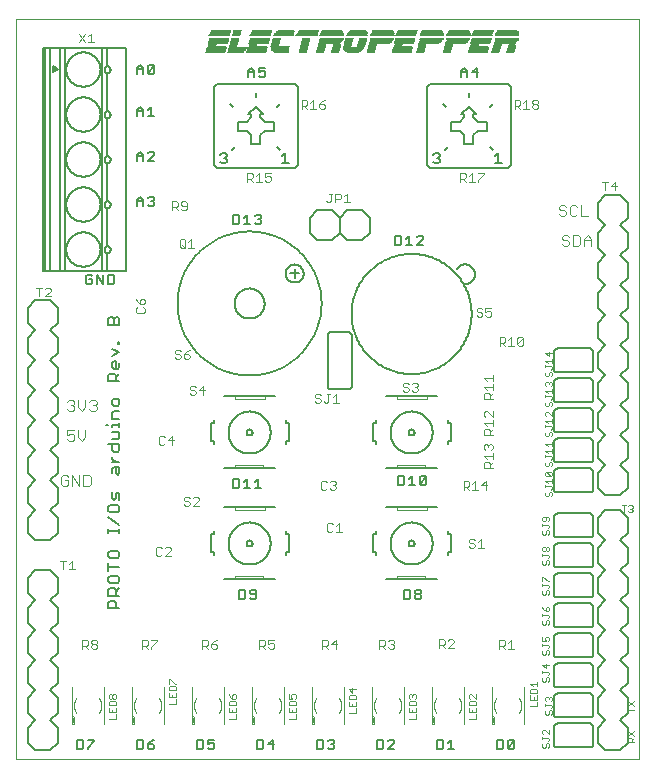
<source format=gto>
G75*
%MOIN*%
%OFA0B0*%
%FSLAX25Y25*%
%IPPOS*%
%LPD*%
%AMOC8*
5,1,8,0,0,1.08239X$1,22.5*
%
%ADD10C,0.00000*%
%ADD11C,0.00800*%
%ADD12C,0.00400*%
%ADD13C,0.00200*%
%ADD14C,0.00300*%
%ADD15C,0.00600*%
%ADD16C,0.00500*%
%ADD17R,0.06300X0.00060*%
%ADD18R,0.05280X0.00060*%
%ADD19R,0.03960X0.00060*%
%ADD20R,0.02520X0.00060*%
%ADD21R,0.02520X0.00060*%
%ADD22R,0.02460X0.00060*%
%ADD23R,0.02280X0.00060*%
%ADD24R,0.02580X0.00060*%
%ADD25R,0.06360X0.00060*%
%ADD26R,0.04320X0.00060*%
%ADD27R,0.03060X0.00060*%
%ADD28R,0.05340X0.00060*%
%ADD29R,0.04560X0.00060*%
%ADD30R,0.03540X0.00060*%
%ADD31R,0.05340X0.00060*%
%ADD32R,0.04740X0.00060*%
%ADD33R,0.03900X0.00060*%
%ADD34R,0.05400X0.00060*%
%ADD35R,0.04920X0.00060*%
%ADD36R,0.04200X0.00060*%
%ADD37R,0.05460X0.00060*%
%ADD38R,0.05040X0.00060*%
%ADD39R,0.04440X0.00060*%
%ADD40R,0.05160X0.00060*%
%ADD41R,0.04680X0.00060*%
%ADD42R,0.04860X0.00060*%
%ADD43R,0.05520X0.00060*%
%ADD44R,0.05100X0.00060*%
%ADD45R,0.05580X0.00060*%
%ADD46R,0.05220X0.00060*%
%ADD47R,0.05520X0.00060*%
%ADD48R,0.05640X0.00060*%
%ADD49R,0.05700X0.00060*%
%ADD50R,0.05760X0.00060*%
%ADD51R,0.05880X0.00060*%
%ADD52R,0.05820X0.00060*%
%ADD53R,0.05940X0.00060*%
%ADD54R,0.05820X0.00060*%
%ADD55R,0.06060X0.00060*%
%ADD56R,0.06120X0.00060*%
%ADD57R,0.06000X0.00060*%
%ADD58R,0.06240X0.00060*%
%ADD59R,0.05940X0.00060*%
%ADD60R,0.06420X0.00060*%
%ADD61R,0.06480X0.00060*%
%ADD62R,0.06540X0.00060*%
%ADD63R,0.06180X0.00060*%
%ADD64R,0.06660X0.00060*%
%ADD65R,0.06120X0.00060*%
%ADD66R,0.06720X0.00060*%
%ADD67R,0.06780X0.00060*%
%ADD68R,0.02640X0.00060*%
%ADD69R,0.02940X0.00060*%
%ADD70R,0.02700X0.00060*%
%ADD71R,0.02880X0.00060*%
%ADD72R,0.03000X0.00060*%
%ADD73R,0.02640X0.00060*%
%ADD74R,0.02940X0.00060*%
%ADD75R,0.02400X0.00060*%
%ADD76R,0.02340X0.00060*%
%ADD77R,0.02220X0.00060*%
%ADD78R,0.02160X0.00060*%
%ADD79R,0.07200X0.00060*%
%ADD80R,0.07140X0.00060*%
%ADD81R,0.07080X0.00060*%
%ADD82R,0.07020X0.00060*%
%ADD83R,0.06960X0.00060*%
%ADD84R,0.06840X0.00060*%
%ADD85R,0.06840X0.00060*%
%ADD86R,0.07260X0.00060*%
%ADD87R,0.07320X0.00060*%
%ADD88R,0.07380X0.00060*%
%ADD89R,0.07440X0.00060*%
%ADD90R,0.07440X0.00060*%
%ADD91R,0.07500X0.00060*%
%ADD92R,0.07560X0.00060*%
%ADD93R,0.07620X0.00060*%
%ADD94R,0.07620X0.00060*%
%ADD95R,0.07680X0.00060*%
%ADD96R,0.07740X0.00060*%
%ADD97R,0.07740X0.00060*%
%ADD98R,0.02760X0.00060*%
%ADD99R,0.07020X0.00060*%
%ADD100R,0.08280X0.00060*%
%ADD101R,0.08220X0.00060*%
%ADD102R,0.08220X0.00060*%
%ADD103R,0.06420X0.00060*%
%ADD104R,0.07140X0.00060*%
%ADD105R,0.08160X0.00060*%
%ADD106R,0.06900X0.00060*%
%ADD107R,0.08100X0.00060*%
%ADD108R,0.08040X0.00060*%
%ADD109R,0.07980X0.00060*%
%ADD110R,0.07920X0.00060*%
%ADD111R,0.07860X0.00060*%
%ADD112R,0.07920X0.00060*%
%ADD113R,0.07800X0.00060*%
%ADD114R,0.06720X0.00060*%
%ADD115R,0.06240X0.00060*%
%ADD116R,0.06600X0.00060*%
%ADD117R,0.07320X0.00060*%
%ADD118R,0.06540X0.00060*%
%ADD119R,0.04800X0.00060*%
%ADD120R,0.04440X0.00060*%
D10*
X0077633Y0074700D02*
X0077633Y0321661D01*
X0285334Y0321661D01*
X0285334Y0074700D01*
X0077633Y0074700D01*
D11*
X0081633Y0080200D02*
X0081633Y0085200D01*
X0084133Y0087700D01*
X0081633Y0090200D01*
X0081633Y0095200D01*
X0084133Y0097700D01*
X0081633Y0100200D01*
X0081633Y0105200D01*
X0084133Y0107700D01*
X0081633Y0110200D01*
X0081633Y0115200D01*
X0084133Y0117700D01*
X0081633Y0120200D01*
X0081633Y0125200D01*
X0084133Y0127700D01*
X0081633Y0130200D01*
X0081633Y0135200D01*
X0084133Y0137700D01*
X0089133Y0137700D01*
X0091633Y0135200D01*
X0091633Y0130200D01*
X0089133Y0127700D01*
X0091633Y0125200D01*
X0091633Y0120200D01*
X0089133Y0117700D01*
X0091633Y0115200D01*
X0091633Y0110200D01*
X0089133Y0107700D01*
X0091633Y0105200D01*
X0091633Y0100200D01*
X0089133Y0097700D01*
X0091633Y0095200D01*
X0091633Y0090200D01*
X0089133Y0087700D01*
X0091633Y0085200D01*
X0091633Y0080200D01*
X0089133Y0077700D01*
X0084133Y0077700D01*
X0081633Y0080200D01*
X0098033Y0081303D02*
X0098033Y0078100D01*
X0099635Y0078100D01*
X0100168Y0078634D01*
X0100168Y0080769D01*
X0099635Y0081303D01*
X0098033Y0081303D01*
X0101716Y0081303D02*
X0103852Y0081303D01*
X0103852Y0080769D01*
X0101716Y0078634D01*
X0101716Y0078100D01*
X0118033Y0078100D02*
X0119635Y0078100D01*
X0120168Y0078634D01*
X0120168Y0080769D01*
X0119635Y0081303D01*
X0118033Y0081303D01*
X0118033Y0078100D01*
X0121716Y0078634D02*
X0122250Y0078100D01*
X0123318Y0078100D01*
X0123852Y0078634D01*
X0123852Y0079168D01*
X0123318Y0079701D01*
X0121716Y0079701D01*
X0121716Y0078634D01*
X0121716Y0079701D02*
X0122784Y0080769D01*
X0123852Y0081303D01*
X0138033Y0081303D02*
X0138033Y0078100D01*
X0139635Y0078100D01*
X0140168Y0078634D01*
X0140168Y0080769D01*
X0139635Y0081303D01*
X0138033Y0081303D01*
X0141716Y0081303D02*
X0141716Y0079701D01*
X0142784Y0080235D01*
X0143318Y0080235D01*
X0143852Y0079701D01*
X0143852Y0078634D01*
X0143318Y0078100D01*
X0142250Y0078100D01*
X0141716Y0078634D01*
X0141716Y0081303D02*
X0143852Y0081303D01*
X0158033Y0081303D02*
X0158033Y0078100D01*
X0159635Y0078100D01*
X0160168Y0078634D01*
X0160168Y0080769D01*
X0159635Y0081303D01*
X0158033Y0081303D01*
X0161716Y0079701D02*
X0163852Y0079701D01*
X0163318Y0078100D02*
X0163318Y0081303D01*
X0161716Y0079701D01*
X0178033Y0078100D02*
X0179635Y0078100D01*
X0180168Y0078634D01*
X0180168Y0080769D01*
X0179635Y0081303D01*
X0178033Y0081303D01*
X0178033Y0078100D01*
X0181716Y0078634D02*
X0182250Y0078100D01*
X0183318Y0078100D01*
X0183852Y0078634D01*
X0183852Y0079168D01*
X0183318Y0079701D01*
X0182784Y0079701D01*
X0183318Y0079701D02*
X0183852Y0080235D01*
X0183852Y0080769D01*
X0183318Y0081303D01*
X0182250Y0081303D01*
X0181716Y0080769D01*
X0198033Y0081303D02*
X0198033Y0078100D01*
X0199635Y0078100D01*
X0200168Y0078634D01*
X0200168Y0080769D01*
X0199635Y0081303D01*
X0198033Y0081303D01*
X0201716Y0080769D02*
X0202250Y0081303D01*
X0203318Y0081303D01*
X0203852Y0080769D01*
X0203852Y0080235D01*
X0201716Y0078100D01*
X0203852Y0078100D01*
X0218033Y0078100D02*
X0219635Y0078100D01*
X0220168Y0078634D01*
X0220168Y0080769D01*
X0219635Y0081303D01*
X0218033Y0081303D01*
X0218033Y0078100D01*
X0221716Y0078100D02*
X0223852Y0078100D01*
X0222784Y0078100D02*
X0222784Y0081303D01*
X0221716Y0080235D01*
X0238033Y0081303D02*
X0238033Y0078100D01*
X0239635Y0078100D01*
X0240168Y0078634D01*
X0240168Y0080769D01*
X0239635Y0081303D01*
X0238033Y0081303D01*
X0241716Y0080769D02*
X0242250Y0081303D01*
X0243318Y0081303D01*
X0243852Y0080769D01*
X0241716Y0078634D01*
X0242250Y0078100D01*
X0243318Y0078100D01*
X0243852Y0078634D01*
X0243852Y0080769D01*
X0241716Y0080769D02*
X0241716Y0078634D01*
X0271633Y0080200D02*
X0274133Y0077700D01*
X0279133Y0077700D01*
X0281633Y0080200D01*
X0281633Y0085200D01*
X0279133Y0087700D01*
X0281633Y0090200D01*
X0281633Y0095200D01*
X0279133Y0097700D01*
X0281633Y0100200D01*
X0281633Y0105200D01*
X0279133Y0107700D01*
X0281633Y0110200D01*
X0281633Y0115200D01*
X0279133Y0117700D01*
X0281633Y0120200D01*
X0281633Y0125200D01*
X0279133Y0127700D01*
X0281633Y0130200D01*
X0281633Y0135200D01*
X0279133Y0137700D01*
X0281633Y0140200D01*
X0281633Y0145200D01*
X0279133Y0147700D01*
X0281633Y0150200D01*
X0281633Y0155200D01*
X0279133Y0157700D01*
X0274133Y0157700D01*
X0271633Y0155200D01*
X0271633Y0150200D01*
X0274133Y0147700D01*
X0271633Y0145200D01*
X0271633Y0140200D01*
X0274133Y0137700D01*
X0271633Y0135200D01*
X0271633Y0130200D01*
X0274133Y0127700D01*
X0271633Y0125200D01*
X0271633Y0120200D01*
X0274133Y0117700D01*
X0271633Y0115200D01*
X0271633Y0110200D01*
X0274133Y0107700D01*
X0271633Y0105200D01*
X0271633Y0100200D01*
X0274133Y0097700D01*
X0271633Y0095200D01*
X0271633Y0090200D01*
X0274133Y0087700D01*
X0271633Y0085200D01*
X0271633Y0080200D01*
X0212852Y0128634D02*
X0212318Y0128100D01*
X0211250Y0128100D01*
X0210716Y0128634D01*
X0210716Y0129168D01*
X0211250Y0129701D01*
X0212318Y0129701D01*
X0212852Y0129168D01*
X0212852Y0128634D01*
X0212318Y0129701D02*
X0212852Y0130235D01*
X0212852Y0130769D01*
X0212318Y0131303D01*
X0211250Y0131303D01*
X0210716Y0130769D01*
X0210716Y0130235D01*
X0211250Y0129701D01*
X0209168Y0128634D02*
X0209168Y0130769D01*
X0208635Y0131303D01*
X0207033Y0131303D01*
X0207033Y0128100D01*
X0208635Y0128100D01*
X0209168Y0128634D01*
X0208716Y0166100D02*
X0210852Y0166100D01*
X0209784Y0166100D02*
X0209784Y0169303D01*
X0208716Y0168235D01*
X0207168Y0168769D02*
X0207168Y0166634D01*
X0206635Y0166100D01*
X0205033Y0166100D01*
X0205033Y0169303D01*
X0206635Y0169303D01*
X0207168Y0168769D01*
X0212400Y0168769D02*
X0212400Y0166634D01*
X0214535Y0168769D01*
X0214535Y0166634D01*
X0214001Y0166100D01*
X0212933Y0166100D01*
X0212400Y0166634D01*
X0212400Y0168769D02*
X0212933Y0169303D01*
X0214001Y0169303D01*
X0214535Y0168769D01*
X0159535Y0165100D02*
X0157400Y0165100D01*
X0158467Y0165100D02*
X0158467Y0168303D01*
X0157400Y0167235D01*
X0155852Y0165100D02*
X0153716Y0165100D01*
X0154784Y0165100D02*
X0154784Y0168303D01*
X0153716Y0167235D01*
X0152168Y0167769D02*
X0151635Y0168303D01*
X0150033Y0168303D01*
X0150033Y0165100D01*
X0151635Y0165100D01*
X0152168Y0165634D01*
X0152168Y0167769D01*
X0152033Y0131303D02*
X0153635Y0131303D01*
X0154168Y0130769D01*
X0154168Y0128634D01*
X0153635Y0128100D01*
X0152033Y0128100D01*
X0152033Y0131303D01*
X0155716Y0130769D02*
X0155716Y0130235D01*
X0156250Y0129701D01*
X0157852Y0129701D01*
X0157852Y0128634D02*
X0157852Y0130769D01*
X0157318Y0131303D01*
X0156250Y0131303D01*
X0155716Y0130769D01*
X0155716Y0128634D02*
X0156250Y0128100D01*
X0157318Y0128100D01*
X0157852Y0128634D01*
X0112233Y0129269D02*
X0108503Y0129269D01*
X0108503Y0131134D01*
X0109124Y0131756D01*
X0110368Y0131756D01*
X0110990Y0131134D01*
X0110990Y0129269D01*
X0110990Y0130512D02*
X0112233Y0131756D01*
X0111612Y0133438D02*
X0109124Y0133438D01*
X0108503Y0134060D01*
X0108503Y0135303D01*
X0109124Y0135925D01*
X0111612Y0135925D01*
X0112233Y0135303D01*
X0112233Y0134060D01*
X0111612Y0133438D01*
X0108503Y0137607D02*
X0108503Y0140094D01*
X0108503Y0138850D02*
X0112233Y0138850D01*
X0111612Y0141776D02*
X0109124Y0141776D01*
X0108503Y0142397D01*
X0108503Y0143641D01*
X0109124Y0144263D01*
X0111612Y0144263D01*
X0112233Y0143641D01*
X0112233Y0142397D01*
X0111612Y0141776D01*
X0112233Y0150113D02*
X0112233Y0151357D01*
X0112233Y0150735D02*
X0108503Y0150735D01*
X0108503Y0150113D02*
X0108503Y0151357D01*
X0108503Y0155380D02*
X0112233Y0152893D01*
X0111612Y0157062D02*
X0109124Y0157062D01*
X0108503Y0157683D01*
X0108503Y0158927D01*
X0109124Y0159549D01*
X0111612Y0159549D01*
X0112233Y0158927D01*
X0112233Y0157683D01*
X0111612Y0157062D01*
X0112233Y0161231D02*
X0112233Y0163096D01*
X0111612Y0163718D01*
X0110990Y0163096D01*
X0110990Y0161852D01*
X0110368Y0161231D01*
X0109746Y0161852D01*
X0109746Y0163718D01*
X0111612Y0169568D02*
X0110990Y0170190D01*
X0110990Y0172056D01*
X0110368Y0172056D02*
X0112233Y0172056D01*
X0112233Y0170190D01*
X0111612Y0169568D01*
X0109746Y0170190D02*
X0109746Y0171434D01*
X0110368Y0172056D01*
X0110990Y0173737D02*
X0109746Y0174981D01*
X0109746Y0175603D01*
X0110368Y0177211D02*
X0109746Y0177833D01*
X0109746Y0179699D01*
X0108503Y0179699D02*
X0112233Y0179699D01*
X0112233Y0177833D01*
X0111612Y0177211D01*
X0110368Y0177211D01*
X0109746Y0173737D02*
X0112233Y0173737D01*
X0111612Y0181380D02*
X0109746Y0181380D01*
X0111612Y0181380D02*
X0112233Y0182002D01*
X0112233Y0183867D01*
X0109746Y0183867D01*
X0109746Y0185549D02*
X0109746Y0186171D01*
X0112233Y0186171D01*
X0112233Y0185549D02*
X0112233Y0186793D01*
X0112233Y0188328D02*
X0109746Y0188328D01*
X0109746Y0190194D01*
X0110368Y0190816D01*
X0112233Y0190816D01*
X0111612Y0192497D02*
X0110368Y0192497D01*
X0109746Y0193119D01*
X0109746Y0194363D01*
X0110368Y0194985D01*
X0111612Y0194985D01*
X0112233Y0194363D01*
X0112233Y0193119D01*
X0111612Y0192497D01*
X0108503Y0186171D02*
X0107881Y0186171D01*
X0108503Y0200835D02*
X0108503Y0202701D01*
X0109124Y0203322D01*
X0110368Y0203322D01*
X0110990Y0202701D01*
X0110990Y0200835D01*
X0112233Y0200835D02*
X0108503Y0200835D01*
X0110990Y0202079D02*
X0112233Y0203322D01*
X0111612Y0205004D02*
X0110368Y0205004D01*
X0109746Y0205626D01*
X0109746Y0206869D01*
X0110368Y0207491D01*
X0110990Y0207491D01*
X0110990Y0205004D01*
X0111612Y0205004D02*
X0112233Y0205626D01*
X0112233Y0206869D01*
X0109746Y0209173D02*
X0112233Y0210417D01*
X0109746Y0211660D01*
X0111612Y0213342D02*
X0111612Y0213964D01*
X0112233Y0213964D01*
X0112233Y0213342D01*
X0111612Y0213342D01*
X0112233Y0219595D02*
X0108503Y0219595D01*
X0108503Y0221461D01*
X0109124Y0222082D01*
X0109746Y0222082D01*
X0110368Y0221461D01*
X0110368Y0219595D01*
X0112233Y0219595D02*
X0112233Y0221461D01*
X0111612Y0222082D01*
X0110990Y0222082D01*
X0110368Y0221461D01*
X0110001Y0233100D02*
X0110535Y0233634D01*
X0110535Y0235769D01*
X0110001Y0236303D01*
X0108400Y0236303D01*
X0108400Y0233100D01*
X0110001Y0233100D01*
X0106852Y0233100D02*
X0106852Y0236303D01*
X0106290Y0237600D02*
X0114603Y0237600D01*
X0114603Y0311800D01*
X0108162Y0311800D01*
X0108162Y0305889D01*
X0108004Y0305872D02*
X0107946Y0305846D01*
X0107898Y0305818D01*
X0107802Y0305747D02*
X0107757Y0305707D01*
X0107705Y0305655D01*
X0107611Y0305544D02*
X0107558Y0305469D01*
X0107477Y0305329D02*
X0107436Y0305243D01*
X0107353Y0304980D02*
X0107331Y0304841D01*
X0107323Y0304700D01*
X0107436Y0304157D02*
X0107466Y0304092D01*
X0107558Y0303931D02*
X0107629Y0303832D01*
X0107705Y0303745D01*
X0107802Y0303653D02*
X0107850Y0303615D01*
X0107897Y0303582D01*
X0107976Y0303540D02*
X0108004Y0303528D01*
X0108162Y0303511D02*
X0108162Y0290889D01*
X0108095Y0290891D02*
X0108034Y0290881D01*
X0107898Y0290818D02*
X0107855Y0290789D01*
X0107802Y0290747D01*
X0107705Y0290655D02*
X0107630Y0290569D01*
X0107494Y0290362D02*
X0107436Y0290243D01*
X0107353Y0289980D02*
X0107338Y0289897D01*
X0107323Y0289700D02*
X0107331Y0289559D01*
X0107388Y0289287D02*
X0107436Y0289157D01*
X0107705Y0288745D02*
X0107753Y0288696D01*
X0107802Y0288653D01*
X0107897Y0288582D02*
X0107967Y0288543D01*
X0108162Y0288511D02*
X0108162Y0275889D01*
X0107968Y0275857D02*
X0107898Y0275818D01*
X0107769Y0275719D02*
X0107705Y0275655D01*
X0107594Y0275522D02*
X0107558Y0275469D01*
X0107477Y0275329D02*
X0107436Y0275243D01*
X0107353Y0274980D02*
X0107335Y0274878D01*
X0107323Y0274700D02*
X0107331Y0274559D01*
X0107388Y0274287D02*
X0107436Y0274157D01*
X0107705Y0273745D02*
X0107753Y0273696D01*
X0107802Y0273653D01*
X0107897Y0273582D02*
X0107951Y0273551D01*
X0108004Y0273528D01*
X0108162Y0273511D02*
X0108162Y0260889D01*
X0108095Y0260891D02*
X0108051Y0260885D01*
X0108004Y0260872D01*
X0107940Y0260843D02*
X0107898Y0260818D01*
X0107802Y0260747D02*
X0107753Y0260704D01*
X0107705Y0260655D01*
X0107436Y0260243D02*
X0107388Y0260115D01*
X0107353Y0259980D01*
X0107326Y0259784D02*
X0107323Y0259700D01*
X0107436Y0259157D02*
X0107466Y0259092D01*
X0107558Y0258931D02*
X0107611Y0258856D01*
X0107705Y0258745D02*
X0107769Y0258681D01*
X0107897Y0258582D02*
X0107967Y0258543D01*
X0108095Y0258509D02*
X0108183Y0258512D01*
X0108162Y0258511D02*
X0108162Y0245889D01*
X0108095Y0245891D02*
X0108051Y0245885D01*
X0108004Y0245872D01*
X0107940Y0245843D02*
X0107898Y0245818D01*
X0107802Y0245747D02*
X0107753Y0245704D01*
X0107705Y0245655D01*
X0107436Y0245243D02*
X0107388Y0245115D01*
X0107353Y0244980D01*
X0107326Y0244784D02*
X0107323Y0244700D01*
X0107436Y0244157D02*
X0107466Y0244092D01*
X0107558Y0243931D02*
X0107611Y0243856D01*
X0107705Y0243745D02*
X0107769Y0243681D01*
X0107897Y0243582D02*
X0107967Y0243543D01*
X0108095Y0243509D02*
X0108183Y0243512D01*
X0108162Y0243600D02*
X0108162Y0237589D01*
X0106290Y0237600D02*
X0094270Y0237600D01*
X0092368Y0237600D01*
X0089173Y0237600D01*
X0087444Y0237600D01*
X0086663Y0237600D01*
X0086663Y0311800D01*
X0087444Y0311800D01*
X0089173Y0311800D01*
X0089173Y0237600D01*
X0087444Y0237600D02*
X0087444Y0311800D01*
X0089173Y0311800D02*
X0092368Y0311800D01*
X0092368Y0237600D01*
X0094270Y0237600D02*
X0094270Y0311800D01*
X0092368Y0311800D01*
X0094270Y0311800D02*
X0106290Y0311800D01*
X0106290Y0237600D01*
X0104716Y0236303D02*
X0104716Y0233100D01*
X0103168Y0233634D02*
X0103168Y0234701D01*
X0102101Y0234701D01*
X0103168Y0233634D02*
X0102635Y0233100D01*
X0101567Y0233100D01*
X0101033Y0233634D01*
X0101033Y0235769D01*
X0101567Y0236303D01*
X0102635Y0236303D01*
X0103168Y0235769D01*
X0104716Y0236303D02*
X0106852Y0233100D01*
X0108452Y0243561D02*
X0108533Y0243589D01*
X0108667Y0243651D02*
X0108720Y0243681D01*
X0108950Y0243862D02*
X0109007Y0243924D01*
X0109095Y0244039D02*
X0109127Y0244091D01*
X0109244Y0244354D02*
X0109272Y0244468D01*
X0109272Y0244932D02*
X0109244Y0245046D01*
X0109127Y0245309D02*
X0109074Y0245390D01*
X0108950Y0245538D02*
X0108906Y0245580D01*
X0108791Y0245672D02*
X0108720Y0245719D01*
X0108452Y0245839D02*
X0108398Y0245854D01*
X0108003Y0245871D02*
X0107971Y0245858D01*
X0107940Y0245843D01*
X0107898Y0245818D02*
X0107849Y0245784D01*
X0107802Y0245747D01*
X0108829Y0243754D02*
X0108776Y0243716D01*
X0108721Y0243680D01*
X0108095Y0243509D02*
X0108062Y0243512D01*
X0108030Y0243519D01*
X0107998Y0243529D01*
X0107967Y0243543D01*
X0107897Y0243582D02*
X0107852Y0243612D01*
X0107810Y0243645D01*
X0107769Y0243681D01*
X0108720Y0245719D02*
X0108663Y0245751D01*
X0108604Y0245781D01*
X0107466Y0244092D02*
X0107495Y0244037D01*
X0107525Y0243984D01*
X0107558Y0243931D01*
X0109243Y0245046D02*
X0109223Y0245107D01*
X0109199Y0245166D01*
X0107559Y0245471D02*
X0107524Y0245416D01*
X0107492Y0245360D01*
X0107462Y0245302D01*
X0107435Y0245243D01*
X0108828Y0243755D02*
X0108870Y0243789D01*
X0108911Y0243824D01*
X0108950Y0243862D01*
X0107705Y0243745D02*
X0107672Y0243780D01*
X0107641Y0243817D01*
X0107611Y0243855D01*
X0108263Y0245880D02*
X0108331Y0245869D01*
X0108398Y0245854D01*
X0107353Y0244980D02*
X0107340Y0244915D01*
X0107332Y0244850D01*
X0107326Y0244784D01*
X0109127Y0245309D02*
X0109153Y0245262D01*
X0109177Y0245215D01*
X0109199Y0245167D01*
X0107705Y0245655D02*
X0107666Y0245611D01*
X0107628Y0245566D01*
X0107593Y0245519D01*
X0107560Y0245471D01*
X0109272Y0244932D02*
X0109282Y0244875D01*
X0109289Y0244817D01*
X0109294Y0244758D01*
X0109295Y0244700D01*
X0107436Y0244158D02*
X0107410Y0244222D01*
X0107388Y0244287D01*
X0107369Y0244354D01*
X0107353Y0244421D01*
X0108791Y0245673D02*
X0108831Y0245643D01*
X0108869Y0245613D01*
X0108906Y0245580D01*
X0107323Y0244700D02*
X0107325Y0244630D01*
X0107330Y0244560D01*
X0107339Y0244490D01*
X0107352Y0244421D01*
X0108452Y0245838D02*
X0108504Y0245821D01*
X0108555Y0245801D01*
X0108605Y0245779D01*
X0109244Y0244354D02*
X0109224Y0244293D01*
X0109200Y0244233D01*
X0109094Y0244040D02*
X0109067Y0244000D01*
X0109037Y0243961D01*
X0109006Y0243924D01*
X0108452Y0243561D02*
X0108394Y0243545D01*
X0108335Y0243531D01*
X0108532Y0243589D02*
X0108578Y0243608D01*
X0108623Y0243629D01*
X0108667Y0243651D01*
X0108335Y0243532D02*
X0108284Y0243523D01*
X0108234Y0243516D01*
X0108183Y0243512D01*
X0108262Y0245880D02*
X0108207Y0245886D01*
X0108151Y0245890D01*
X0108095Y0245891D01*
X0108950Y0245538D02*
X0108994Y0245491D01*
X0109035Y0245441D01*
X0109074Y0245390D01*
X0109199Y0244233D02*
X0109178Y0244184D01*
X0109154Y0244137D01*
X0109127Y0244091D01*
X0109272Y0244468D02*
X0109282Y0244525D01*
X0109289Y0244583D01*
X0109294Y0244642D01*
X0109295Y0244700D01*
X0094531Y0244700D02*
X0094533Y0244851D01*
X0094539Y0245001D01*
X0094549Y0245152D01*
X0094563Y0245302D01*
X0094581Y0245451D01*
X0094602Y0245601D01*
X0094628Y0245749D01*
X0094658Y0245897D01*
X0094691Y0246044D01*
X0094729Y0246190D01*
X0094770Y0246335D01*
X0094815Y0246479D01*
X0094864Y0246621D01*
X0094917Y0246762D01*
X0094973Y0246902D01*
X0095033Y0247040D01*
X0095096Y0247177D01*
X0095164Y0247312D01*
X0095234Y0247445D01*
X0095308Y0247576D01*
X0095386Y0247705D01*
X0095467Y0247832D01*
X0095551Y0247957D01*
X0095639Y0248080D01*
X0095730Y0248200D01*
X0095824Y0248318D01*
X0095921Y0248433D01*
X0096021Y0248546D01*
X0096124Y0248656D01*
X0096230Y0248763D01*
X0096339Y0248868D01*
X0096450Y0248969D01*
X0096564Y0249068D01*
X0096680Y0249163D01*
X0096800Y0249256D01*
X0096921Y0249345D01*
X0097045Y0249431D01*
X0097171Y0249514D01*
X0097299Y0249593D01*
X0097429Y0249669D01*
X0097561Y0249742D01*
X0097695Y0249810D01*
X0097831Y0249876D01*
X0097969Y0249938D01*
X0098108Y0249996D01*
X0098248Y0250050D01*
X0098390Y0250101D01*
X0098533Y0250148D01*
X0098678Y0250191D01*
X0098823Y0250230D01*
X0098970Y0250266D01*
X0099117Y0250297D01*
X0099265Y0250325D01*
X0099414Y0250349D01*
X0099563Y0250369D01*
X0099713Y0250385D01*
X0099863Y0250397D01*
X0100014Y0250405D01*
X0100165Y0250409D01*
X0100315Y0250409D01*
X0100466Y0250405D01*
X0100617Y0250397D01*
X0100767Y0250385D01*
X0100917Y0250369D01*
X0101066Y0250349D01*
X0101215Y0250325D01*
X0101363Y0250297D01*
X0101510Y0250266D01*
X0101657Y0250230D01*
X0101802Y0250191D01*
X0101947Y0250148D01*
X0102090Y0250101D01*
X0102232Y0250050D01*
X0102372Y0249996D01*
X0102511Y0249938D01*
X0102649Y0249876D01*
X0102785Y0249810D01*
X0102919Y0249742D01*
X0103051Y0249669D01*
X0103181Y0249593D01*
X0103309Y0249514D01*
X0103435Y0249431D01*
X0103559Y0249345D01*
X0103680Y0249256D01*
X0103800Y0249163D01*
X0103916Y0249068D01*
X0104030Y0248969D01*
X0104141Y0248868D01*
X0104250Y0248763D01*
X0104356Y0248656D01*
X0104459Y0248546D01*
X0104559Y0248433D01*
X0104656Y0248318D01*
X0104750Y0248200D01*
X0104841Y0248080D01*
X0104929Y0247957D01*
X0105013Y0247832D01*
X0105094Y0247705D01*
X0105172Y0247576D01*
X0105246Y0247445D01*
X0105316Y0247312D01*
X0105384Y0247177D01*
X0105447Y0247040D01*
X0105507Y0246902D01*
X0105563Y0246762D01*
X0105616Y0246621D01*
X0105665Y0246479D01*
X0105710Y0246335D01*
X0105751Y0246190D01*
X0105789Y0246044D01*
X0105822Y0245897D01*
X0105852Y0245749D01*
X0105878Y0245601D01*
X0105899Y0245451D01*
X0105917Y0245302D01*
X0105931Y0245152D01*
X0105941Y0245001D01*
X0105947Y0244851D01*
X0105949Y0244700D01*
X0105947Y0244549D01*
X0105941Y0244399D01*
X0105931Y0244248D01*
X0105917Y0244098D01*
X0105899Y0243949D01*
X0105878Y0243799D01*
X0105852Y0243651D01*
X0105822Y0243503D01*
X0105789Y0243356D01*
X0105751Y0243210D01*
X0105710Y0243065D01*
X0105665Y0242921D01*
X0105616Y0242779D01*
X0105563Y0242638D01*
X0105507Y0242498D01*
X0105447Y0242360D01*
X0105384Y0242223D01*
X0105316Y0242088D01*
X0105246Y0241955D01*
X0105172Y0241824D01*
X0105094Y0241695D01*
X0105013Y0241568D01*
X0104929Y0241443D01*
X0104841Y0241320D01*
X0104750Y0241200D01*
X0104656Y0241082D01*
X0104559Y0240967D01*
X0104459Y0240854D01*
X0104356Y0240744D01*
X0104250Y0240637D01*
X0104141Y0240532D01*
X0104030Y0240431D01*
X0103916Y0240332D01*
X0103800Y0240237D01*
X0103680Y0240144D01*
X0103559Y0240055D01*
X0103435Y0239969D01*
X0103309Y0239886D01*
X0103181Y0239807D01*
X0103051Y0239731D01*
X0102919Y0239658D01*
X0102785Y0239590D01*
X0102649Y0239524D01*
X0102511Y0239462D01*
X0102372Y0239404D01*
X0102232Y0239350D01*
X0102090Y0239299D01*
X0101947Y0239252D01*
X0101802Y0239209D01*
X0101657Y0239170D01*
X0101510Y0239134D01*
X0101363Y0239103D01*
X0101215Y0239075D01*
X0101066Y0239051D01*
X0100917Y0239031D01*
X0100767Y0239015D01*
X0100617Y0239003D01*
X0100466Y0238995D01*
X0100315Y0238991D01*
X0100165Y0238991D01*
X0100014Y0238995D01*
X0099863Y0239003D01*
X0099713Y0239015D01*
X0099563Y0239031D01*
X0099414Y0239051D01*
X0099265Y0239075D01*
X0099117Y0239103D01*
X0098970Y0239134D01*
X0098823Y0239170D01*
X0098678Y0239209D01*
X0098533Y0239252D01*
X0098390Y0239299D01*
X0098248Y0239350D01*
X0098108Y0239404D01*
X0097969Y0239462D01*
X0097831Y0239524D01*
X0097695Y0239590D01*
X0097561Y0239658D01*
X0097429Y0239731D01*
X0097299Y0239807D01*
X0097171Y0239886D01*
X0097045Y0239969D01*
X0096921Y0240055D01*
X0096800Y0240144D01*
X0096680Y0240237D01*
X0096564Y0240332D01*
X0096450Y0240431D01*
X0096339Y0240532D01*
X0096230Y0240637D01*
X0096124Y0240744D01*
X0096021Y0240854D01*
X0095921Y0240967D01*
X0095824Y0241082D01*
X0095730Y0241200D01*
X0095639Y0241320D01*
X0095551Y0241443D01*
X0095467Y0241568D01*
X0095386Y0241695D01*
X0095308Y0241824D01*
X0095234Y0241955D01*
X0095164Y0242088D01*
X0095096Y0242223D01*
X0095033Y0242360D01*
X0094973Y0242498D01*
X0094917Y0242638D01*
X0094864Y0242779D01*
X0094815Y0242921D01*
X0094770Y0243065D01*
X0094729Y0243210D01*
X0094691Y0243356D01*
X0094658Y0243503D01*
X0094628Y0243651D01*
X0094602Y0243799D01*
X0094581Y0243949D01*
X0094563Y0244098D01*
X0094549Y0244248D01*
X0094539Y0244399D01*
X0094533Y0244549D01*
X0094531Y0244700D01*
X0094531Y0259700D02*
X0094533Y0259851D01*
X0094539Y0260001D01*
X0094549Y0260152D01*
X0094563Y0260302D01*
X0094581Y0260451D01*
X0094602Y0260601D01*
X0094628Y0260749D01*
X0094658Y0260897D01*
X0094691Y0261044D01*
X0094729Y0261190D01*
X0094770Y0261335D01*
X0094815Y0261479D01*
X0094864Y0261621D01*
X0094917Y0261762D01*
X0094973Y0261902D01*
X0095033Y0262040D01*
X0095096Y0262177D01*
X0095164Y0262312D01*
X0095234Y0262445D01*
X0095308Y0262576D01*
X0095386Y0262705D01*
X0095467Y0262832D01*
X0095551Y0262957D01*
X0095639Y0263080D01*
X0095730Y0263200D01*
X0095824Y0263318D01*
X0095921Y0263433D01*
X0096021Y0263546D01*
X0096124Y0263656D01*
X0096230Y0263763D01*
X0096339Y0263868D01*
X0096450Y0263969D01*
X0096564Y0264068D01*
X0096680Y0264163D01*
X0096800Y0264256D01*
X0096921Y0264345D01*
X0097045Y0264431D01*
X0097171Y0264514D01*
X0097299Y0264593D01*
X0097429Y0264669D01*
X0097561Y0264742D01*
X0097695Y0264810D01*
X0097831Y0264876D01*
X0097969Y0264938D01*
X0098108Y0264996D01*
X0098248Y0265050D01*
X0098390Y0265101D01*
X0098533Y0265148D01*
X0098678Y0265191D01*
X0098823Y0265230D01*
X0098970Y0265266D01*
X0099117Y0265297D01*
X0099265Y0265325D01*
X0099414Y0265349D01*
X0099563Y0265369D01*
X0099713Y0265385D01*
X0099863Y0265397D01*
X0100014Y0265405D01*
X0100165Y0265409D01*
X0100315Y0265409D01*
X0100466Y0265405D01*
X0100617Y0265397D01*
X0100767Y0265385D01*
X0100917Y0265369D01*
X0101066Y0265349D01*
X0101215Y0265325D01*
X0101363Y0265297D01*
X0101510Y0265266D01*
X0101657Y0265230D01*
X0101802Y0265191D01*
X0101947Y0265148D01*
X0102090Y0265101D01*
X0102232Y0265050D01*
X0102372Y0264996D01*
X0102511Y0264938D01*
X0102649Y0264876D01*
X0102785Y0264810D01*
X0102919Y0264742D01*
X0103051Y0264669D01*
X0103181Y0264593D01*
X0103309Y0264514D01*
X0103435Y0264431D01*
X0103559Y0264345D01*
X0103680Y0264256D01*
X0103800Y0264163D01*
X0103916Y0264068D01*
X0104030Y0263969D01*
X0104141Y0263868D01*
X0104250Y0263763D01*
X0104356Y0263656D01*
X0104459Y0263546D01*
X0104559Y0263433D01*
X0104656Y0263318D01*
X0104750Y0263200D01*
X0104841Y0263080D01*
X0104929Y0262957D01*
X0105013Y0262832D01*
X0105094Y0262705D01*
X0105172Y0262576D01*
X0105246Y0262445D01*
X0105316Y0262312D01*
X0105384Y0262177D01*
X0105447Y0262040D01*
X0105507Y0261902D01*
X0105563Y0261762D01*
X0105616Y0261621D01*
X0105665Y0261479D01*
X0105710Y0261335D01*
X0105751Y0261190D01*
X0105789Y0261044D01*
X0105822Y0260897D01*
X0105852Y0260749D01*
X0105878Y0260601D01*
X0105899Y0260451D01*
X0105917Y0260302D01*
X0105931Y0260152D01*
X0105941Y0260001D01*
X0105947Y0259851D01*
X0105949Y0259700D01*
X0105947Y0259549D01*
X0105941Y0259399D01*
X0105931Y0259248D01*
X0105917Y0259098D01*
X0105899Y0258949D01*
X0105878Y0258799D01*
X0105852Y0258651D01*
X0105822Y0258503D01*
X0105789Y0258356D01*
X0105751Y0258210D01*
X0105710Y0258065D01*
X0105665Y0257921D01*
X0105616Y0257779D01*
X0105563Y0257638D01*
X0105507Y0257498D01*
X0105447Y0257360D01*
X0105384Y0257223D01*
X0105316Y0257088D01*
X0105246Y0256955D01*
X0105172Y0256824D01*
X0105094Y0256695D01*
X0105013Y0256568D01*
X0104929Y0256443D01*
X0104841Y0256320D01*
X0104750Y0256200D01*
X0104656Y0256082D01*
X0104559Y0255967D01*
X0104459Y0255854D01*
X0104356Y0255744D01*
X0104250Y0255637D01*
X0104141Y0255532D01*
X0104030Y0255431D01*
X0103916Y0255332D01*
X0103800Y0255237D01*
X0103680Y0255144D01*
X0103559Y0255055D01*
X0103435Y0254969D01*
X0103309Y0254886D01*
X0103181Y0254807D01*
X0103051Y0254731D01*
X0102919Y0254658D01*
X0102785Y0254590D01*
X0102649Y0254524D01*
X0102511Y0254462D01*
X0102372Y0254404D01*
X0102232Y0254350D01*
X0102090Y0254299D01*
X0101947Y0254252D01*
X0101802Y0254209D01*
X0101657Y0254170D01*
X0101510Y0254134D01*
X0101363Y0254103D01*
X0101215Y0254075D01*
X0101066Y0254051D01*
X0100917Y0254031D01*
X0100767Y0254015D01*
X0100617Y0254003D01*
X0100466Y0253995D01*
X0100315Y0253991D01*
X0100165Y0253991D01*
X0100014Y0253995D01*
X0099863Y0254003D01*
X0099713Y0254015D01*
X0099563Y0254031D01*
X0099414Y0254051D01*
X0099265Y0254075D01*
X0099117Y0254103D01*
X0098970Y0254134D01*
X0098823Y0254170D01*
X0098678Y0254209D01*
X0098533Y0254252D01*
X0098390Y0254299D01*
X0098248Y0254350D01*
X0098108Y0254404D01*
X0097969Y0254462D01*
X0097831Y0254524D01*
X0097695Y0254590D01*
X0097561Y0254658D01*
X0097429Y0254731D01*
X0097299Y0254807D01*
X0097171Y0254886D01*
X0097045Y0254969D01*
X0096921Y0255055D01*
X0096800Y0255144D01*
X0096680Y0255237D01*
X0096564Y0255332D01*
X0096450Y0255431D01*
X0096339Y0255532D01*
X0096230Y0255637D01*
X0096124Y0255744D01*
X0096021Y0255854D01*
X0095921Y0255967D01*
X0095824Y0256082D01*
X0095730Y0256200D01*
X0095639Y0256320D01*
X0095551Y0256443D01*
X0095467Y0256568D01*
X0095386Y0256695D01*
X0095308Y0256824D01*
X0095234Y0256955D01*
X0095164Y0257088D01*
X0095096Y0257223D01*
X0095033Y0257360D01*
X0094973Y0257498D01*
X0094917Y0257638D01*
X0094864Y0257779D01*
X0094815Y0257921D01*
X0094770Y0258065D01*
X0094729Y0258210D01*
X0094691Y0258356D01*
X0094658Y0258503D01*
X0094628Y0258651D01*
X0094602Y0258799D01*
X0094581Y0258949D01*
X0094563Y0259098D01*
X0094549Y0259248D01*
X0094539Y0259399D01*
X0094533Y0259549D01*
X0094531Y0259700D01*
X0109199Y0260166D02*
X0109223Y0260107D01*
X0109243Y0260046D01*
X0109244Y0260046D02*
X0109272Y0259932D01*
X0109127Y0260309D02*
X0109074Y0260390D01*
X0108950Y0260538D02*
X0108906Y0260580D01*
X0108791Y0260672D02*
X0108720Y0260719D01*
X0108452Y0260839D02*
X0108398Y0260854D01*
X0108003Y0260871D02*
X0107971Y0260858D01*
X0107940Y0260843D01*
X0107898Y0260818D02*
X0107849Y0260784D01*
X0107802Y0260747D01*
X0108829Y0258754D02*
X0108776Y0258716D01*
X0108721Y0258680D01*
X0108720Y0258681D02*
X0108667Y0258651D01*
X0108533Y0258589D02*
X0108452Y0258561D01*
X0108095Y0258509D02*
X0108062Y0258512D01*
X0108030Y0258519D01*
X0107998Y0258529D01*
X0107967Y0258543D01*
X0107897Y0258582D02*
X0107852Y0258612D01*
X0107810Y0258645D01*
X0107769Y0258681D01*
X0108720Y0260719D02*
X0108663Y0260751D01*
X0108604Y0260781D01*
X0107466Y0259092D02*
X0107495Y0259037D01*
X0107525Y0258984D01*
X0107558Y0258931D01*
X0108906Y0260580D02*
X0108869Y0260613D01*
X0108831Y0260643D01*
X0108791Y0260673D01*
X0107353Y0259421D02*
X0107369Y0259354D01*
X0107388Y0259287D01*
X0107410Y0259222D01*
X0107436Y0259158D01*
X0108263Y0260880D02*
X0108331Y0260869D01*
X0108398Y0260854D01*
X0108950Y0258862D02*
X0108911Y0258824D01*
X0108870Y0258789D01*
X0108828Y0258755D01*
X0108950Y0258862D02*
X0109007Y0258924D01*
X0109095Y0259039D02*
X0109127Y0259091D01*
X0109244Y0259354D02*
X0109272Y0259468D01*
X0107559Y0260471D02*
X0107524Y0260416D01*
X0107492Y0260360D01*
X0107462Y0260302D01*
X0107435Y0260243D01*
X0109127Y0260309D02*
X0109153Y0260262D01*
X0109177Y0260215D01*
X0109199Y0260167D01*
X0107705Y0260655D02*
X0107666Y0260611D01*
X0107628Y0260566D01*
X0107593Y0260519D01*
X0107560Y0260471D01*
X0109272Y0259932D02*
X0109282Y0259875D01*
X0109289Y0259817D01*
X0109294Y0259758D01*
X0109295Y0259700D01*
X0107352Y0259421D02*
X0107339Y0259490D01*
X0107330Y0259560D01*
X0107325Y0259630D01*
X0107323Y0259700D01*
X0108452Y0260838D02*
X0108504Y0260821D01*
X0108555Y0260801D01*
X0108605Y0260779D01*
X0107353Y0259980D02*
X0107340Y0259915D01*
X0107332Y0259850D01*
X0107326Y0259784D01*
X0109295Y0259700D02*
X0109294Y0259642D01*
X0109289Y0259583D01*
X0109282Y0259525D01*
X0109272Y0259468D01*
X0107705Y0258745D02*
X0107672Y0258780D01*
X0107641Y0258817D01*
X0107611Y0258855D01*
X0108335Y0258531D02*
X0108394Y0258545D01*
X0108452Y0258561D01*
X0108532Y0258589D02*
X0108578Y0258608D01*
X0108623Y0258629D01*
X0108667Y0258651D01*
X0109006Y0258924D02*
X0109037Y0258961D01*
X0109067Y0259000D01*
X0109094Y0259040D01*
X0109200Y0259233D02*
X0109224Y0259293D01*
X0109244Y0259354D01*
X0109199Y0259233D02*
X0109178Y0259184D01*
X0109154Y0259137D01*
X0109127Y0259091D01*
X0108335Y0258532D02*
X0108284Y0258523D01*
X0108234Y0258516D01*
X0108183Y0258512D01*
X0108262Y0260880D02*
X0108207Y0260886D01*
X0108151Y0260890D01*
X0108095Y0260891D01*
X0108950Y0260538D02*
X0108994Y0260491D01*
X0109035Y0260441D01*
X0109074Y0260390D01*
X0118033Y0260701D02*
X0120168Y0260701D01*
X0120168Y0261235D02*
X0120168Y0259100D01*
X0121716Y0259634D02*
X0122250Y0259100D01*
X0123318Y0259100D01*
X0123852Y0259634D01*
X0123852Y0260168D01*
X0123318Y0260701D01*
X0122784Y0260701D01*
X0123318Y0260701D02*
X0123852Y0261235D01*
X0123852Y0261769D01*
X0123318Y0262303D01*
X0122250Y0262303D01*
X0121716Y0261769D01*
X0120168Y0261235D02*
X0119101Y0262303D01*
X0118033Y0261235D01*
X0118033Y0259100D01*
X0118033Y0274100D02*
X0118033Y0276235D01*
X0119101Y0277303D01*
X0120168Y0276235D01*
X0120168Y0274100D01*
X0121716Y0274100D02*
X0123852Y0276235D01*
X0123852Y0276769D01*
X0123318Y0277303D01*
X0122250Y0277303D01*
X0121716Y0276769D01*
X0120168Y0275701D02*
X0118033Y0275701D01*
X0121716Y0274100D02*
X0123852Y0274100D01*
X0109265Y0274436D02*
X0109244Y0274354D01*
X0109173Y0274175D02*
X0109127Y0274091D01*
X0108950Y0273862D02*
X0108878Y0273795D01*
X0108720Y0273681D02*
X0108634Y0273634D01*
X0108452Y0273561D02*
X0108367Y0273539D01*
X0108095Y0273509D02*
X0108064Y0273512D01*
X0108033Y0273518D01*
X0108003Y0273528D01*
X0107897Y0273583D02*
X0107848Y0273617D01*
X0107802Y0273653D01*
X0108263Y0275880D02*
X0108331Y0275869D01*
X0108398Y0275854D01*
X0108452Y0275839D01*
X0108634Y0275766D02*
X0108720Y0275719D01*
X0108878Y0275605D02*
X0108950Y0275538D01*
X0109074Y0275390D02*
X0109127Y0275309D01*
X0109244Y0275046D02*
X0109272Y0274932D01*
X0107557Y0275468D02*
X0107529Y0275423D01*
X0107502Y0275376D01*
X0107476Y0275329D01*
X0107968Y0275856D02*
X0107998Y0275869D01*
X0108030Y0275880D01*
X0108062Y0275886D01*
X0108095Y0275890D01*
X0107898Y0275818D02*
X0107853Y0275787D01*
X0107810Y0275754D01*
X0107769Y0275719D01*
X0108095Y0273510D02*
X0108155Y0273511D01*
X0108216Y0273515D01*
X0108262Y0275880D02*
X0108207Y0275886D01*
X0108151Y0275890D01*
X0108095Y0275891D01*
X0108367Y0273540D02*
X0108317Y0273530D01*
X0108267Y0273522D01*
X0108216Y0273516D01*
X0109054Y0273984D02*
X0109092Y0274037D01*
X0109127Y0274091D01*
X0107352Y0274979D02*
X0107368Y0275047D01*
X0107387Y0275113D01*
X0107409Y0275178D01*
X0107435Y0275243D01*
X0109243Y0274354D02*
X0109223Y0274293D01*
X0109200Y0274234D01*
X0109173Y0274175D01*
X0107559Y0273929D02*
X0107524Y0273984D01*
X0107492Y0274041D01*
X0107462Y0274099D01*
X0107436Y0274158D01*
X0108720Y0275719D02*
X0108775Y0275684D01*
X0108828Y0275645D01*
X0108878Y0275605D01*
X0107705Y0275656D02*
X0107666Y0275613D01*
X0107629Y0275568D01*
X0107594Y0275522D01*
X0109272Y0274932D02*
X0109282Y0274875D01*
X0109289Y0274817D01*
X0109294Y0274758D01*
X0109295Y0274700D01*
X0107388Y0274287D02*
X0107368Y0274353D01*
X0107352Y0274421D01*
X0107340Y0274490D01*
X0107331Y0274559D01*
X0108950Y0275538D02*
X0108994Y0275491D01*
X0109035Y0275441D01*
X0109074Y0275390D01*
X0107559Y0273929D02*
X0107592Y0273880D01*
X0107627Y0273833D01*
X0107665Y0273788D01*
X0107704Y0273745D01*
X0108949Y0273862D02*
X0108986Y0273901D01*
X0109021Y0273941D01*
X0109055Y0273983D01*
X0107324Y0274700D02*
X0107325Y0274760D01*
X0107329Y0274819D01*
X0107336Y0274878D01*
X0108720Y0273681D02*
X0108774Y0273716D01*
X0108827Y0273754D01*
X0108878Y0273795D01*
X0109288Y0274583D02*
X0109293Y0274641D01*
X0109294Y0274700D01*
X0109188Y0275196D02*
X0109159Y0275253D01*
X0109128Y0275309D01*
X0109187Y0275195D02*
X0109208Y0275146D01*
X0109227Y0275096D01*
X0109243Y0275046D01*
X0109289Y0274582D02*
X0109283Y0274533D01*
X0109275Y0274484D01*
X0109265Y0274436D01*
X0108635Y0273633D02*
X0108575Y0273606D01*
X0108514Y0273582D01*
X0108452Y0273561D01*
X0108634Y0275766D02*
X0108574Y0275793D01*
X0108514Y0275817D01*
X0108452Y0275838D01*
X0094531Y0274700D02*
X0094533Y0274851D01*
X0094539Y0275001D01*
X0094549Y0275152D01*
X0094563Y0275302D01*
X0094581Y0275451D01*
X0094602Y0275601D01*
X0094628Y0275749D01*
X0094658Y0275897D01*
X0094691Y0276044D01*
X0094729Y0276190D01*
X0094770Y0276335D01*
X0094815Y0276479D01*
X0094864Y0276621D01*
X0094917Y0276762D01*
X0094973Y0276902D01*
X0095033Y0277040D01*
X0095096Y0277177D01*
X0095164Y0277312D01*
X0095234Y0277445D01*
X0095308Y0277576D01*
X0095386Y0277705D01*
X0095467Y0277832D01*
X0095551Y0277957D01*
X0095639Y0278080D01*
X0095730Y0278200D01*
X0095824Y0278318D01*
X0095921Y0278433D01*
X0096021Y0278546D01*
X0096124Y0278656D01*
X0096230Y0278763D01*
X0096339Y0278868D01*
X0096450Y0278969D01*
X0096564Y0279068D01*
X0096680Y0279163D01*
X0096800Y0279256D01*
X0096921Y0279345D01*
X0097045Y0279431D01*
X0097171Y0279514D01*
X0097299Y0279593D01*
X0097429Y0279669D01*
X0097561Y0279742D01*
X0097695Y0279810D01*
X0097831Y0279876D01*
X0097969Y0279938D01*
X0098108Y0279996D01*
X0098248Y0280050D01*
X0098390Y0280101D01*
X0098533Y0280148D01*
X0098678Y0280191D01*
X0098823Y0280230D01*
X0098970Y0280266D01*
X0099117Y0280297D01*
X0099265Y0280325D01*
X0099414Y0280349D01*
X0099563Y0280369D01*
X0099713Y0280385D01*
X0099863Y0280397D01*
X0100014Y0280405D01*
X0100165Y0280409D01*
X0100315Y0280409D01*
X0100466Y0280405D01*
X0100617Y0280397D01*
X0100767Y0280385D01*
X0100917Y0280369D01*
X0101066Y0280349D01*
X0101215Y0280325D01*
X0101363Y0280297D01*
X0101510Y0280266D01*
X0101657Y0280230D01*
X0101802Y0280191D01*
X0101947Y0280148D01*
X0102090Y0280101D01*
X0102232Y0280050D01*
X0102372Y0279996D01*
X0102511Y0279938D01*
X0102649Y0279876D01*
X0102785Y0279810D01*
X0102919Y0279742D01*
X0103051Y0279669D01*
X0103181Y0279593D01*
X0103309Y0279514D01*
X0103435Y0279431D01*
X0103559Y0279345D01*
X0103680Y0279256D01*
X0103800Y0279163D01*
X0103916Y0279068D01*
X0104030Y0278969D01*
X0104141Y0278868D01*
X0104250Y0278763D01*
X0104356Y0278656D01*
X0104459Y0278546D01*
X0104559Y0278433D01*
X0104656Y0278318D01*
X0104750Y0278200D01*
X0104841Y0278080D01*
X0104929Y0277957D01*
X0105013Y0277832D01*
X0105094Y0277705D01*
X0105172Y0277576D01*
X0105246Y0277445D01*
X0105316Y0277312D01*
X0105384Y0277177D01*
X0105447Y0277040D01*
X0105507Y0276902D01*
X0105563Y0276762D01*
X0105616Y0276621D01*
X0105665Y0276479D01*
X0105710Y0276335D01*
X0105751Y0276190D01*
X0105789Y0276044D01*
X0105822Y0275897D01*
X0105852Y0275749D01*
X0105878Y0275601D01*
X0105899Y0275451D01*
X0105917Y0275302D01*
X0105931Y0275152D01*
X0105941Y0275001D01*
X0105947Y0274851D01*
X0105949Y0274700D01*
X0105947Y0274549D01*
X0105941Y0274399D01*
X0105931Y0274248D01*
X0105917Y0274098D01*
X0105899Y0273949D01*
X0105878Y0273799D01*
X0105852Y0273651D01*
X0105822Y0273503D01*
X0105789Y0273356D01*
X0105751Y0273210D01*
X0105710Y0273065D01*
X0105665Y0272921D01*
X0105616Y0272779D01*
X0105563Y0272638D01*
X0105507Y0272498D01*
X0105447Y0272360D01*
X0105384Y0272223D01*
X0105316Y0272088D01*
X0105246Y0271955D01*
X0105172Y0271824D01*
X0105094Y0271695D01*
X0105013Y0271568D01*
X0104929Y0271443D01*
X0104841Y0271320D01*
X0104750Y0271200D01*
X0104656Y0271082D01*
X0104559Y0270967D01*
X0104459Y0270854D01*
X0104356Y0270744D01*
X0104250Y0270637D01*
X0104141Y0270532D01*
X0104030Y0270431D01*
X0103916Y0270332D01*
X0103800Y0270237D01*
X0103680Y0270144D01*
X0103559Y0270055D01*
X0103435Y0269969D01*
X0103309Y0269886D01*
X0103181Y0269807D01*
X0103051Y0269731D01*
X0102919Y0269658D01*
X0102785Y0269590D01*
X0102649Y0269524D01*
X0102511Y0269462D01*
X0102372Y0269404D01*
X0102232Y0269350D01*
X0102090Y0269299D01*
X0101947Y0269252D01*
X0101802Y0269209D01*
X0101657Y0269170D01*
X0101510Y0269134D01*
X0101363Y0269103D01*
X0101215Y0269075D01*
X0101066Y0269051D01*
X0100917Y0269031D01*
X0100767Y0269015D01*
X0100617Y0269003D01*
X0100466Y0268995D01*
X0100315Y0268991D01*
X0100165Y0268991D01*
X0100014Y0268995D01*
X0099863Y0269003D01*
X0099713Y0269015D01*
X0099563Y0269031D01*
X0099414Y0269051D01*
X0099265Y0269075D01*
X0099117Y0269103D01*
X0098970Y0269134D01*
X0098823Y0269170D01*
X0098678Y0269209D01*
X0098533Y0269252D01*
X0098390Y0269299D01*
X0098248Y0269350D01*
X0098108Y0269404D01*
X0097969Y0269462D01*
X0097831Y0269524D01*
X0097695Y0269590D01*
X0097561Y0269658D01*
X0097429Y0269731D01*
X0097299Y0269807D01*
X0097171Y0269886D01*
X0097045Y0269969D01*
X0096921Y0270055D01*
X0096800Y0270144D01*
X0096680Y0270237D01*
X0096564Y0270332D01*
X0096450Y0270431D01*
X0096339Y0270532D01*
X0096230Y0270637D01*
X0096124Y0270744D01*
X0096021Y0270854D01*
X0095921Y0270967D01*
X0095824Y0271082D01*
X0095730Y0271200D01*
X0095639Y0271320D01*
X0095551Y0271443D01*
X0095467Y0271568D01*
X0095386Y0271695D01*
X0095308Y0271824D01*
X0095234Y0271955D01*
X0095164Y0272088D01*
X0095096Y0272223D01*
X0095033Y0272360D01*
X0094973Y0272498D01*
X0094917Y0272638D01*
X0094864Y0272779D01*
X0094815Y0272921D01*
X0094770Y0273065D01*
X0094729Y0273210D01*
X0094691Y0273356D01*
X0094658Y0273503D01*
X0094628Y0273651D01*
X0094602Y0273799D01*
X0094581Y0273949D01*
X0094563Y0274098D01*
X0094549Y0274248D01*
X0094539Y0274399D01*
X0094533Y0274549D01*
X0094531Y0274700D01*
X0094531Y0289700D02*
X0094533Y0289851D01*
X0094539Y0290001D01*
X0094549Y0290152D01*
X0094563Y0290302D01*
X0094581Y0290451D01*
X0094602Y0290601D01*
X0094628Y0290749D01*
X0094658Y0290897D01*
X0094691Y0291044D01*
X0094729Y0291190D01*
X0094770Y0291335D01*
X0094815Y0291479D01*
X0094864Y0291621D01*
X0094917Y0291762D01*
X0094973Y0291902D01*
X0095033Y0292040D01*
X0095096Y0292177D01*
X0095164Y0292312D01*
X0095234Y0292445D01*
X0095308Y0292576D01*
X0095386Y0292705D01*
X0095467Y0292832D01*
X0095551Y0292957D01*
X0095639Y0293080D01*
X0095730Y0293200D01*
X0095824Y0293318D01*
X0095921Y0293433D01*
X0096021Y0293546D01*
X0096124Y0293656D01*
X0096230Y0293763D01*
X0096339Y0293868D01*
X0096450Y0293969D01*
X0096564Y0294068D01*
X0096680Y0294163D01*
X0096800Y0294256D01*
X0096921Y0294345D01*
X0097045Y0294431D01*
X0097171Y0294514D01*
X0097299Y0294593D01*
X0097429Y0294669D01*
X0097561Y0294742D01*
X0097695Y0294810D01*
X0097831Y0294876D01*
X0097969Y0294938D01*
X0098108Y0294996D01*
X0098248Y0295050D01*
X0098390Y0295101D01*
X0098533Y0295148D01*
X0098678Y0295191D01*
X0098823Y0295230D01*
X0098970Y0295266D01*
X0099117Y0295297D01*
X0099265Y0295325D01*
X0099414Y0295349D01*
X0099563Y0295369D01*
X0099713Y0295385D01*
X0099863Y0295397D01*
X0100014Y0295405D01*
X0100165Y0295409D01*
X0100315Y0295409D01*
X0100466Y0295405D01*
X0100617Y0295397D01*
X0100767Y0295385D01*
X0100917Y0295369D01*
X0101066Y0295349D01*
X0101215Y0295325D01*
X0101363Y0295297D01*
X0101510Y0295266D01*
X0101657Y0295230D01*
X0101802Y0295191D01*
X0101947Y0295148D01*
X0102090Y0295101D01*
X0102232Y0295050D01*
X0102372Y0294996D01*
X0102511Y0294938D01*
X0102649Y0294876D01*
X0102785Y0294810D01*
X0102919Y0294742D01*
X0103051Y0294669D01*
X0103181Y0294593D01*
X0103309Y0294514D01*
X0103435Y0294431D01*
X0103559Y0294345D01*
X0103680Y0294256D01*
X0103800Y0294163D01*
X0103916Y0294068D01*
X0104030Y0293969D01*
X0104141Y0293868D01*
X0104250Y0293763D01*
X0104356Y0293656D01*
X0104459Y0293546D01*
X0104559Y0293433D01*
X0104656Y0293318D01*
X0104750Y0293200D01*
X0104841Y0293080D01*
X0104929Y0292957D01*
X0105013Y0292832D01*
X0105094Y0292705D01*
X0105172Y0292576D01*
X0105246Y0292445D01*
X0105316Y0292312D01*
X0105384Y0292177D01*
X0105447Y0292040D01*
X0105507Y0291902D01*
X0105563Y0291762D01*
X0105616Y0291621D01*
X0105665Y0291479D01*
X0105710Y0291335D01*
X0105751Y0291190D01*
X0105789Y0291044D01*
X0105822Y0290897D01*
X0105852Y0290749D01*
X0105878Y0290601D01*
X0105899Y0290451D01*
X0105917Y0290302D01*
X0105931Y0290152D01*
X0105941Y0290001D01*
X0105947Y0289851D01*
X0105949Y0289700D01*
X0105947Y0289549D01*
X0105941Y0289399D01*
X0105931Y0289248D01*
X0105917Y0289098D01*
X0105899Y0288949D01*
X0105878Y0288799D01*
X0105852Y0288651D01*
X0105822Y0288503D01*
X0105789Y0288356D01*
X0105751Y0288210D01*
X0105710Y0288065D01*
X0105665Y0287921D01*
X0105616Y0287779D01*
X0105563Y0287638D01*
X0105507Y0287498D01*
X0105447Y0287360D01*
X0105384Y0287223D01*
X0105316Y0287088D01*
X0105246Y0286955D01*
X0105172Y0286824D01*
X0105094Y0286695D01*
X0105013Y0286568D01*
X0104929Y0286443D01*
X0104841Y0286320D01*
X0104750Y0286200D01*
X0104656Y0286082D01*
X0104559Y0285967D01*
X0104459Y0285854D01*
X0104356Y0285744D01*
X0104250Y0285637D01*
X0104141Y0285532D01*
X0104030Y0285431D01*
X0103916Y0285332D01*
X0103800Y0285237D01*
X0103680Y0285144D01*
X0103559Y0285055D01*
X0103435Y0284969D01*
X0103309Y0284886D01*
X0103181Y0284807D01*
X0103051Y0284731D01*
X0102919Y0284658D01*
X0102785Y0284590D01*
X0102649Y0284524D01*
X0102511Y0284462D01*
X0102372Y0284404D01*
X0102232Y0284350D01*
X0102090Y0284299D01*
X0101947Y0284252D01*
X0101802Y0284209D01*
X0101657Y0284170D01*
X0101510Y0284134D01*
X0101363Y0284103D01*
X0101215Y0284075D01*
X0101066Y0284051D01*
X0100917Y0284031D01*
X0100767Y0284015D01*
X0100617Y0284003D01*
X0100466Y0283995D01*
X0100315Y0283991D01*
X0100165Y0283991D01*
X0100014Y0283995D01*
X0099863Y0284003D01*
X0099713Y0284015D01*
X0099563Y0284031D01*
X0099414Y0284051D01*
X0099265Y0284075D01*
X0099117Y0284103D01*
X0098970Y0284134D01*
X0098823Y0284170D01*
X0098678Y0284209D01*
X0098533Y0284252D01*
X0098390Y0284299D01*
X0098248Y0284350D01*
X0098108Y0284404D01*
X0097969Y0284462D01*
X0097831Y0284524D01*
X0097695Y0284590D01*
X0097561Y0284658D01*
X0097429Y0284731D01*
X0097299Y0284807D01*
X0097171Y0284886D01*
X0097045Y0284969D01*
X0096921Y0285055D01*
X0096800Y0285144D01*
X0096680Y0285237D01*
X0096564Y0285332D01*
X0096450Y0285431D01*
X0096339Y0285532D01*
X0096230Y0285637D01*
X0096124Y0285744D01*
X0096021Y0285854D01*
X0095921Y0285967D01*
X0095824Y0286082D01*
X0095730Y0286200D01*
X0095639Y0286320D01*
X0095551Y0286443D01*
X0095467Y0286568D01*
X0095386Y0286695D01*
X0095308Y0286824D01*
X0095234Y0286955D01*
X0095164Y0287088D01*
X0095096Y0287223D01*
X0095033Y0287360D01*
X0094973Y0287498D01*
X0094917Y0287638D01*
X0094864Y0287779D01*
X0094815Y0287921D01*
X0094770Y0288065D01*
X0094729Y0288210D01*
X0094691Y0288356D01*
X0094658Y0288503D01*
X0094628Y0288651D01*
X0094602Y0288799D01*
X0094581Y0288949D01*
X0094563Y0289098D01*
X0094549Y0289248D01*
X0094539Y0289399D01*
X0094533Y0289549D01*
X0094531Y0289700D01*
X0109280Y0289887D02*
X0109288Y0289821D01*
X0109293Y0289754D01*
X0109294Y0289755D02*
X0109295Y0289700D01*
X0109265Y0289436D02*
X0109244Y0289354D01*
X0109027Y0288948D02*
X0108950Y0288862D01*
X0108801Y0288735D02*
X0108720Y0288681D01*
X0108452Y0288561D02*
X0108367Y0288539D01*
X0108095Y0288509D02*
X0108062Y0288512D01*
X0108030Y0288519D01*
X0107998Y0288529D01*
X0107967Y0288543D01*
X0107897Y0288583D02*
X0107864Y0288605D01*
X0107833Y0288628D01*
X0107802Y0288653D01*
X0108263Y0290880D02*
X0108331Y0290869D01*
X0108398Y0290854D01*
X0108452Y0290839D01*
X0108863Y0290618D02*
X0108950Y0290538D01*
X0109127Y0290309D02*
X0109157Y0290257D01*
X0109216Y0290125D02*
X0109244Y0290046D01*
X0107631Y0290569D02*
X0107593Y0290519D01*
X0107558Y0290468D01*
X0107525Y0290416D01*
X0107494Y0290362D01*
X0107898Y0290818D02*
X0107930Y0290838D01*
X0107964Y0290855D01*
X0107999Y0290869D01*
X0108034Y0290882D01*
X0107802Y0290747D02*
X0107768Y0290718D01*
X0107736Y0290687D01*
X0107704Y0290655D01*
X0108095Y0288509D02*
X0108155Y0288510D01*
X0108216Y0288514D01*
X0108604Y0288620D02*
X0108663Y0288649D01*
X0108720Y0288682D01*
X0107704Y0288745D02*
X0107665Y0288788D01*
X0107627Y0288833D01*
X0107592Y0288880D01*
X0107559Y0288929D01*
X0109128Y0290309D02*
X0109093Y0290364D01*
X0109055Y0290417D01*
X0107436Y0289157D02*
X0107463Y0289098D01*
X0107492Y0289040D01*
X0107524Y0288984D01*
X0107559Y0288929D01*
X0109055Y0290417D02*
X0109022Y0290459D01*
X0108987Y0290499D01*
X0108950Y0290538D01*
X0107339Y0289897D02*
X0107331Y0289832D01*
X0107326Y0289766D01*
X0107324Y0289700D01*
X0109243Y0290046D02*
X0109258Y0289993D01*
X0109270Y0289941D01*
X0109280Y0289887D01*
X0107435Y0290243D02*
X0107409Y0290178D01*
X0107387Y0290113D01*
X0107368Y0290047D01*
X0107352Y0289979D01*
X0108216Y0288515D02*
X0108267Y0288521D01*
X0108318Y0288529D01*
X0108368Y0288539D01*
X0108451Y0288561D02*
X0108503Y0288578D01*
X0108554Y0288598D01*
X0108604Y0288620D01*
X0107388Y0289287D02*
X0107368Y0289353D01*
X0107352Y0289421D01*
X0107340Y0289490D01*
X0107331Y0289559D01*
X0108095Y0290891D02*
X0108151Y0290890D01*
X0108207Y0290886D01*
X0108262Y0290880D01*
X0109157Y0290257D02*
X0109179Y0290214D01*
X0109199Y0290170D01*
X0109217Y0290125D01*
X0109294Y0289700D02*
X0109293Y0289641D01*
X0109288Y0289583D01*
X0109289Y0289583D02*
X0109283Y0289533D01*
X0109275Y0289485D01*
X0109265Y0289436D01*
X0108862Y0290617D02*
X0108816Y0290654D01*
X0108768Y0290688D01*
X0108719Y0290719D01*
X0108668Y0290748D01*
X0108950Y0288862D02*
X0108903Y0288817D01*
X0108853Y0288775D01*
X0108802Y0288735D01*
X0108668Y0290748D02*
X0108616Y0290774D01*
X0108562Y0290798D01*
X0108507Y0290820D01*
X0108451Y0290838D01*
X0109244Y0289354D02*
X0109226Y0289299D01*
X0109205Y0289245D01*
X0109181Y0289192D01*
X0109155Y0289140D01*
X0109127Y0289090D01*
X0109096Y0289041D01*
X0109063Y0288993D01*
X0109028Y0288948D01*
X0118033Y0289100D02*
X0118033Y0291235D01*
X0119101Y0292303D01*
X0120168Y0291235D01*
X0120168Y0289100D01*
X0121716Y0289100D02*
X0123852Y0289100D01*
X0122784Y0289100D02*
X0122784Y0292303D01*
X0121716Y0291235D01*
X0120168Y0290701D02*
X0118033Y0290701D01*
X0118033Y0303100D02*
X0118033Y0305235D01*
X0119101Y0306303D01*
X0120168Y0305235D01*
X0120168Y0303100D01*
X0120168Y0304701D02*
X0118033Y0304701D01*
X0121716Y0303634D02*
X0123852Y0305769D01*
X0123852Y0303634D01*
X0123318Y0303100D01*
X0122250Y0303100D01*
X0121716Y0303634D01*
X0121716Y0305769D01*
X0122250Y0306303D01*
X0123318Y0306303D01*
X0123852Y0305769D01*
X0109294Y0304755D02*
X0109295Y0304700D01*
X0109258Y0304407D02*
X0109244Y0304354D01*
X0109127Y0304091D02*
X0109074Y0304010D01*
X0108950Y0303862D02*
X0108906Y0303820D01*
X0108791Y0303728D02*
X0108720Y0303681D01*
X0108452Y0303561D02*
X0108398Y0303546D01*
X0108095Y0303509D02*
X0108064Y0303512D01*
X0108033Y0303518D01*
X0108003Y0303528D01*
X0107976Y0303539D02*
X0107935Y0303559D01*
X0107897Y0303582D01*
X0107801Y0303653D02*
X0107768Y0303682D01*
X0107735Y0303713D01*
X0107704Y0303745D01*
X0108262Y0303520D02*
X0108307Y0303527D01*
X0108353Y0303535D01*
X0108397Y0303546D01*
X0108791Y0303728D02*
X0108831Y0303757D01*
X0108869Y0303788D01*
X0108906Y0303820D01*
X0107476Y0305329D02*
X0107502Y0305376D01*
X0107529Y0305423D01*
X0107557Y0305468D01*
X0108004Y0305871D02*
X0108034Y0305880D01*
X0108064Y0305886D01*
X0108095Y0305889D01*
X0108367Y0305861D02*
X0108452Y0305839D01*
X0108863Y0305618D02*
X0108950Y0305538D01*
X0109074Y0305390D02*
X0109127Y0305309D01*
X0109212Y0305137D02*
X0109244Y0305046D01*
X0107466Y0304092D02*
X0107495Y0304037D01*
X0107525Y0303984D01*
X0107558Y0303931D01*
X0109293Y0304754D02*
X0109288Y0304821D01*
X0109280Y0304887D01*
X0107704Y0305656D02*
X0107656Y0305602D01*
X0107611Y0305545D01*
X0108452Y0303561D02*
X0108514Y0303582D01*
X0108575Y0303606D01*
X0107352Y0304979D02*
X0107368Y0305047D01*
X0107387Y0305113D01*
X0107409Y0305178D01*
X0107435Y0305243D01*
X0109285Y0304538D02*
X0109274Y0304472D01*
X0109259Y0304407D01*
X0107436Y0304158D02*
X0107410Y0304222D01*
X0107388Y0304287D01*
X0107369Y0304353D01*
X0107353Y0304420D01*
X0109280Y0304887D02*
X0109270Y0304941D01*
X0109258Y0304993D01*
X0109243Y0305046D01*
X0107323Y0304700D02*
X0107325Y0304630D01*
X0107330Y0304560D01*
X0107339Y0304490D01*
X0107352Y0304421D01*
X0109284Y0304538D02*
X0109290Y0304592D01*
X0109294Y0304646D01*
X0109295Y0304700D01*
X0107898Y0305818D02*
X0107849Y0305784D01*
X0107802Y0305747D01*
X0108095Y0305891D02*
X0108156Y0305890D01*
X0108216Y0305886D01*
X0108216Y0305885D02*
X0108267Y0305880D01*
X0108317Y0305872D01*
X0108367Y0305861D01*
X0108720Y0303681D02*
X0108672Y0303654D01*
X0108624Y0303629D01*
X0108574Y0303606D01*
X0109200Y0304233D02*
X0109224Y0304293D01*
X0109244Y0304354D01*
X0109199Y0304233D02*
X0109178Y0304184D01*
X0109154Y0304137D01*
X0109127Y0304091D01*
X0108263Y0303520D02*
X0108207Y0303513D01*
X0108152Y0303510D01*
X0108096Y0303509D01*
X0108668Y0305748D02*
X0108616Y0305774D01*
X0108562Y0305798D01*
X0108507Y0305820D01*
X0108451Y0305838D01*
X0108950Y0305538D02*
X0108994Y0305491D01*
X0109035Y0305441D01*
X0109074Y0305390D01*
X0108862Y0305617D02*
X0108816Y0305654D01*
X0108768Y0305688D01*
X0108719Y0305719D01*
X0108668Y0305748D01*
X0109074Y0304009D02*
X0109035Y0303958D01*
X0108994Y0303908D01*
X0108950Y0303861D01*
X0109212Y0305136D02*
X0109187Y0305195D01*
X0109159Y0305253D01*
X0109127Y0305309D01*
X0108162Y0311800D02*
X0106290Y0311800D01*
X0094531Y0304700D02*
X0094533Y0304851D01*
X0094539Y0305001D01*
X0094549Y0305152D01*
X0094563Y0305302D01*
X0094581Y0305451D01*
X0094602Y0305601D01*
X0094628Y0305749D01*
X0094658Y0305897D01*
X0094691Y0306044D01*
X0094729Y0306190D01*
X0094770Y0306335D01*
X0094815Y0306479D01*
X0094864Y0306621D01*
X0094917Y0306762D01*
X0094973Y0306902D01*
X0095033Y0307040D01*
X0095096Y0307177D01*
X0095164Y0307312D01*
X0095234Y0307445D01*
X0095308Y0307576D01*
X0095386Y0307705D01*
X0095467Y0307832D01*
X0095551Y0307957D01*
X0095639Y0308080D01*
X0095730Y0308200D01*
X0095824Y0308318D01*
X0095921Y0308433D01*
X0096021Y0308546D01*
X0096124Y0308656D01*
X0096230Y0308763D01*
X0096339Y0308868D01*
X0096450Y0308969D01*
X0096564Y0309068D01*
X0096680Y0309163D01*
X0096800Y0309256D01*
X0096921Y0309345D01*
X0097045Y0309431D01*
X0097171Y0309514D01*
X0097299Y0309593D01*
X0097429Y0309669D01*
X0097561Y0309742D01*
X0097695Y0309810D01*
X0097831Y0309876D01*
X0097969Y0309938D01*
X0098108Y0309996D01*
X0098248Y0310050D01*
X0098390Y0310101D01*
X0098533Y0310148D01*
X0098678Y0310191D01*
X0098823Y0310230D01*
X0098970Y0310266D01*
X0099117Y0310297D01*
X0099265Y0310325D01*
X0099414Y0310349D01*
X0099563Y0310369D01*
X0099713Y0310385D01*
X0099863Y0310397D01*
X0100014Y0310405D01*
X0100165Y0310409D01*
X0100315Y0310409D01*
X0100466Y0310405D01*
X0100617Y0310397D01*
X0100767Y0310385D01*
X0100917Y0310369D01*
X0101066Y0310349D01*
X0101215Y0310325D01*
X0101363Y0310297D01*
X0101510Y0310266D01*
X0101657Y0310230D01*
X0101802Y0310191D01*
X0101947Y0310148D01*
X0102090Y0310101D01*
X0102232Y0310050D01*
X0102372Y0309996D01*
X0102511Y0309938D01*
X0102649Y0309876D01*
X0102785Y0309810D01*
X0102919Y0309742D01*
X0103051Y0309669D01*
X0103181Y0309593D01*
X0103309Y0309514D01*
X0103435Y0309431D01*
X0103559Y0309345D01*
X0103680Y0309256D01*
X0103800Y0309163D01*
X0103916Y0309068D01*
X0104030Y0308969D01*
X0104141Y0308868D01*
X0104250Y0308763D01*
X0104356Y0308656D01*
X0104459Y0308546D01*
X0104559Y0308433D01*
X0104656Y0308318D01*
X0104750Y0308200D01*
X0104841Y0308080D01*
X0104929Y0307957D01*
X0105013Y0307832D01*
X0105094Y0307705D01*
X0105172Y0307576D01*
X0105246Y0307445D01*
X0105316Y0307312D01*
X0105384Y0307177D01*
X0105447Y0307040D01*
X0105507Y0306902D01*
X0105563Y0306762D01*
X0105616Y0306621D01*
X0105665Y0306479D01*
X0105710Y0306335D01*
X0105751Y0306190D01*
X0105789Y0306044D01*
X0105822Y0305897D01*
X0105852Y0305749D01*
X0105878Y0305601D01*
X0105899Y0305451D01*
X0105917Y0305302D01*
X0105931Y0305152D01*
X0105941Y0305001D01*
X0105947Y0304851D01*
X0105949Y0304700D01*
X0105947Y0304549D01*
X0105941Y0304399D01*
X0105931Y0304248D01*
X0105917Y0304098D01*
X0105899Y0303949D01*
X0105878Y0303799D01*
X0105852Y0303651D01*
X0105822Y0303503D01*
X0105789Y0303356D01*
X0105751Y0303210D01*
X0105710Y0303065D01*
X0105665Y0302921D01*
X0105616Y0302779D01*
X0105563Y0302638D01*
X0105507Y0302498D01*
X0105447Y0302360D01*
X0105384Y0302223D01*
X0105316Y0302088D01*
X0105246Y0301955D01*
X0105172Y0301824D01*
X0105094Y0301695D01*
X0105013Y0301568D01*
X0104929Y0301443D01*
X0104841Y0301320D01*
X0104750Y0301200D01*
X0104656Y0301082D01*
X0104559Y0300967D01*
X0104459Y0300854D01*
X0104356Y0300744D01*
X0104250Y0300637D01*
X0104141Y0300532D01*
X0104030Y0300431D01*
X0103916Y0300332D01*
X0103800Y0300237D01*
X0103680Y0300144D01*
X0103559Y0300055D01*
X0103435Y0299969D01*
X0103309Y0299886D01*
X0103181Y0299807D01*
X0103051Y0299731D01*
X0102919Y0299658D01*
X0102785Y0299590D01*
X0102649Y0299524D01*
X0102511Y0299462D01*
X0102372Y0299404D01*
X0102232Y0299350D01*
X0102090Y0299299D01*
X0101947Y0299252D01*
X0101802Y0299209D01*
X0101657Y0299170D01*
X0101510Y0299134D01*
X0101363Y0299103D01*
X0101215Y0299075D01*
X0101066Y0299051D01*
X0100917Y0299031D01*
X0100767Y0299015D01*
X0100617Y0299003D01*
X0100466Y0298995D01*
X0100315Y0298991D01*
X0100165Y0298991D01*
X0100014Y0298995D01*
X0099863Y0299003D01*
X0099713Y0299015D01*
X0099563Y0299031D01*
X0099414Y0299051D01*
X0099265Y0299075D01*
X0099117Y0299103D01*
X0098970Y0299134D01*
X0098823Y0299170D01*
X0098678Y0299209D01*
X0098533Y0299252D01*
X0098390Y0299299D01*
X0098248Y0299350D01*
X0098108Y0299404D01*
X0097969Y0299462D01*
X0097831Y0299524D01*
X0097695Y0299590D01*
X0097561Y0299658D01*
X0097429Y0299731D01*
X0097299Y0299807D01*
X0097171Y0299886D01*
X0097045Y0299969D01*
X0096921Y0300055D01*
X0096800Y0300144D01*
X0096680Y0300237D01*
X0096564Y0300332D01*
X0096450Y0300431D01*
X0096339Y0300532D01*
X0096230Y0300637D01*
X0096124Y0300744D01*
X0096021Y0300854D01*
X0095921Y0300967D01*
X0095824Y0301082D01*
X0095730Y0301200D01*
X0095639Y0301320D01*
X0095551Y0301443D01*
X0095467Y0301568D01*
X0095386Y0301695D01*
X0095308Y0301824D01*
X0095234Y0301955D01*
X0095164Y0302088D01*
X0095096Y0302223D01*
X0095033Y0302360D01*
X0094973Y0302498D01*
X0094917Y0302638D01*
X0094864Y0302779D01*
X0094815Y0302921D01*
X0094770Y0303065D01*
X0094729Y0303210D01*
X0094691Y0303356D01*
X0094658Y0303503D01*
X0094628Y0303651D01*
X0094602Y0303799D01*
X0094581Y0303949D01*
X0094563Y0304098D01*
X0094549Y0304248D01*
X0094539Y0304399D01*
X0094533Y0304549D01*
X0094531Y0304700D01*
X0150033Y0256303D02*
X0150033Y0253100D01*
X0151635Y0253100D01*
X0152168Y0253634D01*
X0152168Y0255769D01*
X0151635Y0256303D01*
X0150033Y0256303D01*
X0153716Y0255235D02*
X0154784Y0256303D01*
X0154784Y0253100D01*
X0153716Y0253100D02*
X0155852Y0253100D01*
X0157400Y0253634D02*
X0157933Y0253100D01*
X0159001Y0253100D01*
X0159535Y0253634D01*
X0159535Y0254168D01*
X0159001Y0254701D01*
X0158467Y0254701D01*
X0159001Y0254701D02*
X0159535Y0255235D01*
X0159535Y0255769D01*
X0159001Y0256303D01*
X0157933Y0256303D01*
X0157400Y0255769D01*
X0157168Y0302100D02*
X0157168Y0304235D01*
X0156101Y0305303D01*
X0155033Y0304235D01*
X0155033Y0302100D01*
X0155033Y0303701D02*
X0157168Y0303701D01*
X0158716Y0303701D02*
X0159784Y0304235D01*
X0160318Y0304235D01*
X0160852Y0303701D01*
X0160852Y0302634D01*
X0160318Y0302100D01*
X0159250Y0302100D01*
X0158716Y0302634D01*
X0158716Y0303701D02*
X0158716Y0305303D01*
X0160852Y0305303D01*
X0204033Y0249303D02*
X0205635Y0249303D01*
X0206168Y0248769D01*
X0206168Y0246634D01*
X0205635Y0246100D01*
X0204033Y0246100D01*
X0204033Y0249303D01*
X0207716Y0248235D02*
X0208784Y0249303D01*
X0208784Y0246100D01*
X0207716Y0246100D02*
X0209852Y0246100D01*
X0211400Y0246100D02*
X0213535Y0248235D01*
X0213535Y0248769D01*
X0213001Y0249303D01*
X0211933Y0249303D01*
X0211400Y0248769D01*
X0211400Y0246100D02*
X0213535Y0246100D01*
X0226033Y0302100D02*
X0226033Y0304235D01*
X0227101Y0305303D01*
X0228168Y0304235D01*
X0228168Y0302100D01*
X0228168Y0303701D02*
X0226033Y0303701D01*
X0229716Y0303701D02*
X0231852Y0303701D01*
X0231318Y0302100D02*
X0231318Y0305303D01*
X0229716Y0303701D01*
X0271633Y0260200D02*
X0274133Y0262700D01*
X0279133Y0262700D01*
X0281633Y0260200D01*
X0281633Y0255200D01*
X0279133Y0252700D01*
X0281633Y0250200D01*
X0281633Y0245200D01*
X0279133Y0242700D01*
X0281633Y0240200D01*
X0281633Y0235200D01*
X0279133Y0232700D01*
X0281633Y0230200D01*
X0281633Y0225200D01*
X0279133Y0222700D01*
X0281633Y0220200D01*
X0281633Y0215200D01*
X0279133Y0212700D01*
X0281633Y0210200D01*
X0281633Y0205200D01*
X0279133Y0202700D01*
X0281633Y0200200D01*
X0281633Y0195200D01*
X0279133Y0192700D01*
X0281633Y0190200D01*
X0281633Y0185200D01*
X0279133Y0182700D01*
X0281633Y0180200D01*
X0281633Y0175200D01*
X0279133Y0172700D01*
X0281633Y0170200D01*
X0281633Y0165200D01*
X0279133Y0162700D01*
X0274133Y0162700D01*
X0271633Y0165200D01*
X0271633Y0170200D01*
X0274133Y0172700D01*
X0271633Y0175200D01*
X0271633Y0180200D01*
X0274133Y0182700D01*
X0271633Y0185200D01*
X0271633Y0190200D01*
X0274133Y0192700D01*
X0271633Y0195200D01*
X0271633Y0200200D01*
X0274133Y0202700D01*
X0271633Y0205200D01*
X0271633Y0210200D01*
X0274133Y0212700D01*
X0271633Y0215200D01*
X0271633Y0220200D01*
X0274133Y0222700D01*
X0271633Y0225200D01*
X0271633Y0230200D01*
X0274133Y0232700D01*
X0271633Y0235200D01*
X0271633Y0240200D01*
X0274133Y0242700D01*
X0271633Y0245200D01*
X0271633Y0250200D01*
X0274133Y0252700D01*
X0271633Y0255200D01*
X0271633Y0260200D01*
X0112233Y0125100D02*
X0108503Y0125100D01*
X0108503Y0126965D01*
X0109124Y0127587D01*
X0110368Y0127587D01*
X0110990Y0126965D01*
X0110990Y0125100D01*
X0089133Y0147700D02*
X0084133Y0147700D01*
X0081633Y0150200D01*
X0081633Y0155200D01*
X0084133Y0157700D01*
X0081633Y0160200D01*
X0081633Y0165200D01*
X0084133Y0167700D01*
X0081633Y0170200D01*
X0081633Y0175200D01*
X0084133Y0177700D01*
X0081633Y0180200D01*
X0081633Y0185200D01*
X0084133Y0187700D01*
X0081633Y0190200D01*
X0081633Y0195200D01*
X0084133Y0197700D01*
X0081633Y0200200D01*
X0081633Y0205200D01*
X0084133Y0207700D01*
X0081633Y0210200D01*
X0081633Y0215200D01*
X0084133Y0217700D01*
X0081633Y0220200D01*
X0081633Y0225200D01*
X0084133Y0227700D01*
X0089133Y0227700D01*
X0091633Y0225200D01*
X0091633Y0220200D01*
X0089133Y0217700D01*
X0091633Y0215200D01*
X0091633Y0210200D01*
X0089133Y0207700D01*
X0091633Y0205200D01*
X0091633Y0200200D01*
X0089133Y0197700D01*
X0091633Y0195200D01*
X0091633Y0190200D01*
X0089133Y0187700D01*
X0091633Y0185200D01*
X0091633Y0180200D01*
X0089133Y0177700D01*
X0091633Y0175200D01*
X0091633Y0170200D01*
X0089133Y0167700D01*
X0091633Y0165200D01*
X0091633Y0160200D01*
X0089133Y0157700D01*
X0091633Y0155200D01*
X0091633Y0150200D01*
X0089133Y0147700D01*
D12*
X0096318Y0098802D02*
X0096318Y0086598D01*
X0096318Y0089452D01*
X0097007Y0088763D01*
X0097007Y0086598D01*
X0096318Y0086598D01*
X0096318Y0086655D02*
X0097007Y0086655D01*
X0097007Y0087054D02*
X0096318Y0087054D01*
X0096318Y0087452D02*
X0097007Y0087452D01*
X0097007Y0087851D02*
X0096318Y0087851D01*
X0096318Y0088249D02*
X0097007Y0088249D01*
X0097007Y0088648D02*
X0096318Y0088648D01*
X0096318Y0089046D02*
X0096724Y0089046D01*
X0096325Y0089445D02*
X0096318Y0089445D01*
X0105374Y0090141D02*
X0105447Y0090252D01*
X0105516Y0090365D01*
X0105583Y0090479D01*
X0105646Y0090596D01*
X0105705Y0090714D01*
X0105761Y0090835D01*
X0105814Y0090956D01*
X0105863Y0091079D01*
X0105908Y0091204D01*
X0105950Y0091330D01*
X0105988Y0091457D01*
X0106022Y0091585D01*
X0106053Y0091714D01*
X0106080Y0091844D01*
X0106103Y0091974D01*
X0106122Y0092105D01*
X0106137Y0092237D01*
X0106149Y0092369D01*
X0106157Y0092501D01*
X0106161Y0092634D01*
X0106161Y0092766D01*
X0106157Y0092899D01*
X0106149Y0093031D01*
X0106137Y0093163D01*
X0106122Y0093295D01*
X0106103Y0093426D01*
X0106080Y0093556D01*
X0106053Y0093686D01*
X0106022Y0093815D01*
X0105988Y0093943D01*
X0105950Y0094070D01*
X0105908Y0094196D01*
X0105863Y0094321D01*
X0105814Y0094444D01*
X0105761Y0094565D01*
X0105705Y0094686D01*
X0105646Y0094804D01*
X0105583Y0094921D01*
X0105516Y0095035D01*
X0105447Y0095148D01*
X0105374Y0095259D01*
X0106948Y0098802D02*
X0106948Y0086598D01*
X0097893Y0090141D02*
X0097820Y0090252D01*
X0097751Y0090365D01*
X0097684Y0090479D01*
X0097621Y0090596D01*
X0097562Y0090714D01*
X0097506Y0090835D01*
X0097453Y0090956D01*
X0097404Y0091079D01*
X0097359Y0091204D01*
X0097317Y0091330D01*
X0097279Y0091457D01*
X0097245Y0091585D01*
X0097214Y0091714D01*
X0097187Y0091844D01*
X0097164Y0091974D01*
X0097145Y0092105D01*
X0097130Y0092237D01*
X0097118Y0092369D01*
X0097110Y0092501D01*
X0097106Y0092634D01*
X0097106Y0092766D01*
X0097110Y0092899D01*
X0097118Y0093031D01*
X0097130Y0093163D01*
X0097145Y0093295D01*
X0097164Y0093426D01*
X0097187Y0093556D01*
X0097214Y0093686D01*
X0097245Y0093815D01*
X0097279Y0093943D01*
X0097317Y0094070D01*
X0097359Y0094196D01*
X0097404Y0094321D01*
X0097453Y0094444D01*
X0097506Y0094565D01*
X0097562Y0094686D01*
X0097621Y0094804D01*
X0097684Y0094921D01*
X0097751Y0095035D01*
X0097820Y0095148D01*
X0097893Y0095259D01*
X0116318Y0098802D02*
X0116318Y0086598D01*
X0116318Y0089452D01*
X0117007Y0088763D01*
X0117007Y0086598D01*
X0116318Y0086598D01*
X0116318Y0086655D02*
X0117007Y0086655D01*
X0117007Y0087054D02*
X0116318Y0087054D01*
X0116318Y0087452D02*
X0117007Y0087452D01*
X0117007Y0087851D02*
X0116318Y0087851D01*
X0116318Y0088249D02*
X0117007Y0088249D01*
X0117007Y0088648D02*
X0116318Y0088648D01*
X0116318Y0089046D02*
X0116724Y0089046D01*
X0116325Y0089445D02*
X0116318Y0089445D01*
X0125374Y0090141D02*
X0125447Y0090252D01*
X0125516Y0090365D01*
X0125583Y0090479D01*
X0125646Y0090596D01*
X0125705Y0090714D01*
X0125761Y0090835D01*
X0125814Y0090956D01*
X0125863Y0091079D01*
X0125908Y0091204D01*
X0125950Y0091330D01*
X0125988Y0091457D01*
X0126022Y0091585D01*
X0126053Y0091714D01*
X0126080Y0091844D01*
X0126103Y0091974D01*
X0126122Y0092105D01*
X0126137Y0092237D01*
X0126149Y0092369D01*
X0126157Y0092501D01*
X0126161Y0092634D01*
X0126161Y0092766D01*
X0126157Y0092899D01*
X0126149Y0093031D01*
X0126137Y0093163D01*
X0126122Y0093295D01*
X0126103Y0093426D01*
X0126080Y0093556D01*
X0126053Y0093686D01*
X0126022Y0093815D01*
X0125988Y0093943D01*
X0125950Y0094070D01*
X0125908Y0094196D01*
X0125863Y0094321D01*
X0125814Y0094444D01*
X0125761Y0094565D01*
X0125705Y0094686D01*
X0125646Y0094804D01*
X0125583Y0094921D01*
X0125516Y0095035D01*
X0125447Y0095148D01*
X0125374Y0095259D01*
X0126948Y0098802D02*
X0126948Y0086598D01*
X0117893Y0090141D02*
X0117820Y0090252D01*
X0117751Y0090365D01*
X0117684Y0090479D01*
X0117621Y0090596D01*
X0117562Y0090714D01*
X0117506Y0090835D01*
X0117453Y0090956D01*
X0117404Y0091079D01*
X0117359Y0091204D01*
X0117317Y0091330D01*
X0117279Y0091457D01*
X0117245Y0091585D01*
X0117214Y0091714D01*
X0117187Y0091844D01*
X0117164Y0091974D01*
X0117145Y0092105D01*
X0117130Y0092237D01*
X0117118Y0092369D01*
X0117110Y0092501D01*
X0117106Y0092634D01*
X0117106Y0092766D01*
X0117110Y0092899D01*
X0117118Y0093031D01*
X0117130Y0093163D01*
X0117145Y0093295D01*
X0117164Y0093426D01*
X0117187Y0093556D01*
X0117214Y0093686D01*
X0117245Y0093815D01*
X0117279Y0093943D01*
X0117317Y0094070D01*
X0117359Y0094196D01*
X0117404Y0094321D01*
X0117453Y0094444D01*
X0117506Y0094565D01*
X0117562Y0094686D01*
X0117621Y0094804D01*
X0117684Y0094921D01*
X0117751Y0095035D01*
X0117820Y0095148D01*
X0117893Y0095259D01*
X0136318Y0098802D02*
X0136318Y0086598D01*
X0136318Y0089452D01*
X0137007Y0088763D01*
X0137007Y0086598D01*
X0136318Y0086598D01*
X0136318Y0086655D02*
X0137007Y0086655D01*
X0137007Y0087054D02*
X0136318Y0087054D01*
X0136318Y0087452D02*
X0137007Y0087452D01*
X0137007Y0087851D02*
X0136318Y0087851D01*
X0136318Y0088249D02*
X0137007Y0088249D01*
X0137007Y0088648D02*
X0136318Y0088648D01*
X0136318Y0089046D02*
X0136724Y0089046D01*
X0136325Y0089445D02*
X0136318Y0089445D01*
X0145374Y0090141D02*
X0145447Y0090252D01*
X0145516Y0090365D01*
X0145583Y0090479D01*
X0145646Y0090596D01*
X0145705Y0090714D01*
X0145761Y0090835D01*
X0145814Y0090956D01*
X0145863Y0091079D01*
X0145908Y0091204D01*
X0145950Y0091330D01*
X0145988Y0091457D01*
X0146022Y0091585D01*
X0146053Y0091714D01*
X0146080Y0091844D01*
X0146103Y0091974D01*
X0146122Y0092105D01*
X0146137Y0092237D01*
X0146149Y0092369D01*
X0146157Y0092501D01*
X0146161Y0092634D01*
X0146161Y0092766D01*
X0146157Y0092899D01*
X0146149Y0093031D01*
X0146137Y0093163D01*
X0146122Y0093295D01*
X0146103Y0093426D01*
X0146080Y0093556D01*
X0146053Y0093686D01*
X0146022Y0093815D01*
X0145988Y0093943D01*
X0145950Y0094070D01*
X0145908Y0094196D01*
X0145863Y0094321D01*
X0145814Y0094444D01*
X0145761Y0094565D01*
X0145705Y0094686D01*
X0145646Y0094804D01*
X0145583Y0094921D01*
X0145516Y0095035D01*
X0145447Y0095148D01*
X0145374Y0095259D01*
X0146948Y0098802D02*
X0146948Y0086598D01*
X0137893Y0090141D02*
X0137820Y0090252D01*
X0137751Y0090365D01*
X0137684Y0090479D01*
X0137621Y0090596D01*
X0137562Y0090714D01*
X0137506Y0090835D01*
X0137453Y0090956D01*
X0137404Y0091079D01*
X0137359Y0091204D01*
X0137317Y0091330D01*
X0137279Y0091457D01*
X0137245Y0091585D01*
X0137214Y0091714D01*
X0137187Y0091844D01*
X0137164Y0091974D01*
X0137145Y0092105D01*
X0137130Y0092237D01*
X0137118Y0092369D01*
X0137110Y0092501D01*
X0137106Y0092634D01*
X0137106Y0092766D01*
X0137110Y0092899D01*
X0137118Y0093031D01*
X0137130Y0093163D01*
X0137145Y0093295D01*
X0137164Y0093426D01*
X0137187Y0093556D01*
X0137214Y0093686D01*
X0137245Y0093815D01*
X0137279Y0093943D01*
X0137317Y0094070D01*
X0137359Y0094196D01*
X0137404Y0094321D01*
X0137453Y0094444D01*
X0137506Y0094565D01*
X0137562Y0094686D01*
X0137621Y0094804D01*
X0137684Y0094921D01*
X0137751Y0095035D01*
X0137820Y0095148D01*
X0137893Y0095259D01*
X0156318Y0098802D02*
X0156318Y0086598D01*
X0156318Y0089452D01*
X0157007Y0088763D01*
X0157007Y0086598D01*
X0156318Y0086598D01*
X0156318Y0086655D02*
X0157007Y0086655D01*
X0157007Y0087054D02*
X0156318Y0087054D01*
X0156318Y0087452D02*
X0157007Y0087452D01*
X0157007Y0087851D02*
X0156318Y0087851D01*
X0156318Y0088249D02*
X0157007Y0088249D01*
X0157007Y0088648D02*
X0156318Y0088648D01*
X0156318Y0089046D02*
X0156724Y0089046D01*
X0156325Y0089445D02*
X0156318Y0089445D01*
X0165374Y0090141D02*
X0165447Y0090252D01*
X0165516Y0090365D01*
X0165583Y0090479D01*
X0165646Y0090596D01*
X0165705Y0090714D01*
X0165761Y0090835D01*
X0165814Y0090956D01*
X0165863Y0091079D01*
X0165908Y0091204D01*
X0165950Y0091330D01*
X0165988Y0091457D01*
X0166022Y0091585D01*
X0166053Y0091714D01*
X0166080Y0091844D01*
X0166103Y0091974D01*
X0166122Y0092105D01*
X0166137Y0092237D01*
X0166149Y0092369D01*
X0166157Y0092501D01*
X0166161Y0092634D01*
X0166161Y0092766D01*
X0166157Y0092899D01*
X0166149Y0093031D01*
X0166137Y0093163D01*
X0166122Y0093295D01*
X0166103Y0093426D01*
X0166080Y0093556D01*
X0166053Y0093686D01*
X0166022Y0093815D01*
X0165988Y0093943D01*
X0165950Y0094070D01*
X0165908Y0094196D01*
X0165863Y0094321D01*
X0165814Y0094444D01*
X0165761Y0094565D01*
X0165705Y0094686D01*
X0165646Y0094804D01*
X0165583Y0094921D01*
X0165516Y0095035D01*
X0165447Y0095148D01*
X0165374Y0095259D01*
X0166948Y0098802D02*
X0166948Y0086598D01*
X0157893Y0090141D02*
X0157820Y0090252D01*
X0157751Y0090365D01*
X0157684Y0090479D01*
X0157621Y0090596D01*
X0157562Y0090714D01*
X0157506Y0090835D01*
X0157453Y0090956D01*
X0157404Y0091079D01*
X0157359Y0091204D01*
X0157317Y0091330D01*
X0157279Y0091457D01*
X0157245Y0091585D01*
X0157214Y0091714D01*
X0157187Y0091844D01*
X0157164Y0091974D01*
X0157145Y0092105D01*
X0157130Y0092237D01*
X0157118Y0092369D01*
X0157110Y0092501D01*
X0157106Y0092634D01*
X0157106Y0092766D01*
X0157110Y0092899D01*
X0157118Y0093031D01*
X0157130Y0093163D01*
X0157145Y0093295D01*
X0157164Y0093426D01*
X0157187Y0093556D01*
X0157214Y0093686D01*
X0157245Y0093815D01*
X0157279Y0093943D01*
X0157317Y0094070D01*
X0157359Y0094196D01*
X0157404Y0094321D01*
X0157453Y0094444D01*
X0157506Y0094565D01*
X0157562Y0094686D01*
X0157621Y0094804D01*
X0157684Y0094921D01*
X0157751Y0095035D01*
X0157820Y0095148D01*
X0157893Y0095259D01*
X0176318Y0098802D02*
X0176318Y0086598D01*
X0176318Y0089452D01*
X0177007Y0088763D01*
X0177007Y0086598D01*
X0176318Y0086598D01*
X0176318Y0086655D02*
X0177007Y0086655D01*
X0177007Y0087054D02*
X0176318Y0087054D01*
X0176318Y0087452D02*
X0177007Y0087452D01*
X0177007Y0087851D02*
X0176318Y0087851D01*
X0176318Y0088249D02*
X0177007Y0088249D01*
X0177007Y0088648D02*
X0176318Y0088648D01*
X0176318Y0089046D02*
X0176724Y0089046D01*
X0176325Y0089445D02*
X0176318Y0089445D01*
X0185374Y0090141D02*
X0185447Y0090252D01*
X0185516Y0090365D01*
X0185583Y0090479D01*
X0185646Y0090596D01*
X0185705Y0090714D01*
X0185761Y0090835D01*
X0185814Y0090956D01*
X0185863Y0091079D01*
X0185908Y0091204D01*
X0185950Y0091330D01*
X0185988Y0091457D01*
X0186022Y0091585D01*
X0186053Y0091714D01*
X0186080Y0091844D01*
X0186103Y0091974D01*
X0186122Y0092105D01*
X0186137Y0092237D01*
X0186149Y0092369D01*
X0186157Y0092501D01*
X0186161Y0092634D01*
X0186161Y0092766D01*
X0186157Y0092899D01*
X0186149Y0093031D01*
X0186137Y0093163D01*
X0186122Y0093295D01*
X0186103Y0093426D01*
X0186080Y0093556D01*
X0186053Y0093686D01*
X0186022Y0093815D01*
X0185988Y0093943D01*
X0185950Y0094070D01*
X0185908Y0094196D01*
X0185863Y0094321D01*
X0185814Y0094444D01*
X0185761Y0094565D01*
X0185705Y0094686D01*
X0185646Y0094804D01*
X0185583Y0094921D01*
X0185516Y0095035D01*
X0185447Y0095148D01*
X0185374Y0095259D01*
X0186948Y0098802D02*
X0186948Y0086598D01*
X0177893Y0090141D02*
X0177820Y0090252D01*
X0177751Y0090365D01*
X0177684Y0090479D01*
X0177621Y0090596D01*
X0177562Y0090714D01*
X0177506Y0090835D01*
X0177453Y0090956D01*
X0177404Y0091079D01*
X0177359Y0091204D01*
X0177317Y0091330D01*
X0177279Y0091457D01*
X0177245Y0091585D01*
X0177214Y0091714D01*
X0177187Y0091844D01*
X0177164Y0091974D01*
X0177145Y0092105D01*
X0177130Y0092237D01*
X0177118Y0092369D01*
X0177110Y0092501D01*
X0177106Y0092634D01*
X0177106Y0092766D01*
X0177110Y0092899D01*
X0177118Y0093031D01*
X0177130Y0093163D01*
X0177145Y0093295D01*
X0177164Y0093426D01*
X0177187Y0093556D01*
X0177214Y0093686D01*
X0177245Y0093815D01*
X0177279Y0093943D01*
X0177317Y0094070D01*
X0177359Y0094196D01*
X0177404Y0094321D01*
X0177453Y0094444D01*
X0177506Y0094565D01*
X0177562Y0094686D01*
X0177621Y0094804D01*
X0177684Y0094921D01*
X0177751Y0095035D01*
X0177820Y0095148D01*
X0177893Y0095259D01*
X0196318Y0098802D02*
X0196318Y0086598D01*
X0196318Y0089452D01*
X0197007Y0088763D01*
X0197007Y0086598D01*
X0196318Y0086598D01*
X0196318Y0086655D02*
X0197007Y0086655D01*
X0197007Y0087054D02*
X0196318Y0087054D01*
X0196318Y0087452D02*
X0197007Y0087452D01*
X0197007Y0087851D02*
X0196318Y0087851D01*
X0196318Y0088249D02*
X0197007Y0088249D01*
X0197007Y0088648D02*
X0196318Y0088648D01*
X0196318Y0089046D02*
X0196724Y0089046D01*
X0196325Y0089445D02*
X0196318Y0089445D01*
X0205374Y0090141D02*
X0205447Y0090252D01*
X0205516Y0090365D01*
X0205583Y0090479D01*
X0205646Y0090596D01*
X0205705Y0090714D01*
X0205761Y0090835D01*
X0205814Y0090956D01*
X0205863Y0091079D01*
X0205908Y0091204D01*
X0205950Y0091330D01*
X0205988Y0091457D01*
X0206022Y0091585D01*
X0206053Y0091714D01*
X0206080Y0091844D01*
X0206103Y0091974D01*
X0206122Y0092105D01*
X0206137Y0092237D01*
X0206149Y0092369D01*
X0206157Y0092501D01*
X0206161Y0092634D01*
X0206161Y0092766D01*
X0206157Y0092899D01*
X0206149Y0093031D01*
X0206137Y0093163D01*
X0206122Y0093295D01*
X0206103Y0093426D01*
X0206080Y0093556D01*
X0206053Y0093686D01*
X0206022Y0093815D01*
X0205988Y0093943D01*
X0205950Y0094070D01*
X0205908Y0094196D01*
X0205863Y0094321D01*
X0205814Y0094444D01*
X0205761Y0094565D01*
X0205705Y0094686D01*
X0205646Y0094804D01*
X0205583Y0094921D01*
X0205516Y0095035D01*
X0205447Y0095148D01*
X0205374Y0095259D01*
X0206948Y0098802D02*
X0206948Y0086598D01*
X0197893Y0090141D02*
X0197820Y0090252D01*
X0197751Y0090365D01*
X0197684Y0090479D01*
X0197621Y0090596D01*
X0197562Y0090714D01*
X0197506Y0090835D01*
X0197453Y0090956D01*
X0197404Y0091079D01*
X0197359Y0091204D01*
X0197317Y0091330D01*
X0197279Y0091457D01*
X0197245Y0091585D01*
X0197214Y0091714D01*
X0197187Y0091844D01*
X0197164Y0091974D01*
X0197145Y0092105D01*
X0197130Y0092237D01*
X0197118Y0092369D01*
X0197110Y0092501D01*
X0197106Y0092634D01*
X0197106Y0092766D01*
X0197110Y0092899D01*
X0197118Y0093031D01*
X0197130Y0093163D01*
X0197145Y0093295D01*
X0197164Y0093426D01*
X0197187Y0093556D01*
X0197214Y0093686D01*
X0197245Y0093815D01*
X0197279Y0093943D01*
X0197317Y0094070D01*
X0197359Y0094196D01*
X0197404Y0094321D01*
X0197453Y0094444D01*
X0197506Y0094565D01*
X0197562Y0094686D01*
X0197621Y0094804D01*
X0197684Y0094921D01*
X0197751Y0095035D01*
X0197820Y0095148D01*
X0197893Y0095259D01*
X0216318Y0098802D02*
X0216318Y0086598D01*
X0216318Y0089452D01*
X0217007Y0088763D01*
X0217007Y0086598D01*
X0216318Y0086598D01*
X0216318Y0086655D02*
X0217007Y0086655D01*
X0217007Y0087054D02*
X0216318Y0087054D01*
X0216318Y0087452D02*
X0217007Y0087452D01*
X0217007Y0087851D02*
X0216318Y0087851D01*
X0216318Y0088249D02*
X0217007Y0088249D01*
X0217007Y0088648D02*
X0216318Y0088648D01*
X0216318Y0089046D02*
X0216724Y0089046D01*
X0216325Y0089445D02*
X0216318Y0089445D01*
X0225374Y0090141D02*
X0225447Y0090252D01*
X0225516Y0090365D01*
X0225583Y0090479D01*
X0225646Y0090596D01*
X0225705Y0090714D01*
X0225761Y0090835D01*
X0225814Y0090956D01*
X0225863Y0091079D01*
X0225908Y0091204D01*
X0225950Y0091330D01*
X0225988Y0091457D01*
X0226022Y0091585D01*
X0226053Y0091714D01*
X0226080Y0091844D01*
X0226103Y0091974D01*
X0226122Y0092105D01*
X0226137Y0092237D01*
X0226149Y0092369D01*
X0226157Y0092501D01*
X0226161Y0092634D01*
X0226161Y0092766D01*
X0226157Y0092899D01*
X0226149Y0093031D01*
X0226137Y0093163D01*
X0226122Y0093295D01*
X0226103Y0093426D01*
X0226080Y0093556D01*
X0226053Y0093686D01*
X0226022Y0093815D01*
X0225988Y0093943D01*
X0225950Y0094070D01*
X0225908Y0094196D01*
X0225863Y0094321D01*
X0225814Y0094444D01*
X0225761Y0094565D01*
X0225705Y0094686D01*
X0225646Y0094804D01*
X0225583Y0094921D01*
X0225516Y0095035D01*
X0225447Y0095148D01*
X0225374Y0095259D01*
X0226948Y0098802D02*
X0226948Y0086598D01*
X0217893Y0090141D02*
X0217820Y0090252D01*
X0217751Y0090365D01*
X0217684Y0090479D01*
X0217621Y0090596D01*
X0217562Y0090714D01*
X0217506Y0090835D01*
X0217453Y0090956D01*
X0217404Y0091079D01*
X0217359Y0091204D01*
X0217317Y0091330D01*
X0217279Y0091457D01*
X0217245Y0091585D01*
X0217214Y0091714D01*
X0217187Y0091844D01*
X0217164Y0091974D01*
X0217145Y0092105D01*
X0217130Y0092237D01*
X0217118Y0092369D01*
X0217110Y0092501D01*
X0217106Y0092634D01*
X0217106Y0092766D01*
X0217110Y0092899D01*
X0217118Y0093031D01*
X0217130Y0093163D01*
X0217145Y0093295D01*
X0217164Y0093426D01*
X0217187Y0093556D01*
X0217214Y0093686D01*
X0217245Y0093815D01*
X0217279Y0093943D01*
X0217317Y0094070D01*
X0217359Y0094196D01*
X0217404Y0094321D01*
X0217453Y0094444D01*
X0217506Y0094565D01*
X0217562Y0094686D01*
X0217621Y0094804D01*
X0217684Y0094921D01*
X0217751Y0095035D01*
X0217820Y0095148D01*
X0217893Y0095259D01*
X0236318Y0098802D02*
X0236318Y0086598D01*
X0236318Y0089452D01*
X0237007Y0088763D01*
X0237007Y0086598D01*
X0236318Y0086598D01*
X0236318Y0086655D02*
X0237007Y0086655D01*
X0237007Y0087054D02*
X0236318Y0087054D01*
X0236318Y0087452D02*
X0237007Y0087452D01*
X0237007Y0087851D02*
X0236318Y0087851D01*
X0236318Y0088249D02*
X0237007Y0088249D01*
X0237007Y0088648D02*
X0236318Y0088648D01*
X0236318Y0089046D02*
X0236724Y0089046D01*
X0236325Y0089445D02*
X0236318Y0089445D01*
X0245374Y0090141D02*
X0245447Y0090252D01*
X0245516Y0090365D01*
X0245583Y0090479D01*
X0245646Y0090596D01*
X0245705Y0090714D01*
X0245761Y0090835D01*
X0245814Y0090956D01*
X0245863Y0091079D01*
X0245908Y0091204D01*
X0245950Y0091330D01*
X0245988Y0091457D01*
X0246022Y0091585D01*
X0246053Y0091714D01*
X0246080Y0091844D01*
X0246103Y0091974D01*
X0246122Y0092105D01*
X0246137Y0092237D01*
X0246149Y0092369D01*
X0246157Y0092501D01*
X0246161Y0092634D01*
X0246161Y0092766D01*
X0246157Y0092899D01*
X0246149Y0093031D01*
X0246137Y0093163D01*
X0246122Y0093295D01*
X0246103Y0093426D01*
X0246080Y0093556D01*
X0246053Y0093686D01*
X0246022Y0093815D01*
X0245988Y0093943D01*
X0245950Y0094070D01*
X0245908Y0094196D01*
X0245863Y0094321D01*
X0245814Y0094444D01*
X0245761Y0094565D01*
X0245705Y0094686D01*
X0245646Y0094804D01*
X0245583Y0094921D01*
X0245516Y0095035D01*
X0245447Y0095148D01*
X0245374Y0095259D01*
X0246948Y0098802D02*
X0246948Y0086598D01*
X0237893Y0090141D02*
X0237820Y0090252D01*
X0237751Y0090365D01*
X0237684Y0090479D01*
X0237621Y0090596D01*
X0237562Y0090714D01*
X0237506Y0090835D01*
X0237453Y0090956D01*
X0237404Y0091079D01*
X0237359Y0091204D01*
X0237317Y0091330D01*
X0237279Y0091457D01*
X0237245Y0091585D01*
X0237214Y0091714D01*
X0237187Y0091844D01*
X0237164Y0091974D01*
X0237145Y0092105D01*
X0237130Y0092237D01*
X0237118Y0092369D01*
X0237110Y0092501D01*
X0237106Y0092634D01*
X0237106Y0092766D01*
X0237110Y0092899D01*
X0237118Y0093031D01*
X0237130Y0093163D01*
X0237145Y0093295D01*
X0237164Y0093426D01*
X0237187Y0093556D01*
X0237214Y0093686D01*
X0237245Y0093815D01*
X0237279Y0093943D01*
X0237317Y0094070D01*
X0237359Y0094196D01*
X0237404Y0094321D01*
X0237453Y0094444D01*
X0237506Y0094565D01*
X0237562Y0094686D01*
X0237621Y0094804D01*
X0237684Y0094921D01*
X0237751Y0095035D01*
X0237820Y0095148D01*
X0237893Y0095259D01*
D13*
X0231033Y0094930D02*
X0229565Y0096398D01*
X0229198Y0096398D01*
X0228831Y0096031D01*
X0228831Y0095297D01*
X0229198Y0094930D01*
X0229198Y0094188D02*
X0228831Y0093821D01*
X0228831Y0092720D01*
X0231033Y0092720D01*
X0231033Y0093821D01*
X0230666Y0094188D01*
X0229198Y0094188D01*
X0231033Y0094930D02*
X0231033Y0096398D01*
X0231033Y0091978D02*
X0231033Y0090510D01*
X0228831Y0090510D01*
X0228831Y0091978D01*
X0229932Y0091244D02*
X0229932Y0090510D01*
X0231033Y0089768D02*
X0231033Y0088300D01*
X0228831Y0088300D01*
X0211033Y0088300D02*
X0211033Y0089768D01*
X0211033Y0090510D02*
X0211033Y0091978D01*
X0211033Y0092720D02*
X0211033Y0093821D01*
X0210666Y0094188D01*
X0209198Y0094188D01*
X0208831Y0093821D01*
X0208831Y0092720D01*
X0211033Y0092720D01*
X0209932Y0091244D02*
X0209932Y0090510D01*
X0208831Y0090510D02*
X0211033Y0090510D01*
X0208831Y0090510D02*
X0208831Y0091978D01*
X0209198Y0094930D02*
X0208831Y0095297D01*
X0208831Y0096031D01*
X0209198Y0096398D01*
X0209565Y0096398D01*
X0209932Y0096031D01*
X0210299Y0096398D01*
X0210666Y0096398D01*
X0211033Y0096031D01*
X0211033Y0095297D01*
X0210666Y0094930D01*
X0209932Y0095664D02*
X0209932Y0096031D01*
X0208831Y0088300D02*
X0211033Y0088300D01*
X0191033Y0090300D02*
X0191033Y0091768D01*
X0191033Y0092510D02*
X0191033Y0093978D01*
X0191033Y0094720D02*
X0191033Y0095821D01*
X0190666Y0096188D01*
X0189198Y0096188D01*
X0188831Y0095821D01*
X0188831Y0094720D01*
X0191033Y0094720D01*
X0189932Y0093244D02*
X0189932Y0092510D01*
X0188831Y0092510D02*
X0191033Y0092510D01*
X0188831Y0092510D02*
X0188831Y0093978D01*
X0189932Y0096930D02*
X0188831Y0098031D01*
X0191033Y0098031D01*
X0189932Y0098398D02*
X0189932Y0096930D01*
X0188831Y0090300D02*
X0191033Y0090300D01*
X0171033Y0090510D02*
X0171033Y0091978D01*
X0171033Y0092720D02*
X0171033Y0093821D01*
X0170666Y0094188D01*
X0169198Y0094188D01*
X0168831Y0093821D01*
X0168831Y0092720D01*
X0171033Y0092720D01*
X0169932Y0091244D02*
X0169932Y0090510D01*
X0168831Y0090510D02*
X0171033Y0090510D01*
X0171033Y0089768D02*
X0171033Y0088300D01*
X0168831Y0088300D01*
X0168831Y0090510D02*
X0168831Y0091978D01*
X0168831Y0094930D02*
X0169932Y0094930D01*
X0169565Y0095664D01*
X0169565Y0096031D01*
X0169932Y0096398D01*
X0170666Y0096398D01*
X0171033Y0096031D01*
X0171033Y0095297D01*
X0170666Y0094930D01*
X0168831Y0094930D02*
X0168831Y0096398D01*
X0151033Y0096031D02*
X0150666Y0096398D01*
X0150299Y0096398D01*
X0149932Y0096031D01*
X0149932Y0094930D01*
X0150666Y0094930D01*
X0151033Y0095297D01*
X0151033Y0096031D01*
X0149932Y0094930D02*
X0149198Y0095664D01*
X0148831Y0096398D01*
X0149198Y0094188D02*
X0148831Y0093821D01*
X0148831Y0092720D01*
X0151033Y0092720D01*
X0151033Y0093821D01*
X0150666Y0094188D01*
X0149198Y0094188D01*
X0148831Y0091978D02*
X0148831Y0090510D01*
X0151033Y0090510D01*
X0151033Y0091978D01*
X0149932Y0091244D02*
X0149932Y0090510D01*
X0151033Y0089768D02*
X0151033Y0088300D01*
X0148831Y0088300D01*
X0131033Y0093300D02*
X0131033Y0094768D01*
X0131033Y0095510D02*
X0131033Y0096978D01*
X0131033Y0097720D02*
X0131033Y0098821D01*
X0130666Y0099188D01*
X0129198Y0099188D01*
X0128831Y0098821D01*
X0128831Y0097720D01*
X0131033Y0097720D01*
X0129932Y0096244D02*
X0129932Y0095510D01*
X0128831Y0095510D02*
X0131033Y0095510D01*
X0128831Y0095510D02*
X0128831Y0096978D01*
X0128831Y0099930D02*
X0128831Y0101398D01*
X0129198Y0101398D01*
X0130666Y0099930D01*
X0131033Y0099930D01*
X0131033Y0093300D02*
X0128831Y0093300D01*
X0111033Y0093821D02*
X0111033Y0092720D01*
X0108831Y0092720D01*
X0108831Y0093821D01*
X0109198Y0094188D01*
X0110666Y0094188D01*
X0111033Y0093821D01*
X0110666Y0094930D02*
X0111033Y0095297D01*
X0111033Y0096031D01*
X0110666Y0096398D01*
X0110299Y0096398D01*
X0109932Y0096031D01*
X0109932Y0095297D01*
X0109565Y0094930D01*
X0109198Y0094930D01*
X0108831Y0095297D01*
X0108831Y0096031D01*
X0109198Y0096398D01*
X0109565Y0096398D01*
X0109932Y0096031D01*
X0109932Y0095297D02*
X0110299Y0094930D01*
X0110666Y0094930D01*
X0111033Y0091978D02*
X0111033Y0090510D01*
X0108831Y0090510D01*
X0108831Y0091978D01*
X0109932Y0091244D02*
X0109932Y0090510D01*
X0111033Y0089768D02*
X0111033Y0088300D01*
X0108831Y0088300D01*
X0150633Y0134700D02*
X0150633Y0135700D01*
X0160133Y0135700D01*
X0160133Y0134700D01*
X0160633Y0157700D02*
X0150633Y0157700D01*
X0150633Y0158700D01*
X0160633Y0158700D02*
X0160633Y0157700D01*
X0160133Y0171700D02*
X0160133Y0172700D01*
X0150633Y0172700D01*
X0150633Y0171700D01*
X0150633Y0194700D02*
X0160633Y0194700D01*
X0160633Y0195700D01*
X0150633Y0195700D02*
X0150633Y0194700D01*
X0204633Y0194700D02*
X0214633Y0194700D01*
X0214633Y0195700D01*
X0204633Y0195700D02*
X0204633Y0194700D01*
X0204633Y0172700D02*
X0204633Y0171700D01*
X0204633Y0172700D02*
X0214133Y0172700D01*
X0214133Y0171700D01*
X0214633Y0158700D02*
X0214633Y0157700D01*
X0204633Y0157700D01*
X0204633Y0158700D01*
X0204633Y0135700D02*
X0204633Y0134700D01*
X0204633Y0135700D02*
X0214133Y0135700D01*
X0214133Y0134700D01*
X0249231Y0099824D02*
X0251433Y0099824D01*
X0251433Y0099090D02*
X0251433Y0100558D01*
X0253231Y0101037D02*
X0253598Y0100670D01*
X0253965Y0100670D01*
X0254332Y0101037D01*
X0254332Y0101771D01*
X0254699Y0102138D01*
X0255066Y0102138D01*
X0255433Y0101771D01*
X0255433Y0101037D01*
X0255066Y0100670D01*
X0253231Y0101037D02*
X0253231Y0101771D01*
X0253598Y0102138D01*
X0253231Y0103614D02*
X0253231Y0104348D01*
X0253231Y0103981D02*
X0255066Y0103981D01*
X0255433Y0103614D01*
X0255433Y0103247D01*
X0255066Y0102880D01*
X0254332Y0105090D02*
X0253231Y0106191D01*
X0255433Y0106191D01*
X0254332Y0106558D02*
X0254332Y0105090D01*
X0253965Y0109670D02*
X0254332Y0110037D01*
X0254332Y0110771D01*
X0254699Y0111138D01*
X0255066Y0111138D01*
X0255433Y0110771D01*
X0255433Y0110037D01*
X0255066Y0109670D01*
X0253965Y0109670D02*
X0253598Y0109670D01*
X0253231Y0110037D01*
X0253231Y0110771D01*
X0253598Y0111138D01*
X0253231Y0112614D02*
X0253231Y0113348D01*
X0253231Y0112981D02*
X0255066Y0112981D01*
X0255433Y0112614D01*
X0255433Y0112247D01*
X0255066Y0111880D01*
X0255066Y0114090D02*
X0255433Y0114457D01*
X0255433Y0115191D01*
X0255066Y0115558D01*
X0254332Y0115558D01*
X0253965Y0115191D01*
X0253965Y0114824D01*
X0254332Y0114090D01*
X0253231Y0114090D01*
X0253231Y0115558D01*
X0253598Y0119670D02*
X0253965Y0119670D01*
X0254332Y0120037D01*
X0254332Y0120771D01*
X0254699Y0121138D01*
X0255066Y0121138D01*
X0255433Y0120771D01*
X0255433Y0120037D01*
X0255066Y0119670D01*
X0253598Y0119670D02*
X0253231Y0120037D01*
X0253231Y0120771D01*
X0253598Y0121138D01*
X0253231Y0122614D02*
X0253231Y0123348D01*
X0253231Y0122981D02*
X0255066Y0122981D01*
X0255433Y0122614D01*
X0255433Y0122247D01*
X0255066Y0121880D01*
X0255066Y0124090D02*
X0255433Y0124457D01*
X0255433Y0125191D01*
X0255066Y0125558D01*
X0254699Y0125558D01*
X0254332Y0125191D01*
X0254332Y0124090D01*
X0255066Y0124090D01*
X0254332Y0124090D02*
X0253598Y0124824D01*
X0253231Y0125558D01*
X0253598Y0129670D02*
X0253965Y0129670D01*
X0254332Y0130037D01*
X0254332Y0130771D01*
X0254699Y0131138D01*
X0255066Y0131138D01*
X0255433Y0130771D01*
X0255433Y0130037D01*
X0255066Y0129670D01*
X0253598Y0129670D02*
X0253231Y0130037D01*
X0253231Y0130771D01*
X0253598Y0131138D01*
X0253231Y0132614D02*
X0253231Y0133348D01*
X0253231Y0132981D02*
X0255066Y0132981D01*
X0255433Y0132614D01*
X0255433Y0132247D01*
X0255066Y0131880D01*
X0255066Y0134090D02*
X0253598Y0135558D01*
X0253231Y0135558D01*
X0253231Y0134090D01*
X0255066Y0134090D02*
X0255433Y0134090D01*
X0255066Y0139670D02*
X0255433Y0140037D01*
X0255433Y0140771D01*
X0255066Y0141138D01*
X0254699Y0141138D01*
X0254332Y0140771D01*
X0254332Y0140037D01*
X0253965Y0139670D01*
X0253598Y0139670D01*
X0253231Y0140037D01*
X0253231Y0140771D01*
X0253598Y0141138D01*
X0253231Y0142614D02*
X0253231Y0143348D01*
X0253231Y0142981D02*
X0255066Y0142981D01*
X0255433Y0142614D01*
X0255433Y0142247D01*
X0255066Y0141880D01*
X0255066Y0144090D02*
X0254699Y0144090D01*
X0254332Y0144457D01*
X0254332Y0145191D01*
X0254699Y0145558D01*
X0255066Y0145558D01*
X0255433Y0145191D01*
X0255433Y0144457D01*
X0255066Y0144090D01*
X0254332Y0144457D02*
X0253965Y0144090D01*
X0253598Y0144090D01*
X0253231Y0144457D01*
X0253231Y0145191D01*
X0253598Y0145558D01*
X0253965Y0145558D01*
X0254332Y0145191D01*
X0253965Y0149670D02*
X0254332Y0150037D01*
X0254332Y0150771D01*
X0254699Y0151138D01*
X0255066Y0151138D01*
X0255433Y0150771D01*
X0255433Y0150037D01*
X0255066Y0149670D01*
X0253965Y0149670D02*
X0253598Y0149670D01*
X0253231Y0150037D01*
X0253231Y0150771D01*
X0253598Y0151138D01*
X0253231Y0152614D02*
X0253231Y0153348D01*
X0253231Y0152981D02*
X0255066Y0152981D01*
X0255433Y0152614D01*
X0255433Y0152247D01*
X0255066Y0151880D01*
X0255066Y0154090D02*
X0255433Y0154457D01*
X0255433Y0155191D01*
X0255066Y0155558D01*
X0253598Y0155558D01*
X0253231Y0155191D01*
X0253231Y0154457D01*
X0253598Y0154090D01*
X0253965Y0154090D01*
X0254332Y0154457D01*
X0254332Y0155558D01*
X0254598Y0162460D02*
X0254965Y0162460D01*
X0255332Y0162827D01*
X0255332Y0163561D01*
X0255699Y0163928D01*
X0256066Y0163928D01*
X0256433Y0163561D01*
X0256433Y0162827D01*
X0256066Y0162460D01*
X0254598Y0162460D02*
X0254231Y0162827D01*
X0254231Y0163561D01*
X0254598Y0163928D01*
X0254231Y0165404D02*
X0254231Y0166138D01*
X0254231Y0165771D02*
X0256066Y0165771D01*
X0256433Y0165404D01*
X0256433Y0165037D01*
X0256066Y0164670D01*
X0256433Y0166880D02*
X0256433Y0168348D01*
X0256433Y0167614D02*
X0254231Y0167614D01*
X0254965Y0166880D01*
X0254598Y0169090D02*
X0254231Y0169457D01*
X0254231Y0170191D01*
X0254598Y0170558D01*
X0256066Y0169090D01*
X0256433Y0169457D01*
X0256433Y0170191D01*
X0256066Y0170558D01*
X0254598Y0170558D01*
X0254598Y0169090D02*
X0256066Y0169090D01*
X0256066Y0172460D02*
X0256433Y0172827D01*
X0256433Y0173561D01*
X0256066Y0173928D01*
X0255699Y0173928D01*
X0255332Y0173561D01*
X0255332Y0172827D01*
X0254965Y0172460D01*
X0254598Y0172460D01*
X0254231Y0172827D01*
X0254231Y0173561D01*
X0254598Y0173928D01*
X0254231Y0175404D02*
X0254231Y0176138D01*
X0254231Y0175771D02*
X0256066Y0175771D01*
X0256433Y0175404D01*
X0256433Y0175037D01*
X0256066Y0174670D01*
X0256433Y0176880D02*
X0256433Y0178348D01*
X0256433Y0177614D02*
X0254231Y0177614D01*
X0254965Y0176880D01*
X0254965Y0179090D02*
X0254231Y0179824D01*
X0256433Y0179824D01*
X0256433Y0179090D02*
X0256433Y0180558D01*
X0256066Y0182460D02*
X0256433Y0182827D01*
X0256433Y0183561D01*
X0256066Y0183928D01*
X0255699Y0183928D01*
X0255332Y0183561D01*
X0255332Y0182827D01*
X0254965Y0182460D01*
X0254598Y0182460D01*
X0254231Y0182827D01*
X0254231Y0183561D01*
X0254598Y0183928D01*
X0254231Y0185404D02*
X0254231Y0186138D01*
X0254231Y0185771D02*
X0256066Y0185771D01*
X0256433Y0185404D01*
X0256433Y0185037D01*
X0256066Y0184670D01*
X0256433Y0186880D02*
X0256433Y0188348D01*
X0256433Y0187614D02*
X0254231Y0187614D01*
X0254965Y0186880D01*
X0254598Y0189090D02*
X0254231Y0189457D01*
X0254231Y0190191D01*
X0254598Y0190558D01*
X0254965Y0190558D01*
X0256433Y0189090D01*
X0256433Y0190558D01*
X0256066Y0192460D02*
X0256433Y0192827D01*
X0256433Y0193561D01*
X0256066Y0193928D01*
X0255699Y0193928D01*
X0255332Y0193561D01*
X0255332Y0192827D01*
X0254965Y0192460D01*
X0254598Y0192460D01*
X0254231Y0192827D01*
X0254231Y0193561D01*
X0254598Y0193928D01*
X0254231Y0195404D02*
X0254231Y0196138D01*
X0254231Y0195771D02*
X0256066Y0195771D01*
X0256433Y0195404D01*
X0256433Y0195037D01*
X0256066Y0194670D01*
X0256433Y0196880D02*
X0256433Y0198348D01*
X0256433Y0197614D02*
X0254231Y0197614D01*
X0254965Y0196880D01*
X0254598Y0199090D02*
X0254231Y0199457D01*
X0254231Y0200191D01*
X0254598Y0200558D01*
X0254965Y0200558D01*
X0255332Y0200191D01*
X0255699Y0200558D01*
X0256066Y0200558D01*
X0256433Y0200191D01*
X0256433Y0199457D01*
X0256066Y0199090D01*
X0255332Y0199824D02*
X0255332Y0200191D01*
X0254965Y0202460D02*
X0255332Y0202827D01*
X0255332Y0203561D01*
X0255699Y0203928D01*
X0256066Y0203928D01*
X0256433Y0203561D01*
X0256433Y0202827D01*
X0256066Y0202460D01*
X0254965Y0202460D02*
X0254598Y0202460D01*
X0254231Y0202827D01*
X0254231Y0203561D01*
X0254598Y0203928D01*
X0254231Y0205404D02*
X0254231Y0206138D01*
X0254231Y0205771D02*
X0256066Y0205771D01*
X0256433Y0205404D01*
X0256433Y0205037D01*
X0256066Y0204670D01*
X0256433Y0206880D02*
X0256433Y0208348D01*
X0256433Y0207614D02*
X0254231Y0207614D01*
X0254965Y0206880D01*
X0255332Y0209090D02*
X0255332Y0210558D01*
X0254231Y0210191D02*
X0255332Y0209090D01*
X0256433Y0210191D02*
X0254231Y0210191D01*
X0279614Y0159402D02*
X0281081Y0159402D01*
X0280348Y0159402D02*
X0280348Y0157200D01*
X0281823Y0157567D02*
X0282190Y0157200D01*
X0282924Y0157200D01*
X0283291Y0157567D01*
X0283291Y0157934D01*
X0282924Y0158301D01*
X0282557Y0158301D01*
X0282924Y0158301D02*
X0283291Y0158668D01*
X0283291Y0159035D01*
X0282924Y0159402D01*
X0282190Y0159402D01*
X0281823Y0159035D01*
X0249231Y0099824D02*
X0249965Y0099090D01*
X0249598Y0098348D02*
X0249231Y0097981D01*
X0249231Y0096880D01*
X0251433Y0096880D01*
X0251433Y0097981D01*
X0251066Y0098348D01*
X0249598Y0098348D01*
X0249231Y0096138D02*
X0249231Y0094670D01*
X0251433Y0094670D01*
X0251433Y0096138D01*
X0250332Y0095404D02*
X0250332Y0094670D01*
X0251433Y0093928D02*
X0251433Y0092460D01*
X0249231Y0092460D01*
X0254231Y0092614D02*
X0254231Y0093348D01*
X0254231Y0092981D02*
X0256066Y0092981D01*
X0256433Y0092614D01*
X0256433Y0092247D01*
X0256066Y0091880D01*
X0256066Y0091138D02*
X0256433Y0090771D01*
X0256433Y0090037D01*
X0256066Y0089670D01*
X0255332Y0090037D02*
X0255332Y0090771D01*
X0255699Y0091138D01*
X0256066Y0091138D01*
X0255332Y0090037D02*
X0254965Y0089670D01*
X0254598Y0089670D01*
X0254231Y0090037D01*
X0254231Y0090771D01*
X0254598Y0091138D01*
X0254598Y0094090D02*
X0254231Y0094457D01*
X0254231Y0095191D01*
X0254598Y0095558D01*
X0254965Y0095558D01*
X0255332Y0095191D01*
X0255699Y0095558D01*
X0256066Y0095558D01*
X0256433Y0095191D01*
X0256433Y0094457D01*
X0256066Y0094090D01*
X0255332Y0094824D02*
X0255332Y0095191D01*
X0255433Y0084558D02*
X0255433Y0083090D01*
X0253965Y0084558D01*
X0253598Y0084558D01*
X0253231Y0084191D01*
X0253231Y0083457D01*
X0253598Y0083090D01*
X0253231Y0082348D02*
X0253231Y0081614D01*
X0253231Y0081981D02*
X0255066Y0081981D01*
X0255433Y0081614D01*
X0255433Y0081247D01*
X0255066Y0080880D01*
X0255066Y0080138D02*
X0255433Y0079771D01*
X0255433Y0079037D01*
X0255066Y0078670D01*
X0254332Y0079037D02*
X0254332Y0079771D01*
X0254699Y0080138D01*
X0255066Y0080138D01*
X0254332Y0079037D02*
X0253965Y0078670D01*
X0253598Y0078670D01*
X0253231Y0079037D01*
X0253231Y0079771D01*
X0253598Y0080138D01*
X0281731Y0080380D02*
X0281731Y0081481D01*
X0282098Y0081848D01*
X0282832Y0081848D01*
X0283199Y0081481D01*
X0283199Y0080380D01*
X0283199Y0081114D02*
X0283933Y0081848D01*
X0283933Y0082590D02*
X0281731Y0084058D01*
X0281731Y0082590D02*
X0283933Y0084058D01*
X0283933Y0080380D02*
X0281731Y0080380D01*
X0281731Y0090380D02*
X0281731Y0091848D01*
X0281731Y0091114D02*
X0283933Y0091114D01*
X0283933Y0092590D02*
X0281731Y0094058D01*
X0281731Y0092590D02*
X0283933Y0094058D01*
D14*
X0243772Y0111650D02*
X0241837Y0111650D01*
X0242804Y0111650D02*
X0242804Y0114552D01*
X0241837Y0113585D01*
X0240825Y0114069D02*
X0240825Y0113101D01*
X0240342Y0112617D01*
X0238890Y0112617D01*
X0238890Y0111650D02*
X0238890Y0114552D01*
X0240342Y0114552D01*
X0240825Y0114069D01*
X0239858Y0112617D02*
X0240825Y0111650D01*
X0223665Y0111850D02*
X0221730Y0111850D01*
X0223665Y0113785D01*
X0223665Y0114269D01*
X0223181Y0114752D01*
X0222214Y0114752D01*
X0221730Y0114269D01*
X0220718Y0114269D02*
X0220718Y0113301D01*
X0220235Y0112817D01*
X0218783Y0112817D01*
X0218783Y0111850D02*
X0218783Y0114752D01*
X0220235Y0114752D01*
X0220718Y0114269D01*
X0219751Y0112817D02*
X0220718Y0111850D01*
X0203772Y0112134D02*
X0203288Y0111650D01*
X0202321Y0111650D01*
X0201837Y0112134D01*
X0200825Y0111650D02*
X0199858Y0112617D01*
X0200342Y0112617D02*
X0198890Y0112617D01*
X0198890Y0111650D02*
X0198890Y0114552D01*
X0200342Y0114552D01*
X0200825Y0114069D01*
X0200825Y0113101D01*
X0200342Y0112617D01*
X0201837Y0114069D02*
X0202321Y0114552D01*
X0203288Y0114552D01*
X0203772Y0114069D01*
X0203772Y0113585D01*
X0203288Y0113101D01*
X0203772Y0112617D01*
X0203772Y0112134D01*
X0203288Y0113101D02*
X0202804Y0113101D01*
X0184772Y0113101D02*
X0182837Y0113101D01*
X0184288Y0114552D01*
X0184288Y0111650D01*
X0181825Y0111650D02*
X0180858Y0112617D01*
X0181342Y0112617D02*
X0179890Y0112617D01*
X0179890Y0111650D02*
X0179890Y0114552D01*
X0181342Y0114552D01*
X0181825Y0114069D01*
X0181825Y0113101D01*
X0181342Y0112617D01*
X0163772Y0112134D02*
X0163288Y0111650D01*
X0162321Y0111650D01*
X0161837Y0112134D01*
X0161837Y0113101D02*
X0162804Y0113585D01*
X0163288Y0113585D01*
X0163772Y0113101D01*
X0163772Y0112134D01*
X0161837Y0113101D02*
X0161837Y0114552D01*
X0163772Y0114552D01*
X0160825Y0114069D02*
X0160825Y0113101D01*
X0160342Y0112617D01*
X0158890Y0112617D01*
X0158890Y0111650D02*
X0158890Y0114552D01*
X0160342Y0114552D01*
X0160825Y0114069D01*
X0159858Y0112617D02*
X0160825Y0111650D01*
X0144772Y0112134D02*
X0144772Y0112617D01*
X0144288Y0113101D01*
X0142837Y0113101D01*
X0142837Y0112134D01*
X0143321Y0111650D01*
X0144288Y0111650D01*
X0144772Y0112134D01*
X0143804Y0114069D02*
X0142837Y0113101D01*
X0141825Y0113101D02*
X0141342Y0112617D01*
X0139890Y0112617D01*
X0139890Y0111650D02*
X0139890Y0114552D01*
X0141342Y0114552D01*
X0141825Y0114069D01*
X0141825Y0113101D01*
X0140858Y0112617D02*
X0141825Y0111650D01*
X0143804Y0114069D02*
X0144772Y0114552D01*
X0124772Y0114552D02*
X0124772Y0114069D01*
X0122837Y0112134D01*
X0122837Y0111650D01*
X0121825Y0111650D02*
X0120858Y0112617D01*
X0121342Y0112617D02*
X0119890Y0112617D01*
X0119890Y0111650D02*
X0119890Y0114552D01*
X0121342Y0114552D01*
X0121825Y0114069D01*
X0121825Y0113101D01*
X0121342Y0112617D01*
X0122837Y0114552D02*
X0124772Y0114552D01*
X0104772Y0114069D02*
X0104772Y0113585D01*
X0104288Y0113101D01*
X0103321Y0113101D01*
X0102837Y0113585D01*
X0102837Y0114069D01*
X0103321Y0114552D01*
X0104288Y0114552D01*
X0104772Y0114069D01*
X0104288Y0113101D02*
X0104772Y0112617D01*
X0104772Y0112134D01*
X0104288Y0111650D01*
X0103321Y0111650D01*
X0102837Y0112134D01*
X0102837Y0112617D01*
X0103321Y0113101D01*
X0101825Y0113101D02*
X0101825Y0114069D01*
X0101342Y0114552D01*
X0099890Y0114552D01*
X0099890Y0111650D01*
X0099890Y0112617D02*
X0101342Y0112617D01*
X0101825Y0113101D01*
X0100858Y0112617D02*
X0101825Y0111650D01*
X0097365Y0138050D02*
X0095430Y0138050D01*
X0096397Y0138050D02*
X0096397Y0140952D01*
X0095430Y0139985D01*
X0094418Y0140952D02*
X0092483Y0140952D01*
X0093451Y0140952D02*
X0093451Y0138050D01*
X0093401Y0165850D02*
X0094635Y0165850D01*
X0095252Y0166467D01*
X0095252Y0167702D01*
X0094018Y0167702D01*
X0095252Y0168936D02*
X0094635Y0169553D01*
X0093401Y0169553D01*
X0092783Y0168936D01*
X0092783Y0166467D01*
X0093401Y0165850D01*
X0096466Y0165850D02*
X0096466Y0169553D01*
X0098935Y0165850D01*
X0098935Y0169553D01*
X0100150Y0169553D02*
X0100150Y0165850D01*
X0102001Y0165850D01*
X0102618Y0166467D01*
X0102618Y0168936D01*
X0102001Y0169553D01*
X0100150Y0169553D01*
X0099701Y0180850D02*
X0100935Y0182084D01*
X0100935Y0184553D01*
X0098466Y0184553D02*
X0098466Y0182084D01*
X0099701Y0180850D01*
X0097252Y0181467D02*
X0096635Y0180850D01*
X0095401Y0180850D01*
X0094783Y0181467D01*
X0094783Y0182702D02*
X0096018Y0183319D01*
X0096635Y0183319D01*
X0097252Y0182702D01*
X0097252Y0181467D01*
X0094783Y0182702D02*
X0094783Y0184553D01*
X0097252Y0184553D01*
X0096635Y0190850D02*
X0095401Y0190850D01*
X0094783Y0191467D01*
X0096018Y0192702D02*
X0096635Y0192702D01*
X0097252Y0192084D01*
X0097252Y0191467D01*
X0096635Y0190850D01*
X0096635Y0192702D02*
X0097252Y0193319D01*
X0097252Y0193936D01*
X0096635Y0194553D01*
X0095401Y0194553D01*
X0094783Y0193936D01*
X0098466Y0194553D02*
X0098466Y0192084D01*
X0099701Y0190850D01*
X0100935Y0192084D01*
X0100935Y0194553D01*
X0102150Y0193936D02*
X0102767Y0194553D01*
X0104001Y0194553D01*
X0104618Y0193936D01*
X0104618Y0193319D01*
X0104001Y0192702D01*
X0104618Y0192084D01*
X0104618Y0191467D01*
X0104001Y0190850D01*
X0102767Y0190850D01*
X0102150Y0191467D01*
X0103384Y0192702D02*
X0104001Y0192702D01*
X0125390Y0182069D02*
X0125390Y0180134D01*
X0125874Y0179650D01*
X0126842Y0179650D01*
X0127325Y0180134D01*
X0128337Y0181101D02*
X0130272Y0181101D01*
X0129788Y0179650D02*
X0129788Y0182552D01*
X0128337Y0181101D01*
X0127325Y0182069D02*
X0126842Y0182552D01*
X0125874Y0182552D01*
X0125390Y0182069D01*
X0136267Y0196350D02*
X0135783Y0196834D01*
X0136267Y0196350D02*
X0137235Y0196350D01*
X0137718Y0196834D01*
X0137718Y0197317D01*
X0137235Y0197801D01*
X0136267Y0197801D01*
X0135783Y0198285D01*
X0135783Y0198769D01*
X0136267Y0199252D01*
X0137235Y0199252D01*
X0137718Y0198769D01*
X0138730Y0197801D02*
X0140665Y0197801D01*
X0140181Y0196350D02*
X0140181Y0199252D01*
X0138730Y0197801D01*
X0135181Y0208350D02*
X0134214Y0208350D01*
X0133730Y0208834D01*
X0133730Y0209801D01*
X0135181Y0209801D01*
X0135665Y0209317D01*
X0135665Y0208834D01*
X0135181Y0208350D01*
X0133730Y0209801D02*
X0134697Y0210769D01*
X0135665Y0211252D01*
X0132718Y0210769D02*
X0132235Y0211252D01*
X0131267Y0211252D01*
X0130783Y0210769D01*
X0130783Y0210285D01*
X0131267Y0209801D01*
X0132235Y0209801D01*
X0132718Y0209317D01*
X0132718Y0208834D01*
X0132235Y0208350D01*
X0131267Y0208350D01*
X0130783Y0208834D01*
X0120200Y0223457D02*
X0118265Y0223457D01*
X0117781Y0223941D01*
X0117781Y0224908D01*
X0118265Y0225392D01*
X0119232Y0226403D02*
X0119232Y0227855D01*
X0119716Y0228338D01*
X0120200Y0228338D01*
X0120683Y0227855D01*
X0120683Y0226887D01*
X0120200Y0226403D01*
X0119232Y0226403D01*
X0118265Y0227371D01*
X0117781Y0228338D01*
X0120200Y0225392D02*
X0120683Y0224908D01*
X0120683Y0223941D01*
X0120200Y0223457D01*
X0132767Y0245350D02*
X0132283Y0245834D01*
X0132283Y0247769D01*
X0132767Y0248252D01*
X0133735Y0248252D01*
X0134218Y0247769D01*
X0134218Y0245834D01*
X0133735Y0245350D01*
X0132767Y0245350D01*
X0133251Y0246317D02*
X0134218Y0245350D01*
X0135230Y0245350D02*
X0137165Y0245350D01*
X0136197Y0245350D02*
X0136197Y0248252D01*
X0135230Y0247285D01*
X0134181Y0257850D02*
X0134665Y0258334D01*
X0134665Y0260269D01*
X0134181Y0260752D01*
X0133214Y0260752D01*
X0132730Y0260269D01*
X0132730Y0259785D01*
X0133214Y0259301D01*
X0134665Y0259301D01*
X0134181Y0257850D02*
X0133214Y0257850D01*
X0132730Y0258334D01*
X0131718Y0257850D02*
X0130751Y0258817D01*
X0131235Y0258817D02*
X0129783Y0258817D01*
X0129783Y0257850D02*
X0129783Y0260752D01*
X0131235Y0260752D01*
X0131718Y0260269D01*
X0131718Y0259301D01*
X0131235Y0258817D01*
X0154783Y0267350D02*
X0154783Y0270252D01*
X0156235Y0270252D01*
X0156718Y0269769D01*
X0156718Y0268801D01*
X0156235Y0268317D01*
X0154783Y0268317D01*
X0155751Y0268317D02*
X0156718Y0267350D01*
X0157730Y0267350D02*
X0159665Y0267350D01*
X0158697Y0267350D02*
X0158697Y0270252D01*
X0157730Y0269285D01*
X0160676Y0268801D02*
X0161644Y0269285D01*
X0162128Y0269285D01*
X0162611Y0268801D01*
X0162611Y0267834D01*
X0162128Y0267350D01*
X0161160Y0267350D01*
X0160676Y0267834D01*
X0160676Y0268801D02*
X0160676Y0270252D01*
X0162611Y0270252D01*
X0182211Y0263352D02*
X0183179Y0263352D01*
X0182695Y0263352D02*
X0182695Y0260934D01*
X0182211Y0260450D01*
X0181728Y0260450D01*
X0181244Y0260934D01*
X0184190Y0261417D02*
X0185642Y0261417D01*
X0186125Y0261901D01*
X0186125Y0262869D01*
X0185642Y0263352D01*
X0184190Y0263352D01*
X0184190Y0260450D01*
X0187137Y0260450D02*
X0189072Y0260450D01*
X0188104Y0260450D02*
X0188104Y0263352D01*
X0187137Y0262385D01*
X0180288Y0291650D02*
X0180772Y0292134D01*
X0180772Y0292617D01*
X0180288Y0293101D01*
X0178837Y0293101D01*
X0178837Y0292134D01*
X0179321Y0291650D01*
X0180288Y0291650D01*
X0178837Y0293101D02*
X0179804Y0294069D01*
X0180772Y0294552D01*
X0176858Y0294552D02*
X0176858Y0291650D01*
X0177825Y0291650D02*
X0175890Y0291650D01*
X0174879Y0291650D02*
X0173911Y0292617D01*
X0174395Y0292617D02*
X0172944Y0292617D01*
X0172944Y0291650D02*
X0172944Y0294552D01*
X0174395Y0294552D01*
X0174879Y0294069D01*
X0174879Y0293101D01*
X0174395Y0292617D01*
X0175890Y0293585D02*
X0176858Y0294552D01*
X0225783Y0270252D02*
X0225783Y0267350D01*
X0225783Y0268317D02*
X0227235Y0268317D01*
X0227718Y0268801D01*
X0227718Y0269769D01*
X0227235Y0270252D01*
X0225783Y0270252D01*
X0226751Y0268317D02*
X0227718Y0267350D01*
X0228730Y0267350D02*
X0230665Y0267350D01*
X0229697Y0267350D02*
X0229697Y0270252D01*
X0228730Y0269285D01*
X0231676Y0270252D02*
X0233611Y0270252D01*
X0233611Y0269769D01*
X0231676Y0267834D01*
X0231676Y0267350D01*
X0243944Y0291650D02*
X0243944Y0294552D01*
X0245395Y0294552D01*
X0245879Y0294069D01*
X0245879Y0293101D01*
X0245395Y0292617D01*
X0243944Y0292617D01*
X0244911Y0292617D02*
X0245879Y0291650D01*
X0246890Y0291650D02*
X0248825Y0291650D01*
X0247858Y0291650D02*
X0247858Y0294552D01*
X0246890Y0293585D01*
X0249837Y0293585D02*
X0249837Y0294069D01*
X0250321Y0294552D01*
X0251288Y0294552D01*
X0251772Y0294069D01*
X0251772Y0293585D01*
X0251288Y0293101D01*
X0250321Y0293101D01*
X0249837Y0293585D01*
X0250321Y0293101D02*
X0249837Y0292617D01*
X0249837Y0292134D01*
X0250321Y0291650D01*
X0251288Y0291650D01*
X0251772Y0292134D01*
X0251772Y0292617D01*
X0251288Y0293101D01*
X0273190Y0267352D02*
X0275125Y0267352D01*
X0274158Y0267352D02*
X0274158Y0264450D01*
X0276137Y0265901D02*
X0278072Y0265901D01*
X0277588Y0264450D02*
X0277588Y0267352D01*
X0276137Y0265901D01*
X0266100Y0259553D02*
X0266100Y0255850D01*
X0268569Y0255850D01*
X0264886Y0256467D02*
X0264269Y0255850D01*
X0263034Y0255850D01*
X0262417Y0256467D01*
X0262417Y0258936D01*
X0263034Y0259553D01*
X0264269Y0259553D01*
X0264886Y0258936D01*
X0261203Y0258936D02*
X0260585Y0259553D01*
X0259351Y0259553D01*
X0258734Y0258936D01*
X0258734Y0258319D01*
X0259351Y0257702D01*
X0260585Y0257702D01*
X0261203Y0257084D01*
X0261203Y0256467D01*
X0260585Y0255850D01*
X0259351Y0255850D01*
X0258734Y0256467D01*
X0260351Y0249553D02*
X0259734Y0248936D01*
X0259734Y0248319D01*
X0260351Y0247702D01*
X0261585Y0247702D01*
X0262203Y0247084D01*
X0262203Y0246467D01*
X0261585Y0245850D01*
X0260351Y0245850D01*
X0259734Y0246467D01*
X0260351Y0249553D02*
X0261585Y0249553D01*
X0262203Y0248936D01*
X0263417Y0249553D02*
X0263417Y0245850D01*
X0265269Y0245850D01*
X0265886Y0246467D01*
X0265886Y0248936D01*
X0265269Y0249553D01*
X0263417Y0249553D01*
X0267100Y0248319D02*
X0268335Y0249553D01*
X0269569Y0248319D01*
X0269569Y0245850D01*
X0269569Y0247702D02*
X0267100Y0247702D01*
X0267100Y0248319D02*
X0267100Y0245850D01*
X0246288Y0215552D02*
X0245321Y0215552D01*
X0244837Y0215069D01*
X0244837Y0213134D01*
X0246772Y0215069D01*
X0246772Y0213134D01*
X0246288Y0212650D01*
X0245321Y0212650D01*
X0244837Y0213134D01*
X0243825Y0212650D02*
X0241890Y0212650D01*
X0242858Y0212650D02*
X0242858Y0215552D01*
X0241890Y0214585D01*
X0240879Y0215069D02*
X0240879Y0214101D01*
X0240395Y0213617D01*
X0238944Y0213617D01*
X0238944Y0212650D02*
X0238944Y0215552D01*
X0240395Y0215552D01*
X0240879Y0215069D01*
X0239911Y0213617D02*
X0240879Y0212650D01*
X0246288Y0215552D02*
X0246772Y0215069D01*
X0236165Y0222834D02*
X0235681Y0222350D01*
X0234714Y0222350D01*
X0234230Y0222834D01*
X0234230Y0223801D02*
X0235197Y0224285D01*
X0235681Y0224285D01*
X0236165Y0223801D01*
X0236165Y0222834D01*
X0234230Y0223801D02*
X0234230Y0225252D01*
X0236165Y0225252D01*
X0233218Y0224769D02*
X0232735Y0225252D01*
X0231767Y0225252D01*
X0231283Y0224769D01*
X0231283Y0224285D01*
X0231767Y0223801D01*
X0232735Y0223801D01*
X0233218Y0223317D01*
X0233218Y0222834D01*
X0232735Y0222350D01*
X0231767Y0222350D01*
X0231283Y0222834D01*
X0236683Y0202838D02*
X0236683Y0200903D01*
X0236683Y0201871D02*
X0233781Y0201871D01*
X0234748Y0200903D01*
X0236683Y0199892D02*
X0236683Y0197957D01*
X0236683Y0198924D02*
X0233781Y0198924D01*
X0234748Y0197957D01*
X0234265Y0196945D02*
X0235232Y0196945D01*
X0235716Y0196462D01*
X0235716Y0195010D01*
X0236683Y0195010D02*
X0233781Y0195010D01*
X0233781Y0196462D01*
X0234265Y0196945D01*
X0235716Y0195978D02*
X0236683Y0196945D01*
X0236683Y0190838D02*
X0236683Y0188903D01*
X0234748Y0190838D01*
X0234265Y0190838D01*
X0233781Y0190355D01*
X0233781Y0189387D01*
X0234265Y0188903D01*
X0233781Y0186924D02*
X0236683Y0186924D01*
X0236683Y0185957D02*
X0236683Y0187892D01*
X0234748Y0185957D02*
X0233781Y0186924D01*
X0234265Y0184945D02*
X0235232Y0184945D01*
X0235716Y0184462D01*
X0235716Y0183010D01*
X0236683Y0183010D02*
X0233781Y0183010D01*
X0233781Y0184462D01*
X0234265Y0184945D01*
X0235716Y0183978D02*
X0236683Y0184945D01*
X0236200Y0179838D02*
X0236683Y0179355D01*
X0236683Y0178387D01*
X0236200Y0177903D01*
X0236683Y0176892D02*
X0236683Y0174957D01*
X0236683Y0175924D02*
X0233781Y0175924D01*
X0234748Y0174957D01*
X0234265Y0173945D02*
X0235232Y0173945D01*
X0235716Y0173462D01*
X0235716Y0172010D01*
X0236683Y0172010D02*
X0233781Y0172010D01*
X0233781Y0173462D01*
X0234265Y0173945D01*
X0235716Y0172978D02*
X0236683Y0173945D01*
X0234265Y0177903D02*
X0233781Y0178387D01*
X0233781Y0179355D01*
X0234265Y0179838D01*
X0234748Y0179838D01*
X0235232Y0179355D01*
X0235716Y0179838D01*
X0236200Y0179838D01*
X0235232Y0179355D02*
X0235232Y0178871D01*
X0234288Y0167552D02*
X0232837Y0166101D01*
X0234772Y0166101D01*
X0234288Y0164650D02*
X0234288Y0167552D01*
X0230858Y0167552D02*
X0230858Y0164650D01*
X0231825Y0164650D02*
X0229890Y0164650D01*
X0228879Y0164650D02*
X0227911Y0165617D01*
X0228395Y0165617D02*
X0226944Y0165617D01*
X0226944Y0164650D02*
X0226944Y0167552D01*
X0228395Y0167552D01*
X0228879Y0167069D01*
X0228879Y0166101D01*
X0228395Y0165617D01*
X0229890Y0166585D02*
X0230858Y0167552D01*
X0230235Y0148252D02*
X0229267Y0148252D01*
X0228783Y0147769D01*
X0228783Y0147285D01*
X0229267Y0146801D01*
X0230235Y0146801D01*
X0230718Y0146317D01*
X0230718Y0145834D01*
X0230235Y0145350D01*
X0229267Y0145350D01*
X0228783Y0145834D01*
X0230718Y0147769D02*
X0230235Y0148252D01*
X0231730Y0147285D02*
X0232697Y0148252D01*
X0232697Y0145350D01*
X0231730Y0145350D02*
X0233665Y0145350D01*
X0186272Y0150650D02*
X0184337Y0150650D01*
X0185304Y0150650D02*
X0185304Y0153552D01*
X0184337Y0152585D01*
X0183325Y0153069D02*
X0182842Y0153552D01*
X0181874Y0153552D01*
X0181390Y0153069D01*
X0181390Y0151134D01*
X0181874Y0150650D01*
X0182842Y0150650D01*
X0183325Y0151134D01*
X0183788Y0164650D02*
X0182821Y0164650D01*
X0182337Y0165134D01*
X0181325Y0165134D02*
X0180842Y0164650D01*
X0179874Y0164650D01*
X0179390Y0165134D01*
X0179390Y0167069D01*
X0179874Y0167552D01*
X0180842Y0167552D01*
X0181325Y0167069D01*
X0182337Y0167069D02*
X0182821Y0167552D01*
X0183788Y0167552D01*
X0184272Y0167069D01*
X0184272Y0166585D01*
X0183788Y0166101D01*
X0184272Y0165617D01*
X0184272Y0165134D01*
X0183788Y0164650D01*
X0183788Y0166101D02*
X0183304Y0166101D01*
X0183337Y0193650D02*
X0185272Y0193650D01*
X0184304Y0193650D02*
X0184304Y0196552D01*
X0183337Y0195585D01*
X0182325Y0196552D02*
X0181358Y0196552D01*
X0181842Y0196552D02*
X0181842Y0194134D01*
X0181358Y0193650D01*
X0180874Y0193650D01*
X0180390Y0194134D01*
X0179379Y0194134D02*
X0178895Y0193650D01*
X0177928Y0193650D01*
X0177444Y0194134D01*
X0177928Y0195101D02*
X0178895Y0195101D01*
X0179379Y0194617D01*
X0179379Y0194134D01*
X0177928Y0195101D02*
X0177444Y0195585D01*
X0177444Y0196069D01*
X0177928Y0196552D01*
X0178895Y0196552D01*
X0179379Y0196069D01*
X0206783Y0197834D02*
X0207267Y0197350D01*
X0208235Y0197350D01*
X0208718Y0197834D01*
X0208718Y0198317D01*
X0208235Y0198801D01*
X0207267Y0198801D01*
X0206783Y0199285D01*
X0206783Y0199769D01*
X0207267Y0200252D01*
X0208235Y0200252D01*
X0208718Y0199769D01*
X0209730Y0199769D02*
X0210214Y0200252D01*
X0211181Y0200252D01*
X0211665Y0199769D01*
X0211665Y0199285D01*
X0211181Y0198801D01*
X0211665Y0198317D01*
X0211665Y0197834D01*
X0211181Y0197350D01*
X0210214Y0197350D01*
X0209730Y0197834D01*
X0210697Y0198801D02*
X0211181Y0198801D01*
X0138665Y0161769D02*
X0138665Y0161285D01*
X0136730Y0159350D01*
X0138665Y0159350D01*
X0138665Y0161769D02*
X0138181Y0162252D01*
X0137214Y0162252D01*
X0136730Y0161769D01*
X0135718Y0161769D02*
X0135235Y0162252D01*
X0134267Y0162252D01*
X0133783Y0161769D01*
X0133783Y0161285D01*
X0134267Y0160801D01*
X0135235Y0160801D01*
X0135718Y0160317D01*
X0135718Y0159834D01*
X0135235Y0159350D01*
X0134267Y0159350D01*
X0133783Y0159834D01*
X0128788Y0145552D02*
X0127821Y0145552D01*
X0127337Y0145069D01*
X0126325Y0145069D02*
X0125842Y0145552D01*
X0124874Y0145552D01*
X0124390Y0145069D01*
X0124390Y0143134D01*
X0124874Y0142650D01*
X0125842Y0142650D01*
X0126325Y0143134D01*
X0127337Y0142650D02*
X0129272Y0144585D01*
X0129272Y0145069D01*
X0128788Y0145552D01*
X0129272Y0142650D02*
X0127337Y0142650D01*
X0089365Y0229050D02*
X0087430Y0229050D01*
X0089365Y0230985D01*
X0089365Y0231469D01*
X0088881Y0231952D01*
X0087914Y0231952D01*
X0087430Y0231469D01*
X0086418Y0231952D02*
X0084483Y0231952D01*
X0085451Y0231952D02*
X0085451Y0229050D01*
X0098749Y0313763D02*
X0100684Y0316665D01*
X0101695Y0315698D02*
X0102663Y0316665D01*
X0102663Y0313763D01*
X0103630Y0313763D02*
X0101695Y0313763D01*
X0100684Y0313763D02*
X0098749Y0316665D01*
D15*
X0091775Y0304739D02*
X0090102Y0305724D01*
X0090102Y0303854D01*
X0091775Y0304739D01*
X0091376Y0304528D02*
X0090102Y0304528D01*
X0090102Y0303930D02*
X0090246Y0303930D01*
X0090102Y0305127D02*
X0091116Y0305127D01*
X0143633Y0298700D02*
X0143633Y0272700D01*
X0144633Y0271700D01*
X0170633Y0271700D01*
X0171633Y0272700D01*
X0171633Y0298700D01*
X0170633Y0299700D01*
X0144633Y0299700D01*
X0143633Y0298700D01*
X0149133Y0293200D02*
X0150133Y0292200D01*
X0151633Y0287200D02*
X0151633Y0284200D01*
X0154633Y0284200D01*
X0156133Y0282700D01*
X0156133Y0279700D01*
X0159133Y0279700D01*
X0159133Y0282700D01*
X0160633Y0284200D01*
X0163633Y0284200D01*
X0163633Y0287200D01*
X0160633Y0287200D01*
X0159133Y0288700D01*
X0159133Y0289700D01*
X0160133Y0289700D01*
X0157633Y0292200D01*
X0155133Y0289700D01*
X0156133Y0289700D01*
X0156133Y0288700D01*
X0154633Y0287200D01*
X0151633Y0287200D01*
X0150633Y0278700D02*
X0149633Y0277700D01*
X0164633Y0278700D02*
X0165633Y0277700D01*
X0164633Y0292200D02*
X0165633Y0293200D01*
X0157633Y0295400D02*
X0157633Y0296900D01*
X0178133Y0257700D02*
X0183133Y0257700D01*
X0185633Y0255200D01*
X0188133Y0257700D01*
X0193133Y0257700D01*
X0195633Y0255200D01*
X0195633Y0250200D01*
X0193133Y0247700D01*
X0188133Y0247700D01*
X0185633Y0250200D01*
X0183133Y0247700D01*
X0178133Y0247700D01*
X0175633Y0250200D01*
X0175633Y0255200D01*
X0178133Y0257700D01*
X0185633Y0255200D02*
X0185633Y0250200D01*
X0172133Y0236700D02*
X0169133Y0236700D01*
X0167633Y0236700D02*
X0167635Y0236809D01*
X0167641Y0236918D01*
X0167651Y0237026D01*
X0167665Y0237134D01*
X0167682Y0237242D01*
X0167704Y0237349D01*
X0167729Y0237455D01*
X0167759Y0237559D01*
X0167792Y0237663D01*
X0167829Y0237766D01*
X0167869Y0237867D01*
X0167913Y0237966D01*
X0167961Y0238064D01*
X0168013Y0238161D01*
X0168067Y0238255D01*
X0168125Y0238347D01*
X0168187Y0238437D01*
X0168252Y0238524D01*
X0168319Y0238610D01*
X0168390Y0238693D01*
X0168464Y0238773D01*
X0168541Y0238850D01*
X0168620Y0238925D01*
X0168702Y0238996D01*
X0168787Y0239065D01*
X0168874Y0239130D01*
X0168963Y0239193D01*
X0169055Y0239251D01*
X0169149Y0239307D01*
X0169244Y0239359D01*
X0169342Y0239408D01*
X0169441Y0239453D01*
X0169542Y0239495D01*
X0169644Y0239532D01*
X0169747Y0239566D01*
X0169852Y0239597D01*
X0169958Y0239623D01*
X0170064Y0239646D01*
X0170172Y0239664D01*
X0170280Y0239679D01*
X0170388Y0239690D01*
X0170497Y0239697D01*
X0170606Y0239700D01*
X0170715Y0239699D01*
X0170824Y0239694D01*
X0170932Y0239685D01*
X0171040Y0239672D01*
X0171148Y0239655D01*
X0171255Y0239635D01*
X0171361Y0239610D01*
X0171466Y0239582D01*
X0171570Y0239550D01*
X0171673Y0239514D01*
X0171775Y0239474D01*
X0171875Y0239431D01*
X0171973Y0239384D01*
X0172070Y0239334D01*
X0172164Y0239280D01*
X0172257Y0239222D01*
X0172348Y0239162D01*
X0172436Y0239098D01*
X0172522Y0239031D01*
X0172605Y0238961D01*
X0172686Y0238888D01*
X0172764Y0238812D01*
X0172839Y0238733D01*
X0172912Y0238651D01*
X0172981Y0238567D01*
X0173047Y0238481D01*
X0173110Y0238392D01*
X0173170Y0238301D01*
X0173227Y0238208D01*
X0173280Y0238113D01*
X0173329Y0238016D01*
X0173375Y0237917D01*
X0173417Y0237817D01*
X0173456Y0237715D01*
X0173491Y0237611D01*
X0173522Y0237507D01*
X0173550Y0237402D01*
X0173573Y0237295D01*
X0173593Y0237188D01*
X0173609Y0237080D01*
X0173621Y0236972D01*
X0173629Y0236863D01*
X0173633Y0236754D01*
X0173633Y0236646D01*
X0173629Y0236537D01*
X0173621Y0236428D01*
X0173609Y0236320D01*
X0173593Y0236212D01*
X0173573Y0236105D01*
X0173550Y0235998D01*
X0173522Y0235893D01*
X0173491Y0235789D01*
X0173456Y0235685D01*
X0173417Y0235583D01*
X0173375Y0235483D01*
X0173329Y0235384D01*
X0173280Y0235287D01*
X0173227Y0235192D01*
X0173170Y0235099D01*
X0173110Y0235008D01*
X0173047Y0234919D01*
X0172981Y0234833D01*
X0172912Y0234749D01*
X0172839Y0234667D01*
X0172764Y0234588D01*
X0172686Y0234512D01*
X0172605Y0234439D01*
X0172522Y0234369D01*
X0172436Y0234302D01*
X0172348Y0234238D01*
X0172257Y0234178D01*
X0172164Y0234120D01*
X0172070Y0234066D01*
X0171973Y0234016D01*
X0171875Y0233969D01*
X0171775Y0233926D01*
X0171673Y0233886D01*
X0171570Y0233850D01*
X0171466Y0233818D01*
X0171361Y0233790D01*
X0171255Y0233765D01*
X0171148Y0233745D01*
X0171040Y0233728D01*
X0170932Y0233715D01*
X0170824Y0233706D01*
X0170715Y0233701D01*
X0170606Y0233700D01*
X0170497Y0233703D01*
X0170388Y0233710D01*
X0170280Y0233721D01*
X0170172Y0233736D01*
X0170064Y0233754D01*
X0169958Y0233777D01*
X0169852Y0233803D01*
X0169747Y0233834D01*
X0169644Y0233868D01*
X0169542Y0233905D01*
X0169441Y0233947D01*
X0169342Y0233992D01*
X0169244Y0234041D01*
X0169149Y0234093D01*
X0169055Y0234149D01*
X0168963Y0234207D01*
X0168874Y0234270D01*
X0168787Y0234335D01*
X0168702Y0234404D01*
X0168620Y0234475D01*
X0168541Y0234550D01*
X0168464Y0234627D01*
X0168390Y0234707D01*
X0168319Y0234790D01*
X0168252Y0234876D01*
X0168187Y0234963D01*
X0168125Y0235053D01*
X0168067Y0235145D01*
X0168013Y0235239D01*
X0167961Y0235336D01*
X0167913Y0235434D01*
X0167869Y0235533D01*
X0167829Y0235634D01*
X0167792Y0235737D01*
X0167759Y0235841D01*
X0167729Y0235945D01*
X0167704Y0236051D01*
X0167682Y0236158D01*
X0167665Y0236266D01*
X0167651Y0236374D01*
X0167641Y0236482D01*
X0167635Y0236591D01*
X0167633Y0236700D01*
X0170633Y0235200D02*
X0170633Y0238200D01*
X0150633Y0226700D02*
X0150635Y0226841D01*
X0150641Y0226982D01*
X0150651Y0227122D01*
X0150665Y0227262D01*
X0150683Y0227402D01*
X0150704Y0227541D01*
X0150730Y0227680D01*
X0150759Y0227818D01*
X0150793Y0227954D01*
X0150830Y0228090D01*
X0150871Y0228225D01*
X0150916Y0228359D01*
X0150965Y0228491D01*
X0151017Y0228622D01*
X0151073Y0228751D01*
X0151133Y0228878D01*
X0151196Y0229004D01*
X0151262Y0229128D01*
X0151333Y0229251D01*
X0151406Y0229371D01*
X0151483Y0229489D01*
X0151563Y0229605D01*
X0151647Y0229718D01*
X0151733Y0229829D01*
X0151823Y0229938D01*
X0151916Y0230044D01*
X0152011Y0230147D01*
X0152110Y0230248D01*
X0152211Y0230346D01*
X0152315Y0230441D01*
X0152422Y0230533D01*
X0152531Y0230622D01*
X0152643Y0230707D01*
X0152757Y0230790D01*
X0152873Y0230870D01*
X0152992Y0230946D01*
X0153113Y0231018D01*
X0153235Y0231088D01*
X0153360Y0231153D01*
X0153486Y0231216D01*
X0153614Y0231274D01*
X0153744Y0231329D01*
X0153875Y0231381D01*
X0154008Y0231428D01*
X0154142Y0231472D01*
X0154277Y0231513D01*
X0154413Y0231549D01*
X0154550Y0231581D01*
X0154688Y0231610D01*
X0154826Y0231635D01*
X0154966Y0231655D01*
X0155106Y0231672D01*
X0155246Y0231685D01*
X0155387Y0231694D01*
X0155527Y0231699D01*
X0155668Y0231700D01*
X0155809Y0231697D01*
X0155950Y0231690D01*
X0156090Y0231679D01*
X0156230Y0231664D01*
X0156370Y0231645D01*
X0156509Y0231623D01*
X0156647Y0231596D01*
X0156785Y0231566D01*
X0156921Y0231531D01*
X0157057Y0231493D01*
X0157191Y0231451D01*
X0157325Y0231405D01*
X0157457Y0231356D01*
X0157587Y0231302D01*
X0157716Y0231245D01*
X0157843Y0231185D01*
X0157969Y0231121D01*
X0158092Y0231053D01*
X0158214Y0230982D01*
X0158334Y0230908D01*
X0158451Y0230830D01*
X0158566Y0230749D01*
X0158679Y0230665D01*
X0158790Y0230578D01*
X0158898Y0230487D01*
X0159003Y0230394D01*
X0159106Y0230297D01*
X0159206Y0230198D01*
X0159303Y0230096D01*
X0159397Y0229991D01*
X0159488Y0229884D01*
X0159576Y0229774D01*
X0159661Y0229662D01*
X0159743Y0229547D01*
X0159822Y0229430D01*
X0159897Y0229311D01*
X0159969Y0229190D01*
X0160037Y0229067D01*
X0160102Y0228942D01*
X0160164Y0228815D01*
X0160221Y0228686D01*
X0160276Y0228556D01*
X0160326Y0228425D01*
X0160373Y0228292D01*
X0160416Y0228158D01*
X0160455Y0228022D01*
X0160490Y0227886D01*
X0160522Y0227749D01*
X0160549Y0227611D01*
X0160573Y0227472D01*
X0160593Y0227332D01*
X0160609Y0227192D01*
X0160621Y0227052D01*
X0160629Y0226911D01*
X0160633Y0226770D01*
X0160633Y0226630D01*
X0160629Y0226489D01*
X0160621Y0226348D01*
X0160609Y0226208D01*
X0160593Y0226068D01*
X0160573Y0225928D01*
X0160549Y0225789D01*
X0160522Y0225651D01*
X0160490Y0225514D01*
X0160455Y0225378D01*
X0160416Y0225242D01*
X0160373Y0225108D01*
X0160326Y0224975D01*
X0160276Y0224844D01*
X0160221Y0224714D01*
X0160164Y0224585D01*
X0160102Y0224458D01*
X0160037Y0224333D01*
X0159969Y0224210D01*
X0159897Y0224089D01*
X0159822Y0223970D01*
X0159743Y0223853D01*
X0159661Y0223738D01*
X0159576Y0223626D01*
X0159488Y0223516D01*
X0159397Y0223409D01*
X0159303Y0223304D01*
X0159206Y0223202D01*
X0159106Y0223103D01*
X0159003Y0223006D01*
X0158898Y0222913D01*
X0158790Y0222822D01*
X0158679Y0222735D01*
X0158566Y0222651D01*
X0158451Y0222570D01*
X0158334Y0222492D01*
X0158214Y0222418D01*
X0158092Y0222347D01*
X0157969Y0222279D01*
X0157843Y0222215D01*
X0157716Y0222155D01*
X0157587Y0222098D01*
X0157457Y0222044D01*
X0157325Y0221995D01*
X0157191Y0221949D01*
X0157057Y0221907D01*
X0156921Y0221869D01*
X0156785Y0221834D01*
X0156647Y0221804D01*
X0156509Y0221777D01*
X0156370Y0221755D01*
X0156230Y0221736D01*
X0156090Y0221721D01*
X0155950Y0221710D01*
X0155809Y0221703D01*
X0155668Y0221700D01*
X0155527Y0221701D01*
X0155387Y0221706D01*
X0155246Y0221715D01*
X0155106Y0221728D01*
X0154966Y0221745D01*
X0154826Y0221765D01*
X0154688Y0221790D01*
X0154550Y0221819D01*
X0154413Y0221851D01*
X0154277Y0221887D01*
X0154142Y0221928D01*
X0154008Y0221972D01*
X0153875Y0222019D01*
X0153744Y0222071D01*
X0153614Y0222126D01*
X0153486Y0222184D01*
X0153360Y0222247D01*
X0153235Y0222312D01*
X0153113Y0222382D01*
X0152992Y0222454D01*
X0152873Y0222530D01*
X0152757Y0222610D01*
X0152643Y0222693D01*
X0152531Y0222778D01*
X0152422Y0222867D01*
X0152315Y0222959D01*
X0152211Y0223054D01*
X0152110Y0223152D01*
X0152011Y0223253D01*
X0151916Y0223356D01*
X0151823Y0223462D01*
X0151733Y0223571D01*
X0151647Y0223682D01*
X0151563Y0223795D01*
X0151483Y0223911D01*
X0151406Y0224029D01*
X0151333Y0224149D01*
X0151262Y0224272D01*
X0151196Y0224396D01*
X0151133Y0224522D01*
X0151073Y0224649D01*
X0151017Y0224778D01*
X0150965Y0224909D01*
X0150916Y0225041D01*
X0150871Y0225175D01*
X0150830Y0225310D01*
X0150793Y0225446D01*
X0150759Y0225582D01*
X0150730Y0225720D01*
X0150704Y0225859D01*
X0150683Y0225998D01*
X0150665Y0226138D01*
X0150651Y0226278D01*
X0150641Y0226418D01*
X0150635Y0226559D01*
X0150633Y0226700D01*
X0131633Y0226700D02*
X0131640Y0227289D01*
X0131662Y0227878D01*
X0131698Y0228466D01*
X0131749Y0229052D01*
X0131813Y0229638D01*
X0131893Y0230222D01*
X0131986Y0230803D01*
X0132094Y0231382D01*
X0132216Y0231958D01*
X0132352Y0232532D01*
X0132502Y0233101D01*
X0132666Y0233667D01*
X0132844Y0234228D01*
X0133036Y0234785D01*
X0133241Y0235337D01*
X0133460Y0235884D01*
X0133692Y0236426D01*
X0133937Y0236961D01*
X0134196Y0237491D01*
X0134467Y0238014D01*
X0134751Y0238530D01*
X0135048Y0239038D01*
X0135357Y0239540D01*
X0135678Y0240034D01*
X0136011Y0240519D01*
X0136356Y0240997D01*
X0136713Y0241466D01*
X0137081Y0241925D01*
X0137460Y0242376D01*
X0137850Y0242817D01*
X0138251Y0243249D01*
X0138662Y0243671D01*
X0139084Y0244082D01*
X0139516Y0244483D01*
X0139957Y0244873D01*
X0140408Y0245252D01*
X0140867Y0245620D01*
X0141336Y0245977D01*
X0141814Y0246322D01*
X0142299Y0246655D01*
X0142793Y0246976D01*
X0143295Y0247285D01*
X0143803Y0247582D01*
X0144319Y0247866D01*
X0144842Y0248137D01*
X0145372Y0248396D01*
X0145907Y0248641D01*
X0146449Y0248873D01*
X0146996Y0249092D01*
X0147548Y0249297D01*
X0148105Y0249489D01*
X0148666Y0249667D01*
X0149232Y0249831D01*
X0149801Y0249981D01*
X0150375Y0250117D01*
X0150951Y0250239D01*
X0151530Y0250347D01*
X0152111Y0250440D01*
X0152695Y0250520D01*
X0153281Y0250584D01*
X0153867Y0250635D01*
X0154455Y0250671D01*
X0155044Y0250693D01*
X0155633Y0250700D01*
X0156222Y0250693D01*
X0156811Y0250671D01*
X0157399Y0250635D01*
X0157985Y0250584D01*
X0158571Y0250520D01*
X0159155Y0250440D01*
X0159736Y0250347D01*
X0160315Y0250239D01*
X0160891Y0250117D01*
X0161465Y0249981D01*
X0162034Y0249831D01*
X0162600Y0249667D01*
X0163161Y0249489D01*
X0163718Y0249297D01*
X0164270Y0249092D01*
X0164817Y0248873D01*
X0165359Y0248641D01*
X0165894Y0248396D01*
X0166424Y0248137D01*
X0166947Y0247866D01*
X0167463Y0247582D01*
X0167971Y0247285D01*
X0168473Y0246976D01*
X0168967Y0246655D01*
X0169452Y0246322D01*
X0169930Y0245977D01*
X0170399Y0245620D01*
X0170858Y0245252D01*
X0171309Y0244873D01*
X0171750Y0244483D01*
X0172182Y0244082D01*
X0172604Y0243671D01*
X0173015Y0243249D01*
X0173416Y0242817D01*
X0173806Y0242376D01*
X0174185Y0241925D01*
X0174553Y0241466D01*
X0174910Y0240997D01*
X0175255Y0240519D01*
X0175588Y0240034D01*
X0175909Y0239540D01*
X0176218Y0239038D01*
X0176515Y0238530D01*
X0176799Y0238014D01*
X0177070Y0237491D01*
X0177329Y0236961D01*
X0177574Y0236426D01*
X0177806Y0235884D01*
X0178025Y0235337D01*
X0178230Y0234785D01*
X0178422Y0234228D01*
X0178600Y0233667D01*
X0178764Y0233101D01*
X0178914Y0232532D01*
X0179050Y0231958D01*
X0179172Y0231382D01*
X0179280Y0230803D01*
X0179373Y0230222D01*
X0179453Y0229638D01*
X0179517Y0229052D01*
X0179568Y0228466D01*
X0179604Y0227878D01*
X0179626Y0227289D01*
X0179633Y0226700D01*
X0179626Y0226111D01*
X0179604Y0225522D01*
X0179568Y0224934D01*
X0179517Y0224348D01*
X0179453Y0223762D01*
X0179373Y0223178D01*
X0179280Y0222597D01*
X0179172Y0222018D01*
X0179050Y0221442D01*
X0178914Y0220868D01*
X0178764Y0220299D01*
X0178600Y0219733D01*
X0178422Y0219172D01*
X0178230Y0218615D01*
X0178025Y0218063D01*
X0177806Y0217516D01*
X0177574Y0216974D01*
X0177329Y0216439D01*
X0177070Y0215909D01*
X0176799Y0215386D01*
X0176515Y0214870D01*
X0176218Y0214362D01*
X0175909Y0213860D01*
X0175588Y0213366D01*
X0175255Y0212881D01*
X0174910Y0212403D01*
X0174553Y0211934D01*
X0174185Y0211475D01*
X0173806Y0211024D01*
X0173416Y0210583D01*
X0173015Y0210151D01*
X0172604Y0209729D01*
X0172182Y0209318D01*
X0171750Y0208917D01*
X0171309Y0208527D01*
X0170858Y0208148D01*
X0170399Y0207780D01*
X0169930Y0207423D01*
X0169452Y0207078D01*
X0168967Y0206745D01*
X0168473Y0206424D01*
X0167971Y0206115D01*
X0167463Y0205818D01*
X0166947Y0205534D01*
X0166424Y0205263D01*
X0165894Y0205004D01*
X0165359Y0204759D01*
X0164817Y0204527D01*
X0164270Y0204308D01*
X0163718Y0204103D01*
X0163161Y0203911D01*
X0162600Y0203733D01*
X0162034Y0203569D01*
X0161465Y0203419D01*
X0160891Y0203283D01*
X0160315Y0203161D01*
X0159736Y0203053D01*
X0159155Y0202960D01*
X0158571Y0202880D01*
X0157985Y0202816D01*
X0157399Y0202765D01*
X0156811Y0202729D01*
X0156222Y0202707D01*
X0155633Y0202700D01*
X0155044Y0202707D01*
X0154455Y0202729D01*
X0153867Y0202765D01*
X0153281Y0202816D01*
X0152695Y0202880D01*
X0152111Y0202960D01*
X0151530Y0203053D01*
X0150951Y0203161D01*
X0150375Y0203283D01*
X0149801Y0203419D01*
X0149232Y0203569D01*
X0148666Y0203733D01*
X0148105Y0203911D01*
X0147548Y0204103D01*
X0146996Y0204308D01*
X0146449Y0204527D01*
X0145907Y0204759D01*
X0145372Y0205004D01*
X0144842Y0205263D01*
X0144319Y0205534D01*
X0143803Y0205818D01*
X0143295Y0206115D01*
X0142793Y0206424D01*
X0142299Y0206745D01*
X0141814Y0207078D01*
X0141336Y0207423D01*
X0140867Y0207780D01*
X0140408Y0208148D01*
X0139957Y0208527D01*
X0139516Y0208917D01*
X0139084Y0209318D01*
X0138662Y0209729D01*
X0138251Y0210151D01*
X0137850Y0210583D01*
X0137460Y0211024D01*
X0137081Y0211475D01*
X0136713Y0211934D01*
X0136356Y0212403D01*
X0136011Y0212881D01*
X0135678Y0213366D01*
X0135357Y0213860D01*
X0135048Y0214362D01*
X0134751Y0214870D01*
X0134467Y0215386D01*
X0134196Y0215909D01*
X0133937Y0216439D01*
X0133692Y0216974D01*
X0133460Y0217516D01*
X0133241Y0218063D01*
X0133036Y0218615D01*
X0132844Y0219172D01*
X0132666Y0219733D01*
X0132502Y0220299D01*
X0132352Y0220868D01*
X0132216Y0221442D01*
X0132094Y0222018D01*
X0131986Y0222597D01*
X0131893Y0223178D01*
X0131813Y0223762D01*
X0131749Y0224348D01*
X0131698Y0224934D01*
X0131662Y0225522D01*
X0131640Y0226111D01*
X0131633Y0226700D01*
X0147133Y0195700D02*
X0150633Y0195700D01*
X0160633Y0195700D01*
X0164133Y0195700D01*
X0167633Y0187700D02*
X0167633Y0186700D01*
X0168633Y0186700D01*
X0168633Y0180700D01*
X0167633Y0180700D01*
X0167633Y0179700D01*
X0164133Y0171700D02*
X0160133Y0171700D01*
X0150633Y0171700D01*
X0147133Y0171700D01*
X0143633Y0179700D02*
X0143633Y0180700D01*
X0142633Y0180700D01*
X0142633Y0186700D01*
X0143633Y0186700D01*
X0143633Y0187700D01*
X0154633Y0183700D02*
X0154635Y0183763D01*
X0154641Y0183825D01*
X0154651Y0183887D01*
X0154664Y0183949D01*
X0154682Y0184009D01*
X0154703Y0184068D01*
X0154728Y0184126D01*
X0154757Y0184182D01*
X0154789Y0184236D01*
X0154824Y0184288D01*
X0154862Y0184337D01*
X0154904Y0184385D01*
X0154948Y0184429D01*
X0154996Y0184471D01*
X0155045Y0184509D01*
X0155097Y0184544D01*
X0155151Y0184576D01*
X0155207Y0184605D01*
X0155265Y0184630D01*
X0155324Y0184651D01*
X0155384Y0184669D01*
X0155446Y0184682D01*
X0155508Y0184692D01*
X0155570Y0184698D01*
X0155633Y0184700D01*
X0155696Y0184698D01*
X0155758Y0184692D01*
X0155820Y0184682D01*
X0155882Y0184669D01*
X0155942Y0184651D01*
X0156001Y0184630D01*
X0156059Y0184605D01*
X0156115Y0184576D01*
X0156169Y0184544D01*
X0156221Y0184509D01*
X0156270Y0184471D01*
X0156318Y0184429D01*
X0156362Y0184385D01*
X0156404Y0184337D01*
X0156442Y0184288D01*
X0156477Y0184236D01*
X0156509Y0184182D01*
X0156538Y0184126D01*
X0156563Y0184068D01*
X0156584Y0184009D01*
X0156602Y0183949D01*
X0156615Y0183887D01*
X0156625Y0183825D01*
X0156631Y0183763D01*
X0156633Y0183700D01*
X0156631Y0183637D01*
X0156625Y0183575D01*
X0156615Y0183513D01*
X0156602Y0183451D01*
X0156584Y0183391D01*
X0156563Y0183332D01*
X0156538Y0183274D01*
X0156509Y0183218D01*
X0156477Y0183164D01*
X0156442Y0183112D01*
X0156404Y0183063D01*
X0156362Y0183015D01*
X0156318Y0182971D01*
X0156270Y0182929D01*
X0156221Y0182891D01*
X0156169Y0182856D01*
X0156115Y0182824D01*
X0156059Y0182795D01*
X0156001Y0182770D01*
X0155942Y0182749D01*
X0155882Y0182731D01*
X0155820Y0182718D01*
X0155758Y0182708D01*
X0155696Y0182702D01*
X0155633Y0182700D01*
X0155570Y0182702D01*
X0155508Y0182708D01*
X0155446Y0182718D01*
X0155384Y0182731D01*
X0155324Y0182749D01*
X0155265Y0182770D01*
X0155207Y0182795D01*
X0155151Y0182824D01*
X0155097Y0182856D01*
X0155045Y0182891D01*
X0154996Y0182929D01*
X0154948Y0182971D01*
X0154904Y0183015D01*
X0154862Y0183063D01*
X0154824Y0183112D01*
X0154789Y0183164D01*
X0154757Y0183218D01*
X0154728Y0183274D01*
X0154703Y0183332D01*
X0154682Y0183391D01*
X0154664Y0183451D01*
X0154651Y0183513D01*
X0154641Y0183575D01*
X0154635Y0183637D01*
X0154633Y0183700D01*
X0148633Y0183700D02*
X0148635Y0183872D01*
X0148641Y0184043D01*
X0148652Y0184215D01*
X0148667Y0184386D01*
X0148686Y0184557D01*
X0148709Y0184727D01*
X0148736Y0184897D01*
X0148768Y0185066D01*
X0148803Y0185234D01*
X0148843Y0185401D01*
X0148887Y0185567D01*
X0148934Y0185732D01*
X0148986Y0185896D01*
X0149042Y0186058D01*
X0149102Y0186219D01*
X0149166Y0186379D01*
X0149234Y0186537D01*
X0149305Y0186693D01*
X0149380Y0186847D01*
X0149460Y0187000D01*
X0149542Y0187150D01*
X0149629Y0187299D01*
X0149719Y0187445D01*
X0149813Y0187589D01*
X0149910Y0187731D01*
X0150011Y0187870D01*
X0150115Y0188007D01*
X0150222Y0188141D01*
X0150333Y0188272D01*
X0150446Y0188401D01*
X0150563Y0188527D01*
X0150683Y0188650D01*
X0150806Y0188770D01*
X0150932Y0188887D01*
X0151061Y0189000D01*
X0151192Y0189111D01*
X0151326Y0189218D01*
X0151463Y0189322D01*
X0151602Y0189423D01*
X0151744Y0189520D01*
X0151888Y0189614D01*
X0152034Y0189704D01*
X0152183Y0189791D01*
X0152333Y0189873D01*
X0152486Y0189953D01*
X0152640Y0190028D01*
X0152796Y0190099D01*
X0152954Y0190167D01*
X0153114Y0190231D01*
X0153275Y0190291D01*
X0153437Y0190347D01*
X0153601Y0190399D01*
X0153766Y0190446D01*
X0153932Y0190490D01*
X0154099Y0190530D01*
X0154267Y0190565D01*
X0154436Y0190597D01*
X0154606Y0190624D01*
X0154776Y0190647D01*
X0154947Y0190666D01*
X0155118Y0190681D01*
X0155290Y0190692D01*
X0155461Y0190698D01*
X0155633Y0190700D01*
X0155805Y0190698D01*
X0155976Y0190692D01*
X0156148Y0190681D01*
X0156319Y0190666D01*
X0156490Y0190647D01*
X0156660Y0190624D01*
X0156830Y0190597D01*
X0156999Y0190565D01*
X0157167Y0190530D01*
X0157334Y0190490D01*
X0157500Y0190446D01*
X0157665Y0190399D01*
X0157829Y0190347D01*
X0157991Y0190291D01*
X0158152Y0190231D01*
X0158312Y0190167D01*
X0158470Y0190099D01*
X0158626Y0190028D01*
X0158780Y0189953D01*
X0158933Y0189873D01*
X0159083Y0189791D01*
X0159232Y0189704D01*
X0159378Y0189614D01*
X0159522Y0189520D01*
X0159664Y0189423D01*
X0159803Y0189322D01*
X0159940Y0189218D01*
X0160074Y0189111D01*
X0160205Y0189000D01*
X0160334Y0188887D01*
X0160460Y0188770D01*
X0160583Y0188650D01*
X0160703Y0188527D01*
X0160820Y0188401D01*
X0160933Y0188272D01*
X0161044Y0188141D01*
X0161151Y0188007D01*
X0161255Y0187870D01*
X0161356Y0187731D01*
X0161453Y0187589D01*
X0161547Y0187445D01*
X0161637Y0187299D01*
X0161724Y0187150D01*
X0161806Y0187000D01*
X0161886Y0186847D01*
X0161961Y0186693D01*
X0162032Y0186537D01*
X0162100Y0186379D01*
X0162164Y0186219D01*
X0162224Y0186058D01*
X0162280Y0185896D01*
X0162332Y0185732D01*
X0162379Y0185567D01*
X0162423Y0185401D01*
X0162463Y0185234D01*
X0162498Y0185066D01*
X0162530Y0184897D01*
X0162557Y0184727D01*
X0162580Y0184557D01*
X0162599Y0184386D01*
X0162614Y0184215D01*
X0162625Y0184043D01*
X0162631Y0183872D01*
X0162633Y0183700D01*
X0162631Y0183528D01*
X0162625Y0183357D01*
X0162614Y0183185D01*
X0162599Y0183014D01*
X0162580Y0182843D01*
X0162557Y0182673D01*
X0162530Y0182503D01*
X0162498Y0182334D01*
X0162463Y0182166D01*
X0162423Y0181999D01*
X0162379Y0181833D01*
X0162332Y0181668D01*
X0162280Y0181504D01*
X0162224Y0181342D01*
X0162164Y0181181D01*
X0162100Y0181021D01*
X0162032Y0180863D01*
X0161961Y0180707D01*
X0161886Y0180553D01*
X0161806Y0180400D01*
X0161724Y0180250D01*
X0161637Y0180101D01*
X0161547Y0179955D01*
X0161453Y0179811D01*
X0161356Y0179669D01*
X0161255Y0179530D01*
X0161151Y0179393D01*
X0161044Y0179259D01*
X0160933Y0179128D01*
X0160820Y0178999D01*
X0160703Y0178873D01*
X0160583Y0178750D01*
X0160460Y0178630D01*
X0160334Y0178513D01*
X0160205Y0178400D01*
X0160074Y0178289D01*
X0159940Y0178182D01*
X0159803Y0178078D01*
X0159664Y0177977D01*
X0159522Y0177880D01*
X0159378Y0177786D01*
X0159232Y0177696D01*
X0159083Y0177609D01*
X0158933Y0177527D01*
X0158780Y0177447D01*
X0158626Y0177372D01*
X0158470Y0177301D01*
X0158312Y0177233D01*
X0158152Y0177169D01*
X0157991Y0177109D01*
X0157829Y0177053D01*
X0157665Y0177001D01*
X0157500Y0176954D01*
X0157334Y0176910D01*
X0157167Y0176870D01*
X0156999Y0176835D01*
X0156830Y0176803D01*
X0156660Y0176776D01*
X0156490Y0176753D01*
X0156319Y0176734D01*
X0156148Y0176719D01*
X0155976Y0176708D01*
X0155805Y0176702D01*
X0155633Y0176700D01*
X0155461Y0176702D01*
X0155290Y0176708D01*
X0155118Y0176719D01*
X0154947Y0176734D01*
X0154776Y0176753D01*
X0154606Y0176776D01*
X0154436Y0176803D01*
X0154267Y0176835D01*
X0154099Y0176870D01*
X0153932Y0176910D01*
X0153766Y0176954D01*
X0153601Y0177001D01*
X0153437Y0177053D01*
X0153275Y0177109D01*
X0153114Y0177169D01*
X0152954Y0177233D01*
X0152796Y0177301D01*
X0152640Y0177372D01*
X0152486Y0177447D01*
X0152333Y0177527D01*
X0152183Y0177609D01*
X0152034Y0177696D01*
X0151888Y0177786D01*
X0151744Y0177880D01*
X0151602Y0177977D01*
X0151463Y0178078D01*
X0151326Y0178182D01*
X0151192Y0178289D01*
X0151061Y0178400D01*
X0150932Y0178513D01*
X0150806Y0178630D01*
X0150683Y0178750D01*
X0150563Y0178873D01*
X0150446Y0178999D01*
X0150333Y0179128D01*
X0150222Y0179259D01*
X0150115Y0179393D01*
X0150011Y0179530D01*
X0149910Y0179669D01*
X0149813Y0179811D01*
X0149719Y0179955D01*
X0149629Y0180101D01*
X0149542Y0180250D01*
X0149460Y0180400D01*
X0149380Y0180553D01*
X0149305Y0180707D01*
X0149234Y0180863D01*
X0149166Y0181021D01*
X0149102Y0181181D01*
X0149042Y0181342D01*
X0148986Y0181504D01*
X0148934Y0181668D01*
X0148887Y0181833D01*
X0148843Y0181999D01*
X0148803Y0182166D01*
X0148768Y0182334D01*
X0148736Y0182503D01*
X0148709Y0182673D01*
X0148686Y0182843D01*
X0148667Y0183014D01*
X0148652Y0183185D01*
X0148641Y0183357D01*
X0148635Y0183528D01*
X0148633Y0183700D01*
X0147133Y0158700D02*
X0150633Y0158700D01*
X0160633Y0158700D01*
X0164133Y0158700D01*
X0167633Y0150700D02*
X0167633Y0149700D01*
X0168633Y0149700D01*
X0168633Y0143700D01*
X0167633Y0143700D01*
X0167633Y0142700D01*
X0164133Y0134700D02*
X0160133Y0134700D01*
X0150633Y0134700D01*
X0147133Y0134700D01*
X0143633Y0142700D02*
X0143633Y0143700D01*
X0142633Y0143700D01*
X0142633Y0149700D01*
X0143633Y0149700D01*
X0143633Y0150700D01*
X0154633Y0146700D02*
X0154635Y0146763D01*
X0154641Y0146825D01*
X0154651Y0146887D01*
X0154664Y0146949D01*
X0154682Y0147009D01*
X0154703Y0147068D01*
X0154728Y0147126D01*
X0154757Y0147182D01*
X0154789Y0147236D01*
X0154824Y0147288D01*
X0154862Y0147337D01*
X0154904Y0147385D01*
X0154948Y0147429D01*
X0154996Y0147471D01*
X0155045Y0147509D01*
X0155097Y0147544D01*
X0155151Y0147576D01*
X0155207Y0147605D01*
X0155265Y0147630D01*
X0155324Y0147651D01*
X0155384Y0147669D01*
X0155446Y0147682D01*
X0155508Y0147692D01*
X0155570Y0147698D01*
X0155633Y0147700D01*
X0155696Y0147698D01*
X0155758Y0147692D01*
X0155820Y0147682D01*
X0155882Y0147669D01*
X0155942Y0147651D01*
X0156001Y0147630D01*
X0156059Y0147605D01*
X0156115Y0147576D01*
X0156169Y0147544D01*
X0156221Y0147509D01*
X0156270Y0147471D01*
X0156318Y0147429D01*
X0156362Y0147385D01*
X0156404Y0147337D01*
X0156442Y0147288D01*
X0156477Y0147236D01*
X0156509Y0147182D01*
X0156538Y0147126D01*
X0156563Y0147068D01*
X0156584Y0147009D01*
X0156602Y0146949D01*
X0156615Y0146887D01*
X0156625Y0146825D01*
X0156631Y0146763D01*
X0156633Y0146700D01*
X0156631Y0146637D01*
X0156625Y0146575D01*
X0156615Y0146513D01*
X0156602Y0146451D01*
X0156584Y0146391D01*
X0156563Y0146332D01*
X0156538Y0146274D01*
X0156509Y0146218D01*
X0156477Y0146164D01*
X0156442Y0146112D01*
X0156404Y0146063D01*
X0156362Y0146015D01*
X0156318Y0145971D01*
X0156270Y0145929D01*
X0156221Y0145891D01*
X0156169Y0145856D01*
X0156115Y0145824D01*
X0156059Y0145795D01*
X0156001Y0145770D01*
X0155942Y0145749D01*
X0155882Y0145731D01*
X0155820Y0145718D01*
X0155758Y0145708D01*
X0155696Y0145702D01*
X0155633Y0145700D01*
X0155570Y0145702D01*
X0155508Y0145708D01*
X0155446Y0145718D01*
X0155384Y0145731D01*
X0155324Y0145749D01*
X0155265Y0145770D01*
X0155207Y0145795D01*
X0155151Y0145824D01*
X0155097Y0145856D01*
X0155045Y0145891D01*
X0154996Y0145929D01*
X0154948Y0145971D01*
X0154904Y0146015D01*
X0154862Y0146063D01*
X0154824Y0146112D01*
X0154789Y0146164D01*
X0154757Y0146218D01*
X0154728Y0146274D01*
X0154703Y0146332D01*
X0154682Y0146391D01*
X0154664Y0146451D01*
X0154651Y0146513D01*
X0154641Y0146575D01*
X0154635Y0146637D01*
X0154633Y0146700D01*
X0148633Y0146700D02*
X0148635Y0146872D01*
X0148641Y0147043D01*
X0148652Y0147215D01*
X0148667Y0147386D01*
X0148686Y0147557D01*
X0148709Y0147727D01*
X0148736Y0147897D01*
X0148768Y0148066D01*
X0148803Y0148234D01*
X0148843Y0148401D01*
X0148887Y0148567D01*
X0148934Y0148732D01*
X0148986Y0148896D01*
X0149042Y0149058D01*
X0149102Y0149219D01*
X0149166Y0149379D01*
X0149234Y0149537D01*
X0149305Y0149693D01*
X0149380Y0149847D01*
X0149460Y0150000D01*
X0149542Y0150150D01*
X0149629Y0150299D01*
X0149719Y0150445D01*
X0149813Y0150589D01*
X0149910Y0150731D01*
X0150011Y0150870D01*
X0150115Y0151007D01*
X0150222Y0151141D01*
X0150333Y0151272D01*
X0150446Y0151401D01*
X0150563Y0151527D01*
X0150683Y0151650D01*
X0150806Y0151770D01*
X0150932Y0151887D01*
X0151061Y0152000D01*
X0151192Y0152111D01*
X0151326Y0152218D01*
X0151463Y0152322D01*
X0151602Y0152423D01*
X0151744Y0152520D01*
X0151888Y0152614D01*
X0152034Y0152704D01*
X0152183Y0152791D01*
X0152333Y0152873D01*
X0152486Y0152953D01*
X0152640Y0153028D01*
X0152796Y0153099D01*
X0152954Y0153167D01*
X0153114Y0153231D01*
X0153275Y0153291D01*
X0153437Y0153347D01*
X0153601Y0153399D01*
X0153766Y0153446D01*
X0153932Y0153490D01*
X0154099Y0153530D01*
X0154267Y0153565D01*
X0154436Y0153597D01*
X0154606Y0153624D01*
X0154776Y0153647D01*
X0154947Y0153666D01*
X0155118Y0153681D01*
X0155290Y0153692D01*
X0155461Y0153698D01*
X0155633Y0153700D01*
X0155805Y0153698D01*
X0155976Y0153692D01*
X0156148Y0153681D01*
X0156319Y0153666D01*
X0156490Y0153647D01*
X0156660Y0153624D01*
X0156830Y0153597D01*
X0156999Y0153565D01*
X0157167Y0153530D01*
X0157334Y0153490D01*
X0157500Y0153446D01*
X0157665Y0153399D01*
X0157829Y0153347D01*
X0157991Y0153291D01*
X0158152Y0153231D01*
X0158312Y0153167D01*
X0158470Y0153099D01*
X0158626Y0153028D01*
X0158780Y0152953D01*
X0158933Y0152873D01*
X0159083Y0152791D01*
X0159232Y0152704D01*
X0159378Y0152614D01*
X0159522Y0152520D01*
X0159664Y0152423D01*
X0159803Y0152322D01*
X0159940Y0152218D01*
X0160074Y0152111D01*
X0160205Y0152000D01*
X0160334Y0151887D01*
X0160460Y0151770D01*
X0160583Y0151650D01*
X0160703Y0151527D01*
X0160820Y0151401D01*
X0160933Y0151272D01*
X0161044Y0151141D01*
X0161151Y0151007D01*
X0161255Y0150870D01*
X0161356Y0150731D01*
X0161453Y0150589D01*
X0161547Y0150445D01*
X0161637Y0150299D01*
X0161724Y0150150D01*
X0161806Y0150000D01*
X0161886Y0149847D01*
X0161961Y0149693D01*
X0162032Y0149537D01*
X0162100Y0149379D01*
X0162164Y0149219D01*
X0162224Y0149058D01*
X0162280Y0148896D01*
X0162332Y0148732D01*
X0162379Y0148567D01*
X0162423Y0148401D01*
X0162463Y0148234D01*
X0162498Y0148066D01*
X0162530Y0147897D01*
X0162557Y0147727D01*
X0162580Y0147557D01*
X0162599Y0147386D01*
X0162614Y0147215D01*
X0162625Y0147043D01*
X0162631Y0146872D01*
X0162633Y0146700D01*
X0162631Y0146528D01*
X0162625Y0146357D01*
X0162614Y0146185D01*
X0162599Y0146014D01*
X0162580Y0145843D01*
X0162557Y0145673D01*
X0162530Y0145503D01*
X0162498Y0145334D01*
X0162463Y0145166D01*
X0162423Y0144999D01*
X0162379Y0144833D01*
X0162332Y0144668D01*
X0162280Y0144504D01*
X0162224Y0144342D01*
X0162164Y0144181D01*
X0162100Y0144021D01*
X0162032Y0143863D01*
X0161961Y0143707D01*
X0161886Y0143553D01*
X0161806Y0143400D01*
X0161724Y0143250D01*
X0161637Y0143101D01*
X0161547Y0142955D01*
X0161453Y0142811D01*
X0161356Y0142669D01*
X0161255Y0142530D01*
X0161151Y0142393D01*
X0161044Y0142259D01*
X0160933Y0142128D01*
X0160820Y0141999D01*
X0160703Y0141873D01*
X0160583Y0141750D01*
X0160460Y0141630D01*
X0160334Y0141513D01*
X0160205Y0141400D01*
X0160074Y0141289D01*
X0159940Y0141182D01*
X0159803Y0141078D01*
X0159664Y0140977D01*
X0159522Y0140880D01*
X0159378Y0140786D01*
X0159232Y0140696D01*
X0159083Y0140609D01*
X0158933Y0140527D01*
X0158780Y0140447D01*
X0158626Y0140372D01*
X0158470Y0140301D01*
X0158312Y0140233D01*
X0158152Y0140169D01*
X0157991Y0140109D01*
X0157829Y0140053D01*
X0157665Y0140001D01*
X0157500Y0139954D01*
X0157334Y0139910D01*
X0157167Y0139870D01*
X0156999Y0139835D01*
X0156830Y0139803D01*
X0156660Y0139776D01*
X0156490Y0139753D01*
X0156319Y0139734D01*
X0156148Y0139719D01*
X0155976Y0139708D01*
X0155805Y0139702D01*
X0155633Y0139700D01*
X0155461Y0139702D01*
X0155290Y0139708D01*
X0155118Y0139719D01*
X0154947Y0139734D01*
X0154776Y0139753D01*
X0154606Y0139776D01*
X0154436Y0139803D01*
X0154267Y0139835D01*
X0154099Y0139870D01*
X0153932Y0139910D01*
X0153766Y0139954D01*
X0153601Y0140001D01*
X0153437Y0140053D01*
X0153275Y0140109D01*
X0153114Y0140169D01*
X0152954Y0140233D01*
X0152796Y0140301D01*
X0152640Y0140372D01*
X0152486Y0140447D01*
X0152333Y0140527D01*
X0152183Y0140609D01*
X0152034Y0140696D01*
X0151888Y0140786D01*
X0151744Y0140880D01*
X0151602Y0140977D01*
X0151463Y0141078D01*
X0151326Y0141182D01*
X0151192Y0141289D01*
X0151061Y0141400D01*
X0150932Y0141513D01*
X0150806Y0141630D01*
X0150683Y0141750D01*
X0150563Y0141873D01*
X0150446Y0141999D01*
X0150333Y0142128D01*
X0150222Y0142259D01*
X0150115Y0142393D01*
X0150011Y0142530D01*
X0149910Y0142669D01*
X0149813Y0142811D01*
X0149719Y0142955D01*
X0149629Y0143101D01*
X0149542Y0143250D01*
X0149460Y0143400D01*
X0149380Y0143553D01*
X0149305Y0143707D01*
X0149234Y0143863D01*
X0149166Y0144021D01*
X0149102Y0144181D01*
X0149042Y0144342D01*
X0148986Y0144504D01*
X0148934Y0144668D01*
X0148887Y0144833D01*
X0148843Y0144999D01*
X0148803Y0145166D01*
X0148768Y0145334D01*
X0148736Y0145503D01*
X0148709Y0145673D01*
X0148686Y0145843D01*
X0148667Y0146014D01*
X0148652Y0146185D01*
X0148641Y0146357D01*
X0148635Y0146528D01*
X0148633Y0146700D01*
X0182633Y0198200D02*
X0188633Y0198200D01*
X0188693Y0198202D01*
X0188754Y0198207D01*
X0188813Y0198216D01*
X0188872Y0198229D01*
X0188931Y0198245D01*
X0188988Y0198265D01*
X0189043Y0198288D01*
X0189098Y0198315D01*
X0189150Y0198344D01*
X0189201Y0198377D01*
X0189250Y0198413D01*
X0189296Y0198451D01*
X0189340Y0198493D01*
X0189382Y0198537D01*
X0189420Y0198583D01*
X0189456Y0198632D01*
X0189489Y0198683D01*
X0189518Y0198735D01*
X0189545Y0198790D01*
X0189568Y0198845D01*
X0189588Y0198902D01*
X0189604Y0198961D01*
X0189617Y0199020D01*
X0189626Y0199079D01*
X0189631Y0199140D01*
X0189633Y0199200D01*
X0189633Y0216200D01*
X0189631Y0216260D01*
X0189626Y0216321D01*
X0189617Y0216380D01*
X0189604Y0216439D01*
X0189588Y0216498D01*
X0189568Y0216555D01*
X0189545Y0216610D01*
X0189518Y0216665D01*
X0189489Y0216717D01*
X0189456Y0216768D01*
X0189420Y0216817D01*
X0189382Y0216863D01*
X0189340Y0216907D01*
X0189296Y0216949D01*
X0189250Y0216987D01*
X0189201Y0217023D01*
X0189150Y0217056D01*
X0189098Y0217085D01*
X0189043Y0217112D01*
X0188988Y0217135D01*
X0188931Y0217155D01*
X0188872Y0217171D01*
X0188813Y0217184D01*
X0188754Y0217193D01*
X0188693Y0217198D01*
X0188633Y0217200D01*
X0182633Y0217200D01*
X0182573Y0217198D01*
X0182512Y0217193D01*
X0182453Y0217184D01*
X0182394Y0217171D01*
X0182335Y0217155D01*
X0182278Y0217135D01*
X0182223Y0217112D01*
X0182168Y0217085D01*
X0182116Y0217056D01*
X0182065Y0217023D01*
X0182016Y0216987D01*
X0181970Y0216949D01*
X0181926Y0216907D01*
X0181884Y0216863D01*
X0181846Y0216817D01*
X0181810Y0216768D01*
X0181777Y0216717D01*
X0181748Y0216665D01*
X0181721Y0216610D01*
X0181698Y0216555D01*
X0181678Y0216498D01*
X0181662Y0216439D01*
X0181649Y0216380D01*
X0181640Y0216321D01*
X0181635Y0216260D01*
X0181633Y0216200D01*
X0181633Y0199200D01*
X0181635Y0199140D01*
X0181640Y0199079D01*
X0181649Y0199020D01*
X0181662Y0198961D01*
X0181678Y0198902D01*
X0181698Y0198845D01*
X0181721Y0198790D01*
X0181748Y0198735D01*
X0181777Y0198683D01*
X0181810Y0198632D01*
X0181846Y0198583D01*
X0181884Y0198537D01*
X0181926Y0198493D01*
X0181970Y0198451D01*
X0182016Y0198413D01*
X0182065Y0198377D01*
X0182116Y0198344D01*
X0182168Y0198315D01*
X0182223Y0198288D01*
X0182278Y0198265D01*
X0182335Y0198245D01*
X0182394Y0198229D01*
X0182453Y0198216D01*
X0182512Y0198207D01*
X0182573Y0198202D01*
X0182633Y0198200D01*
X0196633Y0186700D02*
X0196633Y0180700D01*
X0197633Y0180700D01*
X0197633Y0179700D01*
X0197633Y0186700D02*
X0197633Y0187700D01*
X0197633Y0186700D02*
X0196633Y0186700D01*
X0201133Y0195700D02*
X0204633Y0195700D01*
X0214633Y0195700D01*
X0218133Y0195700D01*
X0221633Y0187700D02*
X0221633Y0186700D01*
X0222633Y0186700D01*
X0222633Y0180700D01*
X0221633Y0180700D01*
X0221633Y0179700D01*
X0218133Y0171700D02*
X0214133Y0171700D01*
X0204633Y0171700D01*
X0201133Y0171700D01*
X0208633Y0183700D02*
X0208635Y0183763D01*
X0208641Y0183825D01*
X0208651Y0183887D01*
X0208664Y0183949D01*
X0208682Y0184009D01*
X0208703Y0184068D01*
X0208728Y0184126D01*
X0208757Y0184182D01*
X0208789Y0184236D01*
X0208824Y0184288D01*
X0208862Y0184337D01*
X0208904Y0184385D01*
X0208948Y0184429D01*
X0208996Y0184471D01*
X0209045Y0184509D01*
X0209097Y0184544D01*
X0209151Y0184576D01*
X0209207Y0184605D01*
X0209265Y0184630D01*
X0209324Y0184651D01*
X0209384Y0184669D01*
X0209446Y0184682D01*
X0209508Y0184692D01*
X0209570Y0184698D01*
X0209633Y0184700D01*
X0209696Y0184698D01*
X0209758Y0184692D01*
X0209820Y0184682D01*
X0209882Y0184669D01*
X0209942Y0184651D01*
X0210001Y0184630D01*
X0210059Y0184605D01*
X0210115Y0184576D01*
X0210169Y0184544D01*
X0210221Y0184509D01*
X0210270Y0184471D01*
X0210318Y0184429D01*
X0210362Y0184385D01*
X0210404Y0184337D01*
X0210442Y0184288D01*
X0210477Y0184236D01*
X0210509Y0184182D01*
X0210538Y0184126D01*
X0210563Y0184068D01*
X0210584Y0184009D01*
X0210602Y0183949D01*
X0210615Y0183887D01*
X0210625Y0183825D01*
X0210631Y0183763D01*
X0210633Y0183700D01*
X0210631Y0183637D01*
X0210625Y0183575D01*
X0210615Y0183513D01*
X0210602Y0183451D01*
X0210584Y0183391D01*
X0210563Y0183332D01*
X0210538Y0183274D01*
X0210509Y0183218D01*
X0210477Y0183164D01*
X0210442Y0183112D01*
X0210404Y0183063D01*
X0210362Y0183015D01*
X0210318Y0182971D01*
X0210270Y0182929D01*
X0210221Y0182891D01*
X0210169Y0182856D01*
X0210115Y0182824D01*
X0210059Y0182795D01*
X0210001Y0182770D01*
X0209942Y0182749D01*
X0209882Y0182731D01*
X0209820Y0182718D01*
X0209758Y0182708D01*
X0209696Y0182702D01*
X0209633Y0182700D01*
X0209570Y0182702D01*
X0209508Y0182708D01*
X0209446Y0182718D01*
X0209384Y0182731D01*
X0209324Y0182749D01*
X0209265Y0182770D01*
X0209207Y0182795D01*
X0209151Y0182824D01*
X0209097Y0182856D01*
X0209045Y0182891D01*
X0208996Y0182929D01*
X0208948Y0182971D01*
X0208904Y0183015D01*
X0208862Y0183063D01*
X0208824Y0183112D01*
X0208789Y0183164D01*
X0208757Y0183218D01*
X0208728Y0183274D01*
X0208703Y0183332D01*
X0208682Y0183391D01*
X0208664Y0183451D01*
X0208651Y0183513D01*
X0208641Y0183575D01*
X0208635Y0183637D01*
X0208633Y0183700D01*
X0202633Y0183700D02*
X0202635Y0183872D01*
X0202641Y0184043D01*
X0202652Y0184215D01*
X0202667Y0184386D01*
X0202686Y0184557D01*
X0202709Y0184727D01*
X0202736Y0184897D01*
X0202768Y0185066D01*
X0202803Y0185234D01*
X0202843Y0185401D01*
X0202887Y0185567D01*
X0202934Y0185732D01*
X0202986Y0185896D01*
X0203042Y0186058D01*
X0203102Y0186219D01*
X0203166Y0186379D01*
X0203234Y0186537D01*
X0203305Y0186693D01*
X0203380Y0186847D01*
X0203460Y0187000D01*
X0203542Y0187150D01*
X0203629Y0187299D01*
X0203719Y0187445D01*
X0203813Y0187589D01*
X0203910Y0187731D01*
X0204011Y0187870D01*
X0204115Y0188007D01*
X0204222Y0188141D01*
X0204333Y0188272D01*
X0204446Y0188401D01*
X0204563Y0188527D01*
X0204683Y0188650D01*
X0204806Y0188770D01*
X0204932Y0188887D01*
X0205061Y0189000D01*
X0205192Y0189111D01*
X0205326Y0189218D01*
X0205463Y0189322D01*
X0205602Y0189423D01*
X0205744Y0189520D01*
X0205888Y0189614D01*
X0206034Y0189704D01*
X0206183Y0189791D01*
X0206333Y0189873D01*
X0206486Y0189953D01*
X0206640Y0190028D01*
X0206796Y0190099D01*
X0206954Y0190167D01*
X0207114Y0190231D01*
X0207275Y0190291D01*
X0207437Y0190347D01*
X0207601Y0190399D01*
X0207766Y0190446D01*
X0207932Y0190490D01*
X0208099Y0190530D01*
X0208267Y0190565D01*
X0208436Y0190597D01*
X0208606Y0190624D01*
X0208776Y0190647D01*
X0208947Y0190666D01*
X0209118Y0190681D01*
X0209290Y0190692D01*
X0209461Y0190698D01*
X0209633Y0190700D01*
X0209805Y0190698D01*
X0209976Y0190692D01*
X0210148Y0190681D01*
X0210319Y0190666D01*
X0210490Y0190647D01*
X0210660Y0190624D01*
X0210830Y0190597D01*
X0210999Y0190565D01*
X0211167Y0190530D01*
X0211334Y0190490D01*
X0211500Y0190446D01*
X0211665Y0190399D01*
X0211829Y0190347D01*
X0211991Y0190291D01*
X0212152Y0190231D01*
X0212312Y0190167D01*
X0212470Y0190099D01*
X0212626Y0190028D01*
X0212780Y0189953D01*
X0212933Y0189873D01*
X0213083Y0189791D01*
X0213232Y0189704D01*
X0213378Y0189614D01*
X0213522Y0189520D01*
X0213664Y0189423D01*
X0213803Y0189322D01*
X0213940Y0189218D01*
X0214074Y0189111D01*
X0214205Y0189000D01*
X0214334Y0188887D01*
X0214460Y0188770D01*
X0214583Y0188650D01*
X0214703Y0188527D01*
X0214820Y0188401D01*
X0214933Y0188272D01*
X0215044Y0188141D01*
X0215151Y0188007D01*
X0215255Y0187870D01*
X0215356Y0187731D01*
X0215453Y0187589D01*
X0215547Y0187445D01*
X0215637Y0187299D01*
X0215724Y0187150D01*
X0215806Y0187000D01*
X0215886Y0186847D01*
X0215961Y0186693D01*
X0216032Y0186537D01*
X0216100Y0186379D01*
X0216164Y0186219D01*
X0216224Y0186058D01*
X0216280Y0185896D01*
X0216332Y0185732D01*
X0216379Y0185567D01*
X0216423Y0185401D01*
X0216463Y0185234D01*
X0216498Y0185066D01*
X0216530Y0184897D01*
X0216557Y0184727D01*
X0216580Y0184557D01*
X0216599Y0184386D01*
X0216614Y0184215D01*
X0216625Y0184043D01*
X0216631Y0183872D01*
X0216633Y0183700D01*
X0216631Y0183528D01*
X0216625Y0183357D01*
X0216614Y0183185D01*
X0216599Y0183014D01*
X0216580Y0182843D01*
X0216557Y0182673D01*
X0216530Y0182503D01*
X0216498Y0182334D01*
X0216463Y0182166D01*
X0216423Y0181999D01*
X0216379Y0181833D01*
X0216332Y0181668D01*
X0216280Y0181504D01*
X0216224Y0181342D01*
X0216164Y0181181D01*
X0216100Y0181021D01*
X0216032Y0180863D01*
X0215961Y0180707D01*
X0215886Y0180553D01*
X0215806Y0180400D01*
X0215724Y0180250D01*
X0215637Y0180101D01*
X0215547Y0179955D01*
X0215453Y0179811D01*
X0215356Y0179669D01*
X0215255Y0179530D01*
X0215151Y0179393D01*
X0215044Y0179259D01*
X0214933Y0179128D01*
X0214820Y0178999D01*
X0214703Y0178873D01*
X0214583Y0178750D01*
X0214460Y0178630D01*
X0214334Y0178513D01*
X0214205Y0178400D01*
X0214074Y0178289D01*
X0213940Y0178182D01*
X0213803Y0178078D01*
X0213664Y0177977D01*
X0213522Y0177880D01*
X0213378Y0177786D01*
X0213232Y0177696D01*
X0213083Y0177609D01*
X0212933Y0177527D01*
X0212780Y0177447D01*
X0212626Y0177372D01*
X0212470Y0177301D01*
X0212312Y0177233D01*
X0212152Y0177169D01*
X0211991Y0177109D01*
X0211829Y0177053D01*
X0211665Y0177001D01*
X0211500Y0176954D01*
X0211334Y0176910D01*
X0211167Y0176870D01*
X0210999Y0176835D01*
X0210830Y0176803D01*
X0210660Y0176776D01*
X0210490Y0176753D01*
X0210319Y0176734D01*
X0210148Y0176719D01*
X0209976Y0176708D01*
X0209805Y0176702D01*
X0209633Y0176700D01*
X0209461Y0176702D01*
X0209290Y0176708D01*
X0209118Y0176719D01*
X0208947Y0176734D01*
X0208776Y0176753D01*
X0208606Y0176776D01*
X0208436Y0176803D01*
X0208267Y0176835D01*
X0208099Y0176870D01*
X0207932Y0176910D01*
X0207766Y0176954D01*
X0207601Y0177001D01*
X0207437Y0177053D01*
X0207275Y0177109D01*
X0207114Y0177169D01*
X0206954Y0177233D01*
X0206796Y0177301D01*
X0206640Y0177372D01*
X0206486Y0177447D01*
X0206333Y0177527D01*
X0206183Y0177609D01*
X0206034Y0177696D01*
X0205888Y0177786D01*
X0205744Y0177880D01*
X0205602Y0177977D01*
X0205463Y0178078D01*
X0205326Y0178182D01*
X0205192Y0178289D01*
X0205061Y0178400D01*
X0204932Y0178513D01*
X0204806Y0178630D01*
X0204683Y0178750D01*
X0204563Y0178873D01*
X0204446Y0178999D01*
X0204333Y0179128D01*
X0204222Y0179259D01*
X0204115Y0179393D01*
X0204011Y0179530D01*
X0203910Y0179669D01*
X0203813Y0179811D01*
X0203719Y0179955D01*
X0203629Y0180101D01*
X0203542Y0180250D01*
X0203460Y0180400D01*
X0203380Y0180553D01*
X0203305Y0180707D01*
X0203234Y0180863D01*
X0203166Y0181021D01*
X0203102Y0181181D01*
X0203042Y0181342D01*
X0202986Y0181504D01*
X0202934Y0181668D01*
X0202887Y0181833D01*
X0202843Y0181999D01*
X0202803Y0182166D01*
X0202768Y0182334D01*
X0202736Y0182503D01*
X0202709Y0182673D01*
X0202686Y0182843D01*
X0202667Y0183014D01*
X0202652Y0183185D01*
X0202641Y0183357D01*
X0202635Y0183528D01*
X0202633Y0183700D01*
X0201133Y0158700D02*
X0204633Y0158700D01*
X0214633Y0158700D01*
X0218133Y0158700D01*
X0221633Y0150700D02*
X0221633Y0149700D01*
X0222633Y0149700D01*
X0222633Y0143700D01*
X0221633Y0143700D01*
X0221633Y0142700D01*
X0218133Y0134700D02*
X0214133Y0134700D01*
X0204633Y0134700D01*
X0201133Y0134700D01*
X0197633Y0142700D02*
X0197633Y0143700D01*
X0196633Y0143700D01*
X0196633Y0149700D01*
X0197633Y0149700D01*
X0197633Y0150700D01*
X0208633Y0146700D02*
X0208635Y0146763D01*
X0208641Y0146825D01*
X0208651Y0146887D01*
X0208664Y0146949D01*
X0208682Y0147009D01*
X0208703Y0147068D01*
X0208728Y0147126D01*
X0208757Y0147182D01*
X0208789Y0147236D01*
X0208824Y0147288D01*
X0208862Y0147337D01*
X0208904Y0147385D01*
X0208948Y0147429D01*
X0208996Y0147471D01*
X0209045Y0147509D01*
X0209097Y0147544D01*
X0209151Y0147576D01*
X0209207Y0147605D01*
X0209265Y0147630D01*
X0209324Y0147651D01*
X0209384Y0147669D01*
X0209446Y0147682D01*
X0209508Y0147692D01*
X0209570Y0147698D01*
X0209633Y0147700D01*
X0209696Y0147698D01*
X0209758Y0147692D01*
X0209820Y0147682D01*
X0209882Y0147669D01*
X0209942Y0147651D01*
X0210001Y0147630D01*
X0210059Y0147605D01*
X0210115Y0147576D01*
X0210169Y0147544D01*
X0210221Y0147509D01*
X0210270Y0147471D01*
X0210318Y0147429D01*
X0210362Y0147385D01*
X0210404Y0147337D01*
X0210442Y0147288D01*
X0210477Y0147236D01*
X0210509Y0147182D01*
X0210538Y0147126D01*
X0210563Y0147068D01*
X0210584Y0147009D01*
X0210602Y0146949D01*
X0210615Y0146887D01*
X0210625Y0146825D01*
X0210631Y0146763D01*
X0210633Y0146700D01*
X0210631Y0146637D01*
X0210625Y0146575D01*
X0210615Y0146513D01*
X0210602Y0146451D01*
X0210584Y0146391D01*
X0210563Y0146332D01*
X0210538Y0146274D01*
X0210509Y0146218D01*
X0210477Y0146164D01*
X0210442Y0146112D01*
X0210404Y0146063D01*
X0210362Y0146015D01*
X0210318Y0145971D01*
X0210270Y0145929D01*
X0210221Y0145891D01*
X0210169Y0145856D01*
X0210115Y0145824D01*
X0210059Y0145795D01*
X0210001Y0145770D01*
X0209942Y0145749D01*
X0209882Y0145731D01*
X0209820Y0145718D01*
X0209758Y0145708D01*
X0209696Y0145702D01*
X0209633Y0145700D01*
X0209570Y0145702D01*
X0209508Y0145708D01*
X0209446Y0145718D01*
X0209384Y0145731D01*
X0209324Y0145749D01*
X0209265Y0145770D01*
X0209207Y0145795D01*
X0209151Y0145824D01*
X0209097Y0145856D01*
X0209045Y0145891D01*
X0208996Y0145929D01*
X0208948Y0145971D01*
X0208904Y0146015D01*
X0208862Y0146063D01*
X0208824Y0146112D01*
X0208789Y0146164D01*
X0208757Y0146218D01*
X0208728Y0146274D01*
X0208703Y0146332D01*
X0208682Y0146391D01*
X0208664Y0146451D01*
X0208651Y0146513D01*
X0208641Y0146575D01*
X0208635Y0146637D01*
X0208633Y0146700D01*
X0202633Y0146700D02*
X0202635Y0146872D01*
X0202641Y0147043D01*
X0202652Y0147215D01*
X0202667Y0147386D01*
X0202686Y0147557D01*
X0202709Y0147727D01*
X0202736Y0147897D01*
X0202768Y0148066D01*
X0202803Y0148234D01*
X0202843Y0148401D01*
X0202887Y0148567D01*
X0202934Y0148732D01*
X0202986Y0148896D01*
X0203042Y0149058D01*
X0203102Y0149219D01*
X0203166Y0149379D01*
X0203234Y0149537D01*
X0203305Y0149693D01*
X0203380Y0149847D01*
X0203460Y0150000D01*
X0203542Y0150150D01*
X0203629Y0150299D01*
X0203719Y0150445D01*
X0203813Y0150589D01*
X0203910Y0150731D01*
X0204011Y0150870D01*
X0204115Y0151007D01*
X0204222Y0151141D01*
X0204333Y0151272D01*
X0204446Y0151401D01*
X0204563Y0151527D01*
X0204683Y0151650D01*
X0204806Y0151770D01*
X0204932Y0151887D01*
X0205061Y0152000D01*
X0205192Y0152111D01*
X0205326Y0152218D01*
X0205463Y0152322D01*
X0205602Y0152423D01*
X0205744Y0152520D01*
X0205888Y0152614D01*
X0206034Y0152704D01*
X0206183Y0152791D01*
X0206333Y0152873D01*
X0206486Y0152953D01*
X0206640Y0153028D01*
X0206796Y0153099D01*
X0206954Y0153167D01*
X0207114Y0153231D01*
X0207275Y0153291D01*
X0207437Y0153347D01*
X0207601Y0153399D01*
X0207766Y0153446D01*
X0207932Y0153490D01*
X0208099Y0153530D01*
X0208267Y0153565D01*
X0208436Y0153597D01*
X0208606Y0153624D01*
X0208776Y0153647D01*
X0208947Y0153666D01*
X0209118Y0153681D01*
X0209290Y0153692D01*
X0209461Y0153698D01*
X0209633Y0153700D01*
X0209805Y0153698D01*
X0209976Y0153692D01*
X0210148Y0153681D01*
X0210319Y0153666D01*
X0210490Y0153647D01*
X0210660Y0153624D01*
X0210830Y0153597D01*
X0210999Y0153565D01*
X0211167Y0153530D01*
X0211334Y0153490D01*
X0211500Y0153446D01*
X0211665Y0153399D01*
X0211829Y0153347D01*
X0211991Y0153291D01*
X0212152Y0153231D01*
X0212312Y0153167D01*
X0212470Y0153099D01*
X0212626Y0153028D01*
X0212780Y0152953D01*
X0212933Y0152873D01*
X0213083Y0152791D01*
X0213232Y0152704D01*
X0213378Y0152614D01*
X0213522Y0152520D01*
X0213664Y0152423D01*
X0213803Y0152322D01*
X0213940Y0152218D01*
X0214074Y0152111D01*
X0214205Y0152000D01*
X0214334Y0151887D01*
X0214460Y0151770D01*
X0214583Y0151650D01*
X0214703Y0151527D01*
X0214820Y0151401D01*
X0214933Y0151272D01*
X0215044Y0151141D01*
X0215151Y0151007D01*
X0215255Y0150870D01*
X0215356Y0150731D01*
X0215453Y0150589D01*
X0215547Y0150445D01*
X0215637Y0150299D01*
X0215724Y0150150D01*
X0215806Y0150000D01*
X0215886Y0149847D01*
X0215961Y0149693D01*
X0216032Y0149537D01*
X0216100Y0149379D01*
X0216164Y0149219D01*
X0216224Y0149058D01*
X0216280Y0148896D01*
X0216332Y0148732D01*
X0216379Y0148567D01*
X0216423Y0148401D01*
X0216463Y0148234D01*
X0216498Y0148066D01*
X0216530Y0147897D01*
X0216557Y0147727D01*
X0216580Y0147557D01*
X0216599Y0147386D01*
X0216614Y0147215D01*
X0216625Y0147043D01*
X0216631Y0146872D01*
X0216633Y0146700D01*
X0216631Y0146528D01*
X0216625Y0146357D01*
X0216614Y0146185D01*
X0216599Y0146014D01*
X0216580Y0145843D01*
X0216557Y0145673D01*
X0216530Y0145503D01*
X0216498Y0145334D01*
X0216463Y0145166D01*
X0216423Y0144999D01*
X0216379Y0144833D01*
X0216332Y0144668D01*
X0216280Y0144504D01*
X0216224Y0144342D01*
X0216164Y0144181D01*
X0216100Y0144021D01*
X0216032Y0143863D01*
X0215961Y0143707D01*
X0215886Y0143553D01*
X0215806Y0143400D01*
X0215724Y0143250D01*
X0215637Y0143101D01*
X0215547Y0142955D01*
X0215453Y0142811D01*
X0215356Y0142669D01*
X0215255Y0142530D01*
X0215151Y0142393D01*
X0215044Y0142259D01*
X0214933Y0142128D01*
X0214820Y0141999D01*
X0214703Y0141873D01*
X0214583Y0141750D01*
X0214460Y0141630D01*
X0214334Y0141513D01*
X0214205Y0141400D01*
X0214074Y0141289D01*
X0213940Y0141182D01*
X0213803Y0141078D01*
X0213664Y0140977D01*
X0213522Y0140880D01*
X0213378Y0140786D01*
X0213232Y0140696D01*
X0213083Y0140609D01*
X0212933Y0140527D01*
X0212780Y0140447D01*
X0212626Y0140372D01*
X0212470Y0140301D01*
X0212312Y0140233D01*
X0212152Y0140169D01*
X0211991Y0140109D01*
X0211829Y0140053D01*
X0211665Y0140001D01*
X0211500Y0139954D01*
X0211334Y0139910D01*
X0211167Y0139870D01*
X0210999Y0139835D01*
X0210830Y0139803D01*
X0210660Y0139776D01*
X0210490Y0139753D01*
X0210319Y0139734D01*
X0210148Y0139719D01*
X0209976Y0139708D01*
X0209805Y0139702D01*
X0209633Y0139700D01*
X0209461Y0139702D01*
X0209290Y0139708D01*
X0209118Y0139719D01*
X0208947Y0139734D01*
X0208776Y0139753D01*
X0208606Y0139776D01*
X0208436Y0139803D01*
X0208267Y0139835D01*
X0208099Y0139870D01*
X0207932Y0139910D01*
X0207766Y0139954D01*
X0207601Y0140001D01*
X0207437Y0140053D01*
X0207275Y0140109D01*
X0207114Y0140169D01*
X0206954Y0140233D01*
X0206796Y0140301D01*
X0206640Y0140372D01*
X0206486Y0140447D01*
X0206333Y0140527D01*
X0206183Y0140609D01*
X0206034Y0140696D01*
X0205888Y0140786D01*
X0205744Y0140880D01*
X0205602Y0140977D01*
X0205463Y0141078D01*
X0205326Y0141182D01*
X0205192Y0141289D01*
X0205061Y0141400D01*
X0204932Y0141513D01*
X0204806Y0141630D01*
X0204683Y0141750D01*
X0204563Y0141873D01*
X0204446Y0141999D01*
X0204333Y0142128D01*
X0204222Y0142259D01*
X0204115Y0142393D01*
X0204011Y0142530D01*
X0203910Y0142669D01*
X0203813Y0142811D01*
X0203719Y0142955D01*
X0203629Y0143101D01*
X0203542Y0143250D01*
X0203460Y0143400D01*
X0203380Y0143553D01*
X0203305Y0143707D01*
X0203234Y0143863D01*
X0203166Y0144021D01*
X0203102Y0144181D01*
X0203042Y0144342D01*
X0202986Y0144504D01*
X0202934Y0144668D01*
X0202887Y0144833D01*
X0202843Y0144999D01*
X0202803Y0145166D01*
X0202768Y0145334D01*
X0202736Y0145503D01*
X0202709Y0145673D01*
X0202686Y0145843D01*
X0202667Y0146014D01*
X0202652Y0146185D01*
X0202641Y0146357D01*
X0202635Y0146528D01*
X0202633Y0146700D01*
X0257133Y0145700D02*
X0257133Y0139700D01*
X0257135Y0139640D01*
X0257140Y0139579D01*
X0257149Y0139520D01*
X0257162Y0139461D01*
X0257178Y0139402D01*
X0257198Y0139345D01*
X0257221Y0139290D01*
X0257248Y0139235D01*
X0257277Y0139183D01*
X0257310Y0139132D01*
X0257346Y0139083D01*
X0257384Y0139037D01*
X0257426Y0138993D01*
X0257470Y0138951D01*
X0257516Y0138913D01*
X0257565Y0138877D01*
X0257616Y0138844D01*
X0257668Y0138815D01*
X0257723Y0138788D01*
X0257778Y0138765D01*
X0257835Y0138745D01*
X0257894Y0138729D01*
X0257953Y0138716D01*
X0258012Y0138707D01*
X0258073Y0138702D01*
X0258133Y0138700D01*
X0269133Y0138700D01*
X0269193Y0138702D01*
X0269254Y0138707D01*
X0269313Y0138716D01*
X0269372Y0138729D01*
X0269431Y0138745D01*
X0269488Y0138765D01*
X0269543Y0138788D01*
X0269598Y0138815D01*
X0269650Y0138844D01*
X0269701Y0138877D01*
X0269750Y0138913D01*
X0269796Y0138951D01*
X0269840Y0138993D01*
X0269882Y0139037D01*
X0269920Y0139083D01*
X0269956Y0139132D01*
X0269989Y0139183D01*
X0270018Y0139235D01*
X0270045Y0139290D01*
X0270068Y0139345D01*
X0270088Y0139402D01*
X0270104Y0139461D01*
X0270117Y0139520D01*
X0270126Y0139579D01*
X0270131Y0139640D01*
X0270133Y0139700D01*
X0270133Y0145700D01*
X0270131Y0145760D01*
X0270126Y0145821D01*
X0270117Y0145880D01*
X0270104Y0145939D01*
X0270088Y0145998D01*
X0270068Y0146055D01*
X0270045Y0146110D01*
X0270018Y0146165D01*
X0269989Y0146217D01*
X0269956Y0146268D01*
X0269920Y0146317D01*
X0269882Y0146363D01*
X0269840Y0146407D01*
X0269796Y0146449D01*
X0269750Y0146487D01*
X0269701Y0146523D01*
X0269650Y0146556D01*
X0269598Y0146585D01*
X0269543Y0146612D01*
X0269488Y0146635D01*
X0269431Y0146655D01*
X0269372Y0146671D01*
X0269313Y0146684D01*
X0269254Y0146693D01*
X0269193Y0146698D01*
X0269133Y0146700D01*
X0258133Y0146700D01*
X0258073Y0146698D01*
X0258012Y0146693D01*
X0257953Y0146684D01*
X0257894Y0146671D01*
X0257835Y0146655D01*
X0257778Y0146635D01*
X0257723Y0146612D01*
X0257668Y0146585D01*
X0257616Y0146556D01*
X0257565Y0146523D01*
X0257516Y0146487D01*
X0257470Y0146449D01*
X0257426Y0146407D01*
X0257384Y0146363D01*
X0257346Y0146317D01*
X0257310Y0146268D01*
X0257277Y0146217D01*
X0257248Y0146165D01*
X0257221Y0146110D01*
X0257198Y0146055D01*
X0257178Y0145998D01*
X0257162Y0145939D01*
X0257149Y0145880D01*
X0257140Y0145821D01*
X0257135Y0145760D01*
X0257133Y0145700D01*
X0258133Y0148700D02*
X0269133Y0148700D01*
X0269193Y0148702D01*
X0269254Y0148707D01*
X0269313Y0148716D01*
X0269372Y0148729D01*
X0269431Y0148745D01*
X0269488Y0148765D01*
X0269543Y0148788D01*
X0269598Y0148815D01*
X0269650Y0148844D01*
X0269701Y0148877D01*
X0269750Y0148913D01*
X0269796Y0148951D01*
X0269840Y0148993D01*
X0269882Y0149037D01*
X0269920Y0149083D01*
X0269956Y0149132D01*
X0269989Y0149183D01*
X0270018Y0149235D01*
X0270045Y0149290D01*
X0270068Y0149345D01*
X0270088Y0149402D01*
X0270104Y0149461D01*
X0270117Y0149520D01*
X0270126Y0149579D01*
X0270131Y0149640D01*
X0270133Y0149700D01*
X0270133Y0155700D01*
X0270131Y0155760D01*
X0270126Y0155821D01*
X0270117Y0155880D01*
X0270104Y0155939D01*
X0270088Y0155998D01*
X0270068Y0156055D01*
X0270045Y0156110D01*
X0270018Y0156165D01*
X0269989Y0156217D01*
X0269956Y0156268D01*
X0269920Y0156317D01*
X0269882Y0156363D01*
X0269840Y0156407D01*
X0269796Y0156449D01*
X0269750Y0156487D01*
X0269701Y0156523D01*
X0269650Y0156556D01*
X0269598Y0156585D01*
X0269543Y0156612D01*
X0269488Y0156635D01*
X0269431Y0156655D01*
X0269372Y0156671D01*
X0269313Y0156684D01*
X0269254Y0156693D01*
X0269193Y0156698D01*
X0269133Y0156700D01*
X0258133Y0156700D01*
X0258073Y0156698D01*
X0258012Y0156693D01*
X0257953Y0156684D01*
X0257894Y0156671D01*
X0257835Y0156655D01*
X0257778Y0156635D01*
X0257723Y0156612D01*
X0257668Y0156585D01*
X0257616Y0156556D01*
X0257565Y0156523D01*
X0257516Y0156487D01*
X0257470Y0156449D01*
X0257426Y0156407D01*
X0257384Y0156363D01*
X0257346Y0156317D01*
X0257310Y0156268D01*
X0257277Y0156217D01*
X0257248Y0156165D01*
X0257221Y0156110D01*
X0257198Y0156055D01*
X0257178Y0155998D01*
X0257162Y0155939D01*
X0257149Y0155880D01*
X0257140Y0155821D01*
X0257135Y0155760D01*
X0257133Y0155700D01*
X0257133Y0149700D01*
X0257135Y0149640D01*
X0257140Y0149579D01*
X0257149Y0149520D01*
X0257162Y0149461D01*
X0257178Y0149402D01*
X0257198Y0149345D01*
X0257221Y0149290D01*
X0257248Y0149235D01*
X0257277Y0149183D01*
X0257310Y0149132D01*
X0257346Y0149083D01*
X0257384Y0149037D01*
X0257426Y0148993D01*
X0257470Y0148951D01*
X0257516Y0148913D01*
X0257565Y0148877D01*
X0257616Y0148844D01*
X0257668Y0148815D01*
X0257723Y0148788D01*
X0257778Y0148765D01*
X0257835Y0148745D01*
X0257894Y0148729D01*
X0257953Y0148716D01*
X0258012Y0148707D01*
X0258073Y0148702D01*
X0258133Y0148700D01*
X0258133Y0136700D02*
X0269133Y0136700D01*
X0269193Y0136698D01*
X0269254Y0136693D01*
X0269313Y0136684D01*
X0269372Y0136671D01*
X0269431Y0136655D01*
X0269488Y0136635D01*
X0269543Y0136612D01*
X0269598Y0136585D01*
X0269650Y0136556D01*
X0269701Y0136523D01*
X0269750Y0136487D01*
X0269796Y0136449D01*
X0269840Y0136407D01*
X0269882Y0136363D01*
X0269920Y0136317D01*
X0269956Y0136268D01*
X0269989Y0136217D01*
X0270018Y0136165D01*
X0270045Y0136110D01*
X0270068Y0136055D01*
X0270088Y0135998D01*
X0270104Y0135939D01*
X0270117Y0135880D01*
X0270126Y0135821D01*
X0270131Y0135760D01*
X0270133Y0135700D01*
X0270133Y0129700D01*
X0270131Y0129640D01*
X0270126Y0129579D01*
X0270117Y0129520D01*
X0270104Y0129461D01*
X0270088Y0129402D01*
X0270068Y0129345D01*
X0270045Y0129290D01*
X0270018Y0129235D01*
X0269989Y0129183D01*
X0269956Y0129132D01*
X0269920Y0129083D01*
X0269882Y0129037D01*
X0269840Y0128993D01*
X0269796Y0128951D01*
X0269750Y0128913D01*
X0269701Y0128877D01*
X0269650Y0128844D01*
X0269598Y0128815D01*
X0269543Y0128788D01*
X0269488Y0128765D01*
X0269431Y0128745D01*
X0269372Y0128729D01*
X0269313Y0128716D01*
X0269254Y0128707D01*
X0269193Y0128702D01*
X0269133Y0128700D01*
X0258133Y0128700D01*
X0258073Y0128702D01*
X0258012Y0128707D01*
X0257953Y0128716D01*
X0257894Y0128729D01*
X0257835Y0128745D01*
X0257778Y0128765D01*
X0257723Y0128788D01*
X0257668Y0128815D01*
X0257616Y0128844D01*
X0257565Y0128877D01*
X0257516Y0128913D01*
X0257470Y0128951D01*
X0257426Y0128993D01*
X0257384Y0129037D01*
X0257346Y0129083D01*
X0257310Y0129132D01*
X0257277Y0129183D01*
X0257248Y0129235D01*
X0257221Y0129290D01*
X0257198Y0129345D01*
X0257178Y0129402D01*
X0257162Y0129461D01*
X0257149Y0129520D01*
X0257140Y0129579D01*
X0257135Y0129640D01*
X0257133Y0129700D01*
X0257133Y0135700D01*
X0257135Y0135760D01*
X0257140Y0135821D01*
X0257149Y0135880D01*
X0257162Y0135939D01*
X0257178Y0135998D01*
X0257198Y0136055D01*
X0257221Y0136110D01*
X0257248Y0136165D01*
X0257277Y0136217D01*
X0257310Y0136268D01*
X0257346Y0136317D01*
X0257384Y0136363D01*
X0257426Y0136407D01*
X0257470Y0136449D01*
X0257516Y0136487D01*
X0257565Y0136523D01*
X0257616Y0136556D01*
X0257668Y0136585D01*
X0257723Y0136612D01*
X0257778Y0136635D01*
X0257835Y0136655D01*
X0257894Y0136671D01*
X0257953Y0136684D01*
X0258012Y0136693D01*
X0258073Y0136698D01*
X0258133Y0136700D01*
X0258133Y0126700D02*
X0269133Y0126700D01*
X0269193Y0126698D01*
X0269254Y0126693D01*
X0269313Y0126684D01*
X0269372Y0126671D01*
X0269431Y0126655D01*
X0269488Y0126635D01*
X0269543Y0126612D01*
X0269598Y0126585D01*
X0269650Y0126556D01*
X0269701Y0126523D01*
X0269750Y0126487D01*
X0269796Y0126449D01*
X0269840Y0126407D01*
X0269882Y0126363D01*
X0269920Y0126317D01*
X0269956Y0126268D01*
X0269989Y0126217D01*
X0270018Y0126165D01*
X0270045Y0126110D01*
X0270068Y0126055D01*
X0270088Y0125998D01*
X0270104Y0125939D01*
X0270117Y0125880D01*
X0270126Y0125821D01*
X0270131Y0125760D01*
X0270133Y0125700D01*
X0270133Y0119700D01*
X0270131Y0119640D01*
X0270126Y0119579D01*
X0270117Y0119520D01*
X0270104Y0119461D01*
X0270088Y0119402D01*
X0270068Y0119345D01*
X0270045Y0119290D01*
X0270018Y0119235D01*
X0269989Y0119183D01*
X0269956Y0119132D01*
X0269920Y0119083D01*
X0269882Y0119037D01*
X0269840Y0118993D01*
X0269796Y0118951D01*
X0269750Y0118913D01*
X0269701Y0118877D01*
X0269650Y0118844D01*
X0269598Y0118815D01*
X0269543Y0118788D01*
X0269488Y0118765D01*
X0269431Y0118745D01*
X0269372Y0118729D01*
X0269313Y0118716D01*
X0269254Y0118707D01*
X0269193Y0118702D01*
X0269133Y0118700D01*
X0258133Y0118700D01*
X0258073Y0118702D01*
X0258012Y0118707D01*
X0257953Y0118716D01*
X0257894Y0118729D01*
X0257835Y0118745D01*
X0257778Y0118765D01*
X0257723Y0118788D01*
X0257668Y0118815D01*
X0257616Y0118844D01*
X0257565Y0118877D01*
X0257516Y0118913D01*
X0257470Y0118951D01*
X0257426Y0118993D01*
X0257384Y0119037D01*
X0257346Y0119083D01*
X0257310Y0119132D01*
X0257277Y0119183D01*
X0257248Y0119235D01*
X0257221Y0119290D01*
X0257198Y0119345D01*
X0257178Y0119402D01*
X0257162Y0119461D01*
X0257149Y0119520D01*
X0257140Y0119579D01*
X0257135Y0119640D01*
X0257133Y0119700D01*
X0257133Y0125700D01*
X0257135Y0125760D01*
X0257140Y0125821D01*
X0257149Y0125880D01*
X0257162Y0125939D01*
X0257178Y0125998D01*
X0257198Y0126055D01*
X0257221Y0126110D01*
X0257248Y0126165D01*
X0257277Y0126217D01*
X0257310Y0126268D01*
X0257346Y0126317D01*
X0257384Y0126363D01*
X0257426Y0126407D01*
X0257470Y0126449D01*
X0257516Y0126487D01*
X0257565Y0126523D01*
X0257616Y0126556D01*
X0257668Y0126585D01*
X0257723Y0126612D01*
X0257778Y0126635D01*
X0257835Y0126655D01*
X0257894Y0126671D01*
X0257953Y0126684D01*
X0258012Y0126693D01*
X0258073Y0126698D01*
X0258133Y0126700D01*
X0258133Y0116700D02*
X0269133Y0116700D01*
X0269193Y0116698D01*
X0269254Y0116693D01*
X0269313Y0116684D01*
X0269372Y0116671D01*
X0269431Y0116655D01*
X0269488Y0116635D01*
X0269543Y0116612D01*
X0269598Y0116585D01*
X0269650Y0116556D01*
X0269701Y0116523D01*
X0269750Y0116487D01*
X0269796Y0116449D01*
X0269840Y0116407D01*
X0269882Y0116363D01*
X0269920Y0116317D01*
X0269956Y0116268D01*
X0269989Y0116217D01*
X0270018Y0116165D01*
X0270045Y0116110D01*
X0270068Y0116055D01*
X0270088Y0115998D01*
X0270104Y0115939D01*
X0270117Y0115880D01*
X0270126Y0115821D01*
X0270131Y0115760D01*
X0270133Y0115700D01*
X0270133Y0109700D01*
X0270131Y0109640D01*
X0270126Y0109579D01*
X0270117Y0109520D01*
X0270104Y0109461D01*
X0270088Y0109402D01*
X0270068Y0109345D01*
X0270045Y0109290D01*
X0270018Y0109235D01*
X0269989Y0109183D01*
X0269956Y0109132D01*
X0269920Y0109083D01*
X0269882Y0109037D01*
X0269840Y0108993D01*
X0269796Y0108951D01*
X0269750Y0108913D01*
X0269701Y0108877D01*
X0269650Y0108844D01*
X0269598Y0108815D01*
X0269543Y0108788D01*
X0269488Y0108765D01*
X0269431Y0108745D01*
X0269372Y0108729D01*
X0269313Y0108716D01*
X0269254Y0108707D01*
X0269193Y0108702D01*
X0269133Y0108700D01*
X0258133Y0108700D01*
X0258073Y0108702D01*
X0258012Y0108707D01*
X0257953Y0108716D01*
X0257894Y0108729D01*
X0257835Y0108745D01*
X0257778Y0108765D01*
X0257723Y0108788D01*
X0257668Y0108815D01*
X0257616Y0108844D01*
X0257565Y0108877D01*
X0257516Y0108913D01*
X0257470Y0108951D01*
X0257426Y0108993D01*
X0257384Y0109037D01*
X0257346Y0109083D01*
X0257310Y0109132D01*
X0257277Y0109183D01*
X0257248Y0109235D01*
X0257221Y0109290D01*
X0257198Y0109345D01*
X0257178Y0109402D01*
X0257162Y0109461D01*
X0257149Y0109520D01*
X0257140Y0109579D01*
X0257135Y0109640D01*
X0257133Y0109700D01*
X0257133Y0115700D01*
X0257135Y0115760D01*
X0257140Y0115821D01*
X0257149Y0115880D01*
X0257162Y0115939D01*
X0257178Y0115998D01*
X0257198Y0116055D01*
X0257221Y0116110D01*
X0257248Y0116165D01*
X0257277Y0116217D01*
X0257310Y0116268D01*
X0257346Y0116317D01*
X0257384Y0116363D01*
X0257426Y0116407D01*
X0257470Y0116449D01*
X0257516Y0116487D01*
X0257565Y0116523D01*
X0257616Y0116556D01*
X0257668Y0116585D01*
X0257723Y0116612D01*
X0257778Y0116635D01*
X0257835Y0116655D01*
X0257894Y0116671D01*
X0257953Y0116684D01*
X0258012Y0116693D01*
X0258073Y0116698D01*
X0258133Y0116700D01*
X0258133Y0106700D02*
X0269133Y0106700D01*
X0269193Y0106698D01*
X0269254Y0106693D01*
X0269313Y0106684D01*
X0269372Y0106671D01*
X0269431Y0106655D01*
X0269488Y0106635D01*
X0269543Y0106612D01*
X0269598Y0106585D01*
X0269650Y0106556D01*
X0269701Y0106523D01*
X0269750Y0106487D01*
X0269796Y0106449D01*
X0269840Y0106407D01*
X0269882Y0106363D01*
X0269920Y0106317D01*
X0269956Y0106268D01*
X0269989Y0106217D01*
X0270018Y0106165D01*
X0270045Y0106110D01*
X0270068Y0106055D01*
X0270088Y0105998D01*
X0270104Y0105939D01*
X0270117Y0105880D01*
X0270126Y0105821D01*
X0270131Y0105760D01*
X0270133Y0105700D01*
X0270133Y0099700D01*
X0270131Y0099640D01*
X0270126Y0099579D01*
X0270117Y0099520D01*
X0270104Y0099461D01*
X0270088Y0099402D01*
X0270068Y0099345D01*
X0270045Y0099290D01*
X0270018Y0099235D01*
X0269989Y0099183D01*
X0269956Y0099132D01*
X0269920Y0099083D01*
X0269882Y0099037D01*
X0269840Y0098993D01*
X0269796Y0098951D01*
X0269750Y0098913D01*
X0269701Y0098877D01*
X0269650Y0098844D01*
X0269598Y0098815D01*
X0269543Y0098788D01*
X0269488Y0098765D01*
X0269431Y0098745D01*
X0269372Y0098729D01*
X0269313Y0098716D01*
X0269254Y0098707D01*
X0269193Y0098702D01*
X0269133Y0098700D01*
X0258133Y0098700D01*
X0258073Y0098702D01*
X0258012Y0098707D01*
X0257953Y0098716D01*
X0257894Y0098729D01*
X0257835Y0098745D01*
X0257778Y0098765D01*
X0257723Y0098788D01*
X0257668Y0098815D01*
X0257616Y0098844D01*
X0257565Y0098877D01*
X0257516Y0098913D01*
X0257470Y0098951D01*
X0257426Y0098993D01*
X0257384Y0099037D01*
X0257346Y0099083D01*
X0257310Y0099132D01*
X0257277Y0099183D01*
X0257248Y0099235D01*
X0257221Y0099290D01*
X0257198Y0099345D01*
X0257178Y0099402D01*
X0257162Y0099461D01*
X0257149Y0099520D01*
X0257140Y0099579D01*
X0257135Y0099640D01*
X0257133Y0099700D01*
X0257133Y0105700D01*
X0257135Y0105760D01*
X0257140Y0105821D01*
X0257149Y0105880D01*
X0257162Y0105939D01*
X0257178Y0105998D01*
X0257198Y0106055D01*
X0257221Y0106110D01*
X0257248Y0106165D01*
X0257277Y0106217D01*
X0257310Y0106268D01*
X0257346Y0106317D01*
X0257384Y0106363D01*
X0257426Y0106407D01*
X0257470Y0106449D01*
X0257516Y0106487D01*
X0257565Y0106523D01*
X0257616Y0106556D01*
X0257668Y0106585D01*
X0257723Y0106612D01*
X0257778Y0106635D01*
X0257835Y0106655D01*
X0257894Y0106671D01*
X0257953Y0106684D01*
X0258012Y0106693D01*
X0258073Y0106698D01*
X0258133Y0106700D01*
X0258133Y0096700D02*
X0269133Y0096700D01*
X0269193Y0096698D01*
X0269254Y0096693D01*
X0269313Y0096684D01*
X0269372Y0096671D01*
X0269431Y0096655D01*
X0269488Y0096635D01*
X0269543Y0096612D01*
X0269598Y0096585D01*
X0269650Y0096556D01*
X0269701Y0096523D01*
X0269750Y0096487D01*
X0269796Y0096449D01*
X0269840Y0096407D01*
X0269882Y0096363D01*
X0269920Y0096317D01*
X0269956Y0096268D01*
X0269989Y0096217D01*
X0270018Y0096165D01*
X0270045Y0096110D01*
X0270068Y0096055D01*
X0270088Y0095998D01*
X0270104Y0095939D01*
X0270117Y0095880D01*
X0270126Y0095821D01*
X0270131Y0095760D01*
X0270133Y0095700D01*
X0270133Y0089700D01*
X0270131Y0089640D01*
X0270126Y0089579D01*
X0270117Y0089520D01*
X0270104Y0089461D01*
X0270088Y0089402D01*
X0270068Y0089345D01*
X0270045Y0089290D01*
X0270018Y0089235D01*
X0269989Y0089183D01*
X0269956Y0089132D01*
X0269920Y0089083D01*
X0269882Y0089037D01*
X0269840Y0088993D01*
X0269796Y0088951D01*
X0269750Y0088913D01*
X0269701Y0088877D01*
X0269650Y0088844D01*
X0269598Y0088815D01*
X0269543Y0088788D01*
X0269488Y0088765D01*
X0269431Y0088745D01*
X0269372Y0088729D01*
X0269313Y0088716D01*
X0269254Y0088707D01*
X0269193Y0088702D01*
X0269133Y0088700D01*
X0258133Y0088700D01*
X0258073Y0088702D01*
X0258012Y0088707D01*
X0257953Y0088716D01*
X0257894Y0088729D01*
X0257835Y0088745D01*
X0257778Y0088765D01*
X0257723Y0088788D01*
X0257668Y0088815D01*
X0257616Y0088844D01*
X0257565Y0088877D01*
X0257516Y0088913D01*
X0257470Y0088951D01*
X0257426Y0088993D01*
X0257384Y0089037D01*
X0257346Y0089083D01*
X0257310Y0089132D01*
X0257277Y0089183D01*
X0257248Y0089235D01*
X0257221Y0089290D01*
X0257198Y0089345D01*
X0257178Y0089402D01*
X0257162Y0089461D01*
X0257149Y0089520D01*
X0257140Y0089579D01*
X0257135Y0089640D01*
X0257133Y0089700D01*
X0257133Y0095700D01*
X0257135Y0095760D01*
X0257140Y0095821D01*
X0257149Y0095880D01*
X0257162Y0095939D01*
X0257178Y0095998D01*
X0257198Y0096055D01*
X0257221Y0096110D01*
X0257248Y0096165D01*
X0257277Y0096217D01*
X0257310Y0096268D01*
X0257346Y0096317D01*
X0257384Y0096363D01*
X0257426Y0096407D01*
X0257470Y0096449D01*
X0257516Y0096487D01*
X0257565Y0096523D01*
X0257616Y0096556D01*
X0257668Y0096585D01*
X0257723Y0096612D01*
X0257778Y0096635D01*
X0257835Y0096655D01*
X0257894Y0096671D01*
X0257953Y0096684D01*
X0258012Y0096693D01*
X0258073Y0096698D01*
X0258133Y0096700D01*
X0258133Y0086700D02*
X0269133Y0086700D01*
X0269193Y0086698D01*
X0269254Y0086693D01*
X0269313Y0086684D01*
X0269372Y0086671D01*
X0269431Y0086655D01*
X0269488Y0086635D01*
X0269543Y0086612D01*
X0269598Y0086585D01*
X0269650Y0086556D01*
X0269701Y0086523D01*
X0269750Y0086487D01*
X0269796Y0086449D01*
X0269840Y0086407D01*
X0269882Y0086363D01*
X0269920Y0086317D01*
X0269956Y0086268D01*
X0269989Y0086217D01*
X0270018Y0086165D01*
X0270045Y0086110D01*
X0270068Y0086055D01*
X0270088Y0085998D01*
X0270104Y0085939D01*
X0270117Y0085880D01*
X0270126Y0085821D01*
X0270131Y0085760D01*
X0270133Y0085700D01*
X0270133Y0079700D01*
X0270131Y0079640D01*
X0270126Y0079579D01*
X0270117Y0079520D01*
X0270104Y0079461D01*
X0270088Y0079402D01*
X0270068Y0079345D01*
X0270045Y0079290D01*
X0270018Y0079235D01*
X0269989Y0079183D01*
X0269956Y0079132D01*
X0269920Y0079083D01*
X0269882Y0079037D01*
X0269840Y0078993D01*
X0269796Y0078951D01*
X0269750Y0078913D01*
X0269701Y0078877D01*
X0269650Y0078844D01*
X0269598Y0078815D01*
X0269543Y0078788D01*
X0269488Y0078765D01*
X0269431Y0078745D01*
X0269372Y0078729D01*
X0269313Y0078716D01*
X0269254Y0078707D01*
X0269193Y0078702D01*
X0269133Y0078700D01*
X0258133Y0078700D01*
X0258073Y0078702D01*
X0258012Y0078707D01*
X0257953Y0078716D01*
X0257894Y0078729D01*
X0257835Y0078745D01*
X0257778Y0078765D01*
X0257723Y0078788D01*
X0257668Y0078815D01*
X0257616Y0078844D01*
X0257565Y0078877D01*
X0257516Y0078913D01*
X0257470Y0078951D01*
X0257426Y0078993D01*
X0257384Y0079037D01*
X0257346Y0079083D01*
X0257310Y0079132D01*
X0257277Y0079183D01*
X0257248Y0079235D01*
X0257221Y0079290D01*
X0257198Y0079345D01*
X0257178Y0079402D01*
X0257162Y0079461D01*
X0257149Y0079520D01*
X0257140Y0079579D01*
X0257135Y0079640D01*
X0257133Y0079700D01*
X0257133Y0085700D01*
X0257135Y0085760D01*
X0257140Y0085821D01*
X0257149Y0085880D01*
X0257162Y0085939D01*
X0257178Y0085998D01*
X0257198Y0086055D01*
X0257221Y0086110D01*
X0257248Y0086165D01*
X0257277Y0086217D01*
X0257310Y0086268D01*
X0257346Y0086317D01*
X0257384Y0086363D01*
X0257426Y0086407D01*
X0257470Y0086449D01*
X0257516Y0086487D01*
X0257565Y0086523D01*
X0257616Y0086556D01*
X0257668Y0086585D01*
X0257723Y0086612D01*
X0257778Y0086635D01*
X0257835Y0086655D01*
X0257894Y0086671D01*
X0257953Y0086684D01*
X0258012Y0086693D01*
X0258073Y0086698D01*
X0258133Y0086700D01*
X0258133Y0163700D02*
X0269133Y0163700D01*
X0269193Y0163702D01*
X0269254Y0163707D01*
X0269313Y0163716D01*
X0269372Y0163729D01*
X0269431Y0163745D01*
X0269488Y0163765D01*
X0269543Y0163788D01*
X0269598Y0163815D01*
X0269650Y0163844D01*
X0269701Y0163877D01*
X0269750Y0163913D01*
X0269796Y0163951D01*
X0269840Y0163993D01*
X0269882Y0164037D01*
X0269920Y0164083D01*
X0269956Y0164132D01*
X0269989Y0164183D01*
X0270018Y0164235D01*
X0270045Y0164290D01*
X0270068Y0164345D01*
X0270088Y0164402D01*
X0270104Y0164461D01*
X0270117Y0164520D01*
X0270126Y0164579D01*
X0270131Y0164640D01*
X0270133Y0164700D01*
X0270133Y0170700D01*
X0270131Y0170760D01*
X0270126Y0170821D01*
X0270117Y0170880D01*
X0270104Y0170939D01*
X0270088Y0170998D01*
X0270068Y0171055D01*
X0270045Y0171110D01*
X0270018Y0171165D01*
X0269989Y0171217D01*
X0269956Y0171268D01*
X0269920Y0171317D01*
X0269882Y0171363D01*
X0269840Y0171407D01*
X0269796Y0171449D01*
X0269750Y0171487D01*
X0269701Y0171523D01*
X0269650Y0171556D01*
X0269598Y0171585D01*
X0269543Y0171612D01*
X0269488Y0171635D01*
X0269431Y0171655D01*
X0269372Y0171671D01*
X0269313Y0171684D01*
X0269254Y0171693D01*
X0269193Y0171698D01*
X0269133Y0171700D01*
X0258133Y0171700D01*
X0258073Y0171698D01*
X0258012Y0171693D01*
X0257953Y0171684D01*
X0257894Y0171671D01*
X0257835Y0171655D01*
X0257778Y0171635D01*
X0257723Y0171612D01*
X0257668Y0171585D01*
X0257616Y0171556D01*
X0257565Y0171523D01*
X0257516Y0171487D01*
X0257470Y0171449D01*
X0257426Y0171407D01*
X0257384Y0171363D01*
X0257346Y0171317D01*
X0257310Y0171268D01*
X0257277Y0171217D01*
X0257248Y0171165D01*
X0257221Y0171110D01*
X0257198Y0171055D01*
X0257178Y0170998D01*
X0257162Y0170939D01*
X0257149Y0170880D01*
X0257140Y0170821D01*
X0257135Y0170760D01*
X0257133Y0170700D01*
X0257133Y0164700D01*
X0257135Y0164640D01*
X0257140Y0164579D01*
X0257149Y0164520D01*
X0257162Y0164461D01*
X0257178Y0164402D01*
X0257198Y0164345D01*
X0257221Y0164290D01*
X0257248Y0164235D01*
X0257277Y0164183D01*
X0257310Y0164132D01*
X0257346Y0164083D01*
X0257384Y0164037D01*
X0257426Y0163993D01*
X0257470Y0163951D01*
X0257516Y0163913D01*
X0257565Y0163877D01*
X0257616Y0163844D01*
X0257668Y0163815D01*
X0257723Y0163788D01*
X0257778Y0163765D01*
X0257835Y0163745D01*
X0257894Y0163729D01*
X0257953Y0163716D01*
X0258012Y0163707D01*
X0258073Y0163702D01*
X0258133Y0163700D01*
X0258133Y0173700D02*
X0269133Y0173700D01*
X0269193Y0173702D01*
X0269254Y0173707D01*
X0269313Y0173716D01*
X0269372Y0173729D01*
X0269431Y0173745D01*
X0269488Y0173765D01*
X0269543Y0173788D01*
X0269598Y0173815D01*
X0269650Y0173844D01*
X0269701Y0173877D01*
X0269750Y0173913D01*
X0269796Y0173951D01*
X0269840Y0173993D01*
X0269882Y0174037D01*
X0269920Y0174083D01*
X0269956Y0174132D01*
X0269989Y0174183D01*
X0270018Y0174235D01*
X0270045Y0174290D01*
X0270068Y0174345D01*
X0270088Y0174402D01*
X0270104Y0174461D01*
X0270117Y0174520D01*
X0270126Y0174579D01*
X0270131Y0174640D01*
X0270133Y0174700D01*
X0270133Y0180700D01*
X0270131Y0180760D01*
X0270126Y0180821D01*
X0270117Y0180880D01*
X0270104Y0180939D01*
X0270088Y0180998D01*
X0270068Y0181055D01*
X0270045Y0181110D01*
X0270018Y0181165D01*
X0269989Y0181217D01*
X0269956Y0181268D01*
X0269920Y0181317D01*
X0269882Y0181363D01*
X0269840Y0181407D01*
X0269796Y0181449D01*
X0269750Y0181487D01*
X0269701Y0181523D01*
X0269650Y0181556D01*
X0269598Y0181585D01*
X0269543Y0181612D01*
X0269488Y0181635D01*
X0269431Y0181655D01*
X0269372Y0181671D01*
X0269313Y0181684D01*
X0269254Y0181693D01*
X0269193Y0181698D01*
X0269133Y0181700D01*
X0258133Y0181700D01*
X0258073Y0181698D01*
X0258012Y0181693D01*
X0257953Y0181684D01*
X0257894Y0181671D01*
X0257835Y0181655D01*
X0257778Y0181635D01*
X0257723Y0181612D01*
X0257668Y0181585D01*
X0257616Y0181556D01*
X0257565Y0181523D01*
X0257516Y0181487D01*
X0257470Y0181449D01*
X0257426Y0181407D01*
X0257384Y0181363D01*
X0257346Y0181317D01*
X0257310Y0181268D01*
X0257277Y0181217D01*
X0257248Y0181165D01*
X0257221Y0181110D01*
X0257198Y0181055D01*
X0257178Y0180998D01*
X0257162Y0180939D01*
X0257149Y0180880D01*
X0257140Y0180821D01*
X0257135Y0180760D01*
X0257133Y0180700D01*
X0257133Y0174700D01*
X0257135Y0174640D01*
X0257140Y0174579D01*
X0257149Y0174520D01*
X0257162Y0174461D01*
X0257178Y0174402D01*
X0257198Y0174345D01*
X0257221Y0174290D01*
X0257248Y0174235D01*
X0257277Y0174183D01*
X0257310Y0174132D01*
X0257346Y0174083D01*
X0257384Y0174037D01*
X0257426Y0173993D01*
X0257470Y0173951D01*
X0257516Y0173913D01*
X0257565Y0173877D01*
X0257616Y0173844D01*
X0257668Y0173815D01*
X0257723Y0173788D01*
X0257778Y0173765D01*
X0257835Y0173745D01*
X0257894Y0173729D01*
X0257953Y0173716D01*
X0258012Y0173707D01*
X0258073Y0173702D01*
X0258133Y0173700D01*
X0258133Y0183700D02*
X0269133Y0183700D01*
X0269193Y0183702D01*
X0269254Y0183707D01*
X0269313Y0183716D01*
X0269372Y0183729D01*
X0269431Y0183745D01*
X0269488Y0183765D01*
X0269543Y0183788D01*
X0269598Y0183815D01*
X0269650Y0183844D01*
X0269701Y0183877D01*
X0269750Y0183913D01*
X0269796Y0183951D01*
X0269840Y0183993D01*
X0269882Y0184037D01*
X0269920Y0184083D01*
X0269956Y0184132D01*
X0269989Y0184183D01*
X0270018Y0184235D01*
X0270045Y0184290D01*
X0270068Y0184345D01*
X0270088Y0184402D01*
X0270104Y0184461D01*
X0270117Y0184520D01*
X0270126Y0184579D01*
X0270131Y0184640D01*
X0270133Y0184700D01*
X0270133Y0190700D01*
X0270131Y0190760D01*
X0270126Y0190821D01*
X0270117Y0190880D01*
X0270104Y0190939D01*
X0270088Y0190998D01*
X0270068Y0191055D01*
X0270045Y0191110D01*
X0270018Y0191165D01*
X0269989Y0191217D01*
X0269956Y0191268D01*
X0269920Y0191317D01*
X0269882Y0191363D01*
X0269840Y0191407D01*
X0269796Y0191449D01*
X0269750Y0191487D01*
X0269701Y0191523D01*
X0269650Y0191556D01*
X0269598Y0191585D01*
X0269543Y0191612D01*
X0269488Y0191635D01*
X0269431Y0191655D01*
X0269372Y0191671D01*
X0269313Y0191684D01*
X0269254Y0191693D01*
X0269193Y0191698D01*
X0269133Y0191700D01*
X0258133Y0191700D01*
X0258073Y0191698D01*
X0258012Y0191693D01*
X0257953Y0191684D01*
X0257894Y0191671D01*
X0257835Y0191655D01*
X0257778Y0191635D01*
X0257723Y0191612D01*
X0257668Y0191585D01*
X0257616Y0191556D01*
X0257565Y0191523D01*
X0257516Y0191487D01*
X0257470Y0191449D01*
X0257426Y0191407D01*
X0257384Y0191363D01*
X0257346Y0191317D01*
X0257310Y0191268D01*
X0257277Y0191217D01*
X0257248Y0191165D01*
X0257221Y0191110D01*
X0257198Y0191055D01*
X0257178Y0190998D01*
X0257162Y0190939D01*
X0257149Y0190880D01*
X0257140Y0190821D01*
X0257135Y0190760D01*
X0257133Y0190700D01*
X0257133Y0184700D01*
X0257135Y0184640D01*
X0257140Y0184579D01*
X0257149Y0184520D01*
X0257162Y0184461D01*
X0257178Y0184402D01*
X0257198Y0184345D01*
X0257221Y0184290D01*
X0257248Y0184235D01*
X0257277Y0184183D01*
X0257310Y0184132D01*
X0257346Y0184083D01*
X0257384Y0184037D01*
X0257426Y0183993D01*
X0257470Y0183951D01*
X0257516Y0183913D01*
X0257565Y0183877D01*
X0257616Y0183844D01*
X0257668Y0183815D01*
X0257723Y0183788D01*
X0257778Y0183765D01*
X0257835Y0183745D01*
X0257894Y0183729D01*
X0257953Y0183716D01*
X0258012Y0183707D01*
X0258073Y0183702D01*
X0258133Y0183700D01*
X0258133Y0193700D02*
X0269133Y0193700D01*
X0269193Y0193702D01*
X0269254Y0193707D01*
X0269313Y0193716D01*
X0269372Y0193729D01*
X0269431Y0193745D01*
X0269488Y0193765D01*
X0269543Y0193788D01*
X0269598Y0193815D01*
X0269650Y0193844D01*
X0269701Y0193877D01*
X0269750Y0193913D01*
X0269796Y0193951D01*
X0269840Y0193993D01*
X0269882Y0194037D01*
X0269920Y0194083D01*
X0269956Y0194132D01*
X0269989Y0194183D01*
X0270018Y0194235D01*
X0270045Y0194290D01*
X0270068Y0194345D01*
X0270088Y0194402D01*
X0270104Y0194461D01*
X0270117Y0194520D01*
X0270126Y0194579D01*
X0270131Y0194640D01*
X0270133Y0194700D01*
X0270133Y0200700D01*
X0270131Y0200760D01*
X0270126Y0200821D01*
X0270117Y0200880D01*
X0270104Y0200939D01*
X0270088Y0200998D01*
X0270068Y0201055D01*
X0270045Y0201110D01*
X0270018Y0201165D01*
X0269989Y0201217D01*
X0269956Y0201268D01*
X0269920Y0201317D01*
X0269882Y0201363D01*
X0269840Y0201407D01*
X0269796Y0201449D01*
X0269750Y0201487D01*
X0269701Y0201523D01*
X0269650Y0201556D01*
X0269598Y0201585D01*
X0269543Y0201612D01*
X0269488Y0201635D01*
X0269431Y0201655D01*
X0269372Y0201671D01*
X0269313Y0201684D01*
X0269254Y0201693D01*
X0269193Y0201698D01*
X0269133Y0201700D01*
X0258133Y0201700D01*
X0258073Y0201698D01*
X0258012Y0201693D01*
X0257953Y0201684D01*
X0257894Y0201671D01*
X0257835Y0201655D01*
X0257778Y0201635D01*
X0257723Y0201612D01*
X0257668Y0201585D01*
X0257616Y0201556D01*
X0257565Y0201523D01*
X0257516Y0201487D01*
X0257470Y0201449D01*
X0257426Y0201407D01*
X0257384Y0201363D01*
X0257346Y0201317D01*
X0257310Y0201268D01*
X0257277Y0201217D01*
X0257248Y0201165D01*
X0257221Y0201110D01*
X0257198Y0201055D01*
X0257178Y0200998D01*
X0257162Y0200939D01*
X0257149Y0200880D01*
X0257140Y0200821D01*
X0257135Y0200760D01*
X0257133Y0200700D01*
X0257133Y0194700D01*
X0257135Y0194640D01*
X0257140Y0194579D01*
X0257149Y0194520D01*
X0257162Y0194461D01*
X0257178Y0194402D01*
X0257198Y0194345D01*
X0257221Y0194290D01*
X0257248Y0194235D01*
X0257277Y0194183D01*
X0257310Y0194132D01*
X0257346Y0194083D01*
X0257384Y0194037D01*
X0257426Y0193993D01*
X0257470Y0193951D01*
X0257516Y0193913D01*
X0257565Y0193877D01*
X0257616Y0193844D01*
X0257668Y0193815D01*
X0257723Y0193788D01*
X0257778Y0193765D01*
X0257835Y0193745D01*
X0257894Y0193729D01*
X0257953Y0193716D01*
X0258012Y0193707D01*
X0258073Y0193702D01*
X0258133Y0193700D01*
X0258133Y0203700D02*
X0269133Y0203700D01*
X0269193Y0203702D01*
X0269254Y0203707D01*
X0269313Y0203716D01*
X0269372Y0203729D01*
X0269431Y0203745D01*
X0269488Y0203765D01*
X0269543Y0203788D01*
X0269598Y0203815D01*
X0269650Y0203844D01*
X0269701Y0203877D01*
X0269750Y0203913D01*
X0269796Y0203951D01*
X0269840Y0203993D01*
X0269882Y0204037D01*
X0269920Y0204083D01*
X0269956Y0204132D01*
X0269989Y0204183D01*
X0270018Y0204235D01*
X0270045Y0204290D01*
X0270068Y0204345D01*
X0270088Y0204402D01*
X0270104Y0204461D01*
X0270117Y0204520D01*
X0270126Y0204579D01*
X0270131Y0204640D01*
X0270133Y0204700D01*
X0270133Y0210700D01*
X0270131Y0210760D01*
X0270126Y0210821D01*
X0270117Y0210880D01*
X0270104Y0210939D01*
X0270088Y0210998D01*
X0270068Y0211055D01*
X0270045Y0211110D01*
X0270018Y0211165D01*
X0269989Y0211217D01*
X0269956Y0211268D01*
X0269920Y0211317D01*
X0269882Y0211363D01*
X0269840Y0211407D01*
X0269796Y0211449D01*
X0269750Y0211487D01*
X0269701Y0211523D01*
X0269650Y0211556D01*
X0269598Y0211585D01*
X0269543Y0211612D01*
X0269488Y0211635D01*
X0269431Y0211655D01*
X0269372Y0211671D01*
X0269313Y0211684D01*
X0269254Y0211693D01*
X0269193Y0211698D01*
X0269133Y0211700D01*
X0258133Y0211700D01*
X0258073Y0211698D01*
X0258012Y0211693D01*
X0257953Y0211684D01*
X0257894Y0211671D01*
X0257835Y0211655D01*
X0257778Y0211635D01*
X0257723Y0211612D01*
X0257668Y0211585D01*
X0257616Y0211556D01*
X0257565Y0211523D01*
X0257516Y0211487D01*
X0257470Y0211449D01*
X0257426Y0211407D01*
X0257384Y0211363D01*
X0257346Y0211317D01*
X0257310Y0211268D01*
X0257277Y0211217D01*
X0257248Y0211165D01*
X0257221Y0211110D01*
X0257198Y0211055D01*
X0257178Y0210998D01*
X0257162Y0210939D01*
X0257149Y0210880D01*
X0257140Y0210821D01*
X0257135Y0210760D01*
X0257133Y0210700D01*
X0257133Y0204700D01*
X0257135Y0204640D01*
X0257140Y0204579D01*
X0257149Y0204520D01*
X0257162Y0204461D01*
X0257178Y0204402D01*
X0257198Y0204345D01*
X0257221Y0204290D01*
X0257248Y0204235D01*
X0257277Y0204183D01*
X0257310Y0204132D01*
X0257346Y0204083D01*
X0257384Y0204037D01*
X0257426Y0203993D01*
X0257470Y0203951D01*
X0257516Y0203913D01*
X0257565Y0203877D01*
X0257616Y0203844D01*
X0257668Y0203815D01*
X0257723Y0203788D01*
X0257778Y0203765D01*
X0257835Y0203745D01*
X0257894Y0203729D01*
X0257953Y0203716D01*
X0258012Y0203707D01*
X0258073Y0203702D01*
X0258133Y0203700D01*
X0241633Y0271700D02*
X0215633Y0271700D01*
X0214633Y0272700D01*
X0214633Y0298700D01*
X0215633Y0299700D01*
X0241633Y0299700D01*
X0242633Y0298700D01*
X0242633Y0272700D01*
X0241633Y0271700D01*
X0236633Y0277700D02*
X0235633Y0278700D01*
X0234633Y0284200D02*
X0231633Y0284200D01*
X0230133Y0282700D01*
X0230133Y0279700D01*
X0227133Y0279700D01*
X0227133Y0282700D01*
X0225633Y0284200D01*
X0222633Y0284200D01*
X0222633Y0287200D01*
X0225633Y0287200D01*
X0227133Y0288700D01*
X0227133Y0289700D01*
X0226133Y0289700D01*
X0228633Y0292200D01*
X0231133Y0289700D01*
X0230133Y0289700D01*
X0230133Y0288700D01*
X0231633Y0287200D01*
X0234633Y0287200D01*
X0234633Y0284200D01*
X0235633Y0292200D02*
X0236633Y0293200D01*
X0228633Y0295400D02*
X0228633Y0296900D01*
X0221133Y0292200D02*
X0220133Y0293200D01*
X0221633Y0278700D02*
X0220633Y0277700D01*
D16*
X0219152Y0276286D02*
X0219152Y0275719D01*
X0218585Y0275151D01*
X0219152Y0274584D01*
X0219152Y0274017D01*
X0218585Y0273450D01*
X0217450Y0273450D01
... [45072 chars truncated]
</source>
